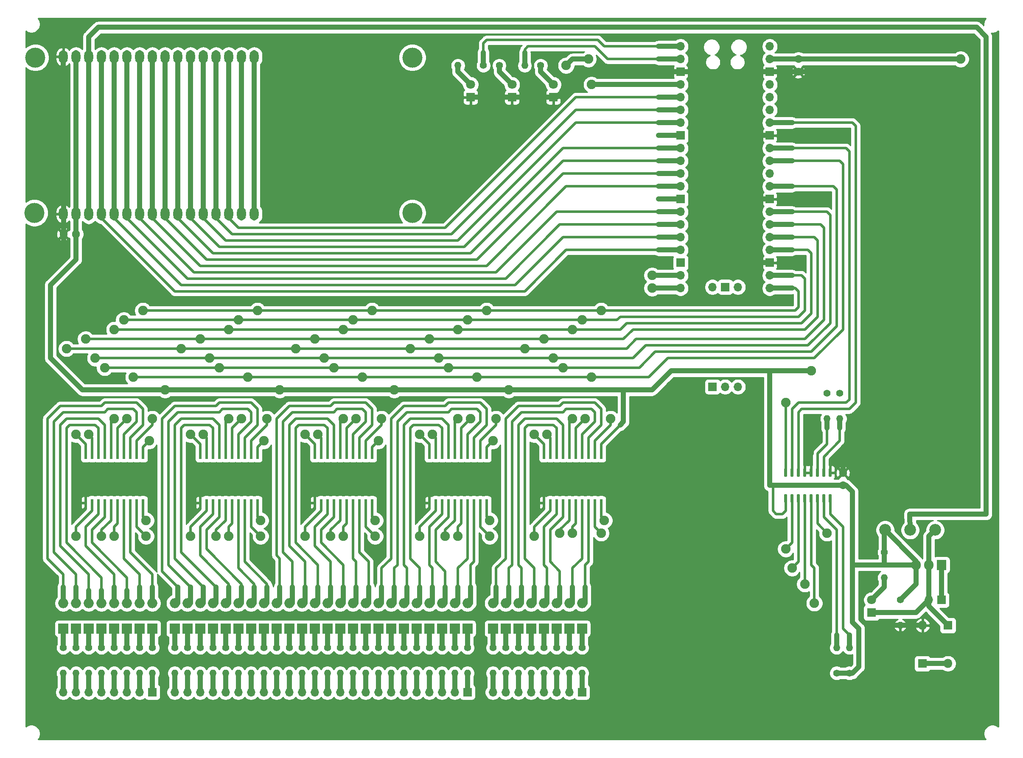
<source format=gbr>
%TF.GenerationSoftware,KiCad,Pcbnew,(5.1.10)-1*%
%TF.CreationDate,2021-08-27T16:08:08+02:00*%
%TF.ProjectId,LCD Bus Reader,4c434420-4275-4732-9052-65616465722e,rev?*%
%TF.SameCoordinates,Original*%
%TF.FileFunction,Copper,L2,Bot*%
%TF.FilePolarity,Positive*%
%FSLAX46Y46*%
G04 Gerber Fmt 4.6, Leading zero omitted, Abs format (unit mm)*
G04 Created by KiCad (PCBNEW (5.1.10)-1) date 2021-08-27 16:08:08*
%MOMM*%
%LPD*%
G01*
G04 APERTURE LIST*
%TA.AperFunction,ComponentPad*%
%ADD10O,1.400000X1.400000*%
%TD*%
%TA.AperFunction,ComponentPad*%
%ADD11C,1.400000*%
%TD*%
%TA.AperFunction,ComponentPad*%
%ADD12O,1.800000X2.600000*%
%TD*%
%TA.AperFunction,ComponentPad*%
%ADD13C,4.000000*%
%TD*%
%TA.AperFunction,ComponentPad*%
%ADD14O,2.000000X2.000000*%
%TD*%
%TA.AperFunction,ComponentPad*%
%ADD15R,2.000000X2.000000*%
%TD*%
%TA.AperFunction,ComponentPad*%
%ADD16C,1.800000*%
%TD*%
%TA.AperFunction,ComponentPad*%
%ADD17R,1.800000X1.800000*%
%TD*%
%TA.AperFunction,ComponentPad*%
%ADD18C,1.600000*%
%TD*%
%TA.AperFunction,SMDPad,CuDef*%
%ADD19R,0.600000X1.500000*%
%TD*%
%TA.AperFunction,ComponentPad*%
%ADD20O,1.700000X1.700000*%
%TD*%
%TA.AperFunction,ComponentPad*%
%ADD21R,1.700000X1.700000*%
%TD*%
%TA.AperFunction,ComponentPad*%
%ADD22O,1.905000X2.000000*%
%TD*%
%TA.AperFunction,ComponentPad*%
%ADD23R,1.905000X2.000000*%
%TD*%
%TA.AperFunction,ComponentPad*%
%ADD24O,1.800000X1.800000*%
%TD*%
%TA.AperFunction,ComponentPad*%
%ADD25C,2.340000*%
%TD*%
%TA.AperFunction,ViaPad*%
%ADD26C,1.905000*%
%TD*%
%TA.AperFunction,Conductor*%
%ADD27C,1.000000*%
%TD*%
%TA.AperFunction,Conductor*%
%ADD28C,0.500000*%
%TD*%
%TA.AperFunction,Conductor*%
%ADD29C,0.254000*%
%TD*%
%TA.AperFunction,Conductor*%
%ADD30C,0.100000*%
%TD*%
G04 APERTURE END LIST*
D10*
%TO.P,R49,2*%
%TO.N,/CE7*%
X211455000Y-97155000D03*
D11*
%TO.P,R49,1*%
%TO.N,/5V*%
X211455000Y-92075000D03*
%TD*%
D10*
%TO.P,R48,2*%
%TO.N,/CE6*%
X213360000Y-142875000D03*
D11*
%TO.P,R48,1*%
%TO.N,/5V*%
X213360000Y-147955000D03*
%TD*%
D10*
%TO.P,R47,2*%
%TO.N,/CE5*%
X210820000Y-142875000D03*
D11*
%TO.P,R47,1*%
%TO.N,/5V*%
X210820000Y-147955000D03*
%TD*%
D10*
%TO.P,R46,2*%
%TO.N,/DET3*%
X208915000Y-97155000D03*
D11*
%TO.P,R46,1*%
%TO.N,/5V*%
X208915000Y-92075000D03*
%TD*%
D12*
%TO.P,U2,5*%
%TO.N,/RW*%
X66674000Y-56285000D03*
%TO.P,U2,14*%
%TO.N,/DB7*%
X89534000Y-56285000D03*
%TO.P,U2,13*%
%TO.N,/DB6*%
X86999080Y-56287540D03*
%TO.P,U2,15*%
%TO.N,Net-(U2-Pad15)*%
X92074000Y-56285000D03*
%TO.P,U2,2*%
%TO.N,/5V*%
X59054000Y-56285000D03*
%TO.P,U2,8*%
%TO.N,/DB1*%
X74294000Y-56285000D03*
%TO.P,U2,3*%
%TO.N,/V0*%
X61594000Y-56285000D03*
%TO.P,U2,16*%
%TO.N,Net-(U2-Pad16)*%
X94619080Y-56287540D03*
%TO.P,U2,9*%
%TO.N,/DB2*%
X76834000Y-56285000D03*
%TO.P,U2,6*%
%TO.N,/E*%
X69214000Y-56285000D03*
%TO.P,U2,1*%
%TO.N,/1.6V*%
X56514000Y-56285000D03*
%TO.P,U2,4*%
%TO.N,/RS*%
X64134000Y-56285000D03*
%TO.P,U2,12*%
%TO.N,/DB5*%
X84454000Y-56285000D03*
%TO.P,U2,11*%
%TO.N,/DB4*%
X81914000Y-56285000D03*
%TO.P,U2,7*%
%TO.N,/DB0*%
X71754000Y-56285000D03*
%TO.P,U2,10*%
%TO.N,/DB3*%
X79374000Y-56285000D03*
D13*
%TO.P,U2,*%
%TO.N,*%
X50934000Y-25082000D03*
X50754000Y-56082000D03*
X126174000Y-56082000D03*
X126174000Y-25082000D03*
D12*
%TO.P,U2,16*%
%TO.N,Net-(U2-Pad16)*%
X94619080Y-24934540D03*
%TO.P,U2,15*%
%TO.N,Net-(U2-Pad15)*%
X92074000Y-24932000D03*
%TO.P,U2,14*%
%TO.N,/DB7*%
X89534000Y-24932000D03*
%TO.P,U2,13*%
%TO.N,/DB6*%
X86999080Y-24934540D03*
%TO.P,U2,12*%
%TO.N,/DB5*%
X84454000Y-24932000D03*
%TO.P,U2,11*%
%TO.N,/DB4*%
X81914000Y-24932000D03*
%TO.P,U2,10*%
%TO.N,/DB3*%
X79374000Y-24932000D03*
%TO.P,U2,9*%
%TO.N,/DB2*%
X76834000Y-24932000D03*
%TO.P,U2,8*%
%TO.N,/DB1*%
X74294000Y-24932000D03*
%TO.P,U2,7*%
%TO.N,/DB0*%
X71754000Y-24932000D03*
%TO.P,U2,6*%
%TO.N,/E*%
X69214000Y-24932000D03*
%TO.P,U2,5*%
%TO.N,/RW*%
X66674000Y-24932000D03*
%TO.P,U2,4*%
%TO.N,/RS*%
X64134000Y-24932000D03*
%TO.P,U2,3*%
%TO.N,/V0*%
X61594000Y-24932000D03*
%TO.P,U2,2*%
%TO.N,/5V*%
X59054000Y-24932000D03*
%TO.P,U2,1*%
%TO.N,/1.6V*%
X56514000Y-24932000D03*
%TD*%
D14*
%TO.P,D46,2*%
%TO.N,/P40*%
X142240000Y-133985000D03*
D15*
%TO.P,D46,1*%
%TO.N,Net-(D46-Pad1)*%
X142240000Y-139065000D03*
%TD*%
D14*
%TO.P,D45,2*%
%TO.N,/P39*%
X144780000Y-133985000D03*
D15*
%TO.P,D45,1*%
%TO.N,Net-(D45-Pad1)*%
X144780000Y-139065000D03*
%TD*%
D14*
%TO.P,D44,2*%
%TO.N,/P38*%
X147320000Y-133985000D03*
D15*
%TO.P,D44,1*%
%TO.N,Net-(D44-Pad1)*%
X147320000Y-139065000D03*
%TD*%
D14*
%TO.P,D43,2*%
%TO.N,/P37*%
X149860000Y-133985000D03*
D15*
%TO.P,D43,1*%
%TO.N,Net-(D43-Pad1)*%
X149860000Y-139065000D03*
%TD*%
D14*
%TO.P,D42,2*%
%TO.N,/P36*%
X152400000Y-133985000D03*
D15*
%TO.P,D42,1*%
%TO.N,Net-(D42-Pad1)*%
X152400000Y-139065000D03*
%TD*%
D14*
%TO.P,D41,2*%
%TO.N,/P35*%
X154940000Y-133985000D03*
D15*
%TO.P,D41,1*%
%TO.N,Net-(D41-Pad1)*%
X154940000Y-139065000D03*
%TD*%
D14*
%TO.P,D40,2*%
%TO.N,/P34*%
X157480000Y-133985000D03*
D15*
%TO.P,D40,1*%
%TO.N,Net-(D40-Pad1)*%
X157480000Y-139065000D03*
%TD*%
D14*
%TO.P,D39,2*%
%TO.N,/P33*%
X160020000Y-133985000D03*
D15*
%TO.P,D39,1*%
%TO.N,Net-(D39-Pad1)*%
X160020000Y-139065000D03*
%TD*%
D14*
%TO.P,D38,2*%
%TO.N,/P32*%
X56515000Y-133985000D03*
D15*
%TO.P,D38,1*%
%TO.N,Net-(D38-Pad1)*%
X56515000Y-139065000D03*
%TD*%
D14*
%TO.P,D37,2*%
%TO.N,/P31*%
X59055000Y-133985000D03*
D15*
%TO.P,D37,1*%
%TO.N,Net-(D37-Pad1)*%
X59055000Y-139065000D03*
%TD*%
D14*
%TO.P,D36,2*%
%TO.N,/P30*%
X61595000Y-133985000D03*
D15*
%TO.P,D36,1*%
%TO.N,Net-(D36-Pad1)*%
X61595000Y-139065000D03*
%TD*%
D14*
%TO.P,D35,2*%
%TO.N,/P29*%
X64135000Y-133985000D03*
D15*
%TO.P,D35,1*%
%TO.N,Net-(D35-Pad1)*%
X64135000Y-139065000D03*
%TD*%
D14*
%TO.P,D34,2*%
%TO.N,/P28*%
X66675000Y-133985000D03*
D15*
%TO.P,D34,1*%
%TO.N,Net-(D34-Pad1)*%
X66675000Y-139065000D03*
%TD*%
D14*
%TO.P,D33,2*%
%TO.N,/P27*%
X69215000Y-133985000D03*
D15*
%TO.P,D33,1*%
%TO.N,Net-(D33-Pad1)*%
X69215000Y-139065000D03*
%TD*%
D14*
%TO.P,D32,2*%
%TO.N,/P26*%
X71755000Y-133985000D03*
D15*
%TO.P,D32,1*%
%TO.N,Net-(D32-Pad1)*%
X71755000Y-139065000D03*
%TD*%
D14*
%TO.P,D31,2*%
%TO.N,/P25*%
X74295000Y-133985000D03*
D15*
%TO.P,D31,1*%
%TO.N,Net-(D31-Pad1)*%
X74295000Y-139065000D03*
%TD*%
D14*
%TO.P,D30,2*%
%TO.N,/P24*%
X78740000Y-133985000D03*
D15*
%TO.P,D30,1*%
%TO.N,Net-(D30-Pad1)*%
X78740000Y-139065000D03*
%TD*%
D14*
%TO.P,D29,2*%
%TO.N,/P23*%
X81280000Y-133985000D03*
D15*
%TO.P,D29,1*%
%TO.N,Net-(D29-Pad1)*%
X81280000Y-139065000D03*
%TD*%
D14*
%TO.P,D28,2*%
%TO.N,/P22*%
X83820000Y-133985000D03*
D15*
%TO.P,D28,1*%
%TO.N,Net-(D28-Pad1)*%
X83820000Y-139065000D03*
%TD*%
D14*
%TO.P,D27,2*%
%TO.N,/P21*%
X86360000Y-133985000D03*
D15*
%TO.P,D27,1*%
%TO.N,Net-(D27-Pad1)*%
X86360000Y-139065000D03*
%TD*%
D14*
%TO.P,D26,2*%
%TO.N,/P20*%
X88900000Y-133985000D03*
D15*
%TO.P,D26,1*%
%TO.N,Net-(D26-Pad1)*%
X88900000Y-139065000D03*
%TD*%
D14*
%TO.P,D25,2*%
%TO.N,/P19*%
X91440000Y-133985000D03*
D15*
%TO.P,D25,1*%
%TO.N,Net-(D25-Pad1)*%
X91440000Y-139065000D03*
%TD*%
D14*
%TO.P,D24,2*%
%TO.N,/P18*%
X93980000Y-133985000D03*
D15*
%TO.P,D24,1*%
%TO.N,Net-(D24-Pad1)*%
X93980000Y-139065000D03*
%TD*%
D14*
%TO.P,D23,2*%
%TO.N,/P17*%
X96520000Y-133985000D03*
D15*
%TO.P,D23,1*%
%TO.N,Net-(D23-Pad1)*%
X96520000Y-139065000D03*
%TD*%
D14*
%TO.P,D22,2*%
%TO.N,/P16*%
X99060000Y-133985000D03*
D15*
%TO.P,D22,1*%
%TO.N,Net-(D22-Pad1)*%
X99060000Y-139065000D03*
%TD*%
D14*
%TO.P,D21,2*%
%TO.N,/P15*%
X101600000Y-133985000D03*
D15*
%TO.P,D21,1*%
%TO.N,Net-(D21-Pad1)*%
X101600000Y-139065000D03*
%TD*%
D14*
%TO.P,D20,2*%
%TO.N,/P14*%
X104140000Y-133985000D03*
D15*
%TO.P,D20,1*%
%TO.N,Net-(D20-Pad1)*%
X104140000Y-139065000D03*
%TD*%
D14*
%TO.P,D19,2*%
%TO.N,/P13*%
X106680000Y-133985000D03*
D15*
%TO.P,D19,1*%
%TO.N,Net-(D19-Pad1)*%
X106680000Y-139065000D03*
%TD*%
D14*
%TO.P,D18,2*%
%TO.N,/P12*%
X109220000Y-133985000D03*
D15*
%TO.P,D18,1*%
%TO.N,Net-(D18-Pad1)*%
X109220000Y-139065000D03*
%TD*%
D14*
%TO.P,D17,2*%
%TO.N,/P11*%
X111760000Y-133985000D03*
D15*
%TO.P,D17,1*%
%TO.N,Net-(D17-Pad1)*%
X111760000Y-139065000D03*
%TD*%
D14*
%TO.P,D16,2*%
%TO.N,/P10*%
X114300000Y-133985000D03*
D15*
%TO.P,D16,1*%
%TO.N,Net-(D16-Pad1)*%
X114300000Y-139065000D03*
%TD*%
D14*
%TO.P,D15,2*%
%TO.N,/P9*%
X116840000Y-133985000D03*
D15*
%TO.P,D15,1*%
%TO.N,Net-(D15-Pad1)*%
X116840000Y-139065000D03*
%TD*%
D14*
%TO.P,D14,2*%
%TO.N,/P8*%
X119380000Y-133985000D03*
D15*
%TO.P,D14,1*%
%TO.N,Net-(D14-Pad1)*%
X119380000Y-139065000D03*
%TD*%
D14*
%TO.P,D13,2*%
%TO.N,/P7*%
X121920000Y-133985000D03*
D15*
%TO.P,D13,1*%
%TO.N,Net-(D13-Pad1)*%
X121920000Y-139065000D03*
%TD*%
D14*
%TO.P,D12,2*%
%TO.N,/P6*%
X124460000Y-133985000D03*
D15*
%TO.P,D12,1*%
%TO.N,Net-(D12-Pad1)*%
X124460000Y-139065000D03*
%TD*%
D14*
%TO.P,D11,2*%
%TO.N,/P5*%
X127000000Y-133985000D03*
D15*
%TO.P,D11,1*%
%TO.N,Net-(D11-Pad1)*%
X127000000Y-139065000D03*
%TD*%
D14*
%TO.P,D10,2*%
%TO.N,/P4*%
X129540000Y-133985000D03*
D15*
%TO.P,D10,1*%
%TO.N,Net-(D10-Pad1)*%
X129540000Y-139065000D03*
%TD*%
D14*
%TO.P,D9,2*%
%TO.N,/P3*%
X132080000Y-133985000D03*
D15*
%TO.P,D9,1*%
%TO.N,Net-(D9-Pad1)*%
X132080000Y-139065000D03*
%TD*%
D14*
%TO.P,D8,2*%
%TO.N,/P2*%
X134620000Y-133985000D03*
D15*
%TO.P,D8,1*%
%TO.N,Net-(D8-Pad1)*%
X134620000Y-139065000D03*
%TD*%
D14*
%TO.P,D7,2*%
%TO.N,/P1*%
X137160000Y-133985000D03*
D15*
%TO.P,D7,1*%
%TO.N,Net-(D7-Pad1)*%
X137160000Y-139065000D03*
%TD*%
D10*
%TO.P,R45,2*%
%TO.N,Net-(D6-Pad2)*%
X135255000Y-26670000D03*
D11*
%TO.P,R45,1*%
%TO.N,Net-(R45-Pad1)*%
X140335000Y-26670000D03*
%TD*%
D10*
%TO.P,R44,2*%
%TO.N,Net-(R44-Pad2)*%
X148590000Y-26670000D03*
D11*
%TO.P,R44,1*%
%TO.N,Net-(D5-Pad2)*%
X143510000Y-26670000D03*
%TD*%
D10*
%TO.P,R43,2*%
%TO.N,Net-(R43-Pad2)*%
X156845000Y-26670000D03*
D11*
%TO.P,R43,1*%
%TO.N,Net-(D4-Pad2)*%
X151765000Y-26670000D03*
%TD*%
D16*
%TO.P,D6,2*%
%TO.N,Net-(D6-Pad2)*%
X137795000Y-30480000D03*
D17*
%TO.P,D6,1*%
%TO.N,/1.6V*%
X137795000Y-33020000D03*
%TD*%
D16*
%TO.P,D5,2*%
%TO.N,Net-(D5-Pad2)*%
X146050000Y-30480000D03*
D17*
%TO.P,D5,1*%
%TO.N,/1.6V*%
X146050000Y-33020000D03*
%TD*%
D16*
%TO.P,D4,2*%
%TO.N,Net-(D4-Pad2)*%
X154305000Y-30480000D03*
D17*
%TO.P,D4,1*%
%TO.N,/1.6V*%
X154305000Y-33020000D03*
%TD*%
D18*
%TO.P,C1,2*%
%TO.N,/1.6V*%
X56555000Y-60325000D03*
%TO.P,C1,1*%
%TO.N,/5V*%
X59055000Y-60325000D03*
%TD*%
D19*
%TO.P,U9,20*%
%TO.N,/5V*%
X163830000Y-104470000D03*
%TO.P,U9,19*%
%TO.N,/L7*%
X162560000Y-104470000D03*
%TO.P,U9,18*%
%TO.N,/P40*%
X161290000Y-104470000D03*
%TO.P,U9,17*%
%TO.N,/P39*%
X160020000Y-104470000D03*
%TO.P,U9,16*%
%TO.N,/L6*%
X158750000Y-104470000D03*
%TO.P,U9,15*%
%TO.N,/L5*%
X157480000Y-104470000D03*
%TO.P,U9,14*%
%TO.N,/P38*%
X156210000Y-104470000D03*
%TO.P,U9,13*%
%TO.N,/P37*%
X154940000Y-104470000D03*
%TO.P,U9,12*%
%TO.N,/L4*%
X153670000Y-104470000D03*
%TO.P,U9,11*%
%TO.N,/LE*%
X152400000Y-104470000D03*
%TO.P,U9,10*%
%TO.N,/1.6V*%
X152400000Y-113970000D03*
%TO.P,U9,9*%
%TO.N,/L3*%
X153670000Y-113970000D03*
%TO.P,U9,8*%
%TO.N,/P36*%
X154940000Y-113970000D03*
%TO.P,U9,7*%
%TO.N,/P35*%
X156210000Y-113970000D03*
%TO.P,U9,1*%
%TO.N,/CE4*%
X163830000Y-113970000D03*
%TO.P,U9,2*%
%TO.N,/L0*%
X162560000Y-113970000D03*
%TO.P,U9,3*%
%TO.N,/P33*%
X161290000Y-113970000D03*
%TO.P,U9,4*%
%TO.N,/P34*%
X160020000Y-113970000D03*
%TO.P,U9,5*%
%TO.N,/L1*%
X158750000Y-113970000D03*
%TO.P,U9,6*%
%TO.N,/L2*%
X157480000Y-113970000D03*
%TD*%
D10*
%TO.P,R42,2*%
%TO.N,Net-(J5-Pad8)*%
X142240000Y-147955000D03*
D11*
%TO.P,R42,1*%
%TO.N,Net-(D46-Pad1)*%
X142240000Y-142875000D03*
%TD*%
D10*
%TO.P,R41,2*%
%TO.N,Net-(J5-Pad7)*%
X144780000Y-147955000D03*
D11*
%TO.P,R41,1*%
%TO.N,Net-(D45-Pad1)*%
X144780000Y-142875000D03*
%TD*%
D10*
%TO.P,R40,2*%
%TO.N,Net-(J5-Pad6)*%
X147320000Y-147955000D03*
D11*
%TO.P,R40,1*%
%TO.N,Net-(D44-Pad1)*%
X147320000Y-142875000D03*
%TD*%
D10*
%TO.P,R39,2*%
%TO.N,Net-(J5-Pad5)*%
X149860000Y-147955000D03*
D11*
%TO.P,R39,1*%
%TO.N,Net-(D43-Pad1)*%
X149860000Y-142875000D03*
%TD*%
D10*
%TO.P,R38,2*%
%TO.N,Net-(J5-Pad4)*%
X152400000Y-147955000D03*
D11*
%TO.P,R38,1*%
%TO.N,Net-(D42-Pad1)*%
X152400000Y-142875000D03*
%TD*%
D10*
%TO.P,R37,2*%
%TO.N,Net-(J5-Pad3)*%
X154940000Y-147955000D03*
D11*
%TO.P,R37,1*%
%TO.N,Net-(D41-Pad1)*%
X154940000Y-142875000D03*
%TD*%
D10*
%TO.P,R36,2*%
%TO.N,Net-(J5-Pad2)*%
X157480000Y-147955000D03*
D11*
%TO.P,R36,1*%
%TO.N,Net-(D40-Pad1)*%
X157480000Y-142875000D03*
%TD*%
D10*
%TO.P,R35,2*%
%TO.N,Net-(J5-Pad1)*%
X160020000Y-147955000D03*
D11*
%TO.P,R35,1*%
%TO.N,Net-(D39-Pad1)*%
X160020000Y-142875000D03*
%TD*%
D20*
%TO.P,J5,8*%
%TO.N,Net-(J5-Pad8)*%
X142240000Y-151765000D03*
%TO.P,J5,7*%
%TO.N,Net-(J5-Pad7)*%
X144780000Y-151765000D03*
%TO.P,J5,6*%
%TO.N,Net-(J5-Pad6)*%
X147320000Y-151765000D03*
%TO.P,J5,5*%
%TO.N,Net-(J5-Pad5)*%
X149860000Y-151765000D03*
%TO.P,J5,4*%
%TO.N,Net-(J5-Pad4)*%
X152400000Y-151765000D03*
%TO.P,J5,3*%
%TO.N,Net-(J5-Pad3)*%
X154940000Y-151765000D03*
%TO.P,J5,2*%
%TO.N,Net-(J5-Pad2)*%
X157480000Y-151765000D03*
D21*
%TO.P,J5,1*%
%TO.N,Net-(J5-Pad1)*%
X160020000Y-151765000D03*
%TD*%
D20*
%TO.P,J4,8*%
%TO.N,Net-(J4-Pad8)*%
X56515000Y-151765000D03*
%TO.P,J4,7*%
%TO.N,Net-(J4-Pad7)*%
X59055000Y-151765000D03*
%TO.P,J4,6*%
%TO.N,Net-(J4-Pad6)*%
X61595000Y-151765000D03*
%TO.P,J4,5*%
%TO.N,Net-(J4-Pad5)*%
X64135000Y-151765000D03*
%TO.P,J4,4*%
%TO.N,Net-(J4-Pad4)*%
X66675000Y-151765000D03*
%TO.P,J4,3*%
%TO.N,Net-(J4-Pad3)*%
X69215000Y-151765000D03*
%TO.P,J4,2*%
%TO.N,Net-(J4-Pad2)*%
X71755000Y-151765000D03*
D21*
%TO.P,J4,1*%
%TO.N,Net-(J4-Pad1)*%
X74295000Y-151765000D03*
%TD*%
D20*
%TO.P,J3,3*%
%TO.N,Net-(J3-Pad3)*%
X191135000Y-90805000D03*
%TO.P,J3,2*%
%TO.N,Net-(J3-Pad2)*%
X188595000Y-90805000D03*
D21*
%TO.P,J3,1*%
%TO.N,Net-(J3-Pad1)*%
X186055000Y-90805000D03*
%TD*%
D20*
%TO.P,J2,24*%
%TO.N,Net-(J2-Pad24)*%
X78740000Y-151765000D03*
%TO.P,J2,23*%
%TO.N,Net-(J2-Pad23)*%
X81280000Y-151765000D03*
%TO.P,J2,22*%
%TO.N,Net-(J2-Pad22)*%
X83820000Y-151765000D03*
%TO.P,J2,21*%
%TO.N,Net-(J2-Pad21)*%
X86360000Y-151765000D03*
%TO.P,J2,20*%
%TO.N,Net-(J2-Pad20)*%
X88900000Y-151765000D03*
%TO.P,J2,19*%
%TO.N,Net-(J2-Pad19)*%
X91440000Y-151765000D03*
%TO.P,J2,18*%
%TO.N,Net-(J2-Pad18)*%
X93980000Y-151765000D03*
%TO.P,J2,17*%
%TO.N,Net-(J2-Pad17)*%
X96520000Y-151765000D03*
%TO.P,J2,16*%
%TO.N,Net-(J2-Pad16)*%
X99060000Y-151765000D03*
%TO.P,J2,15*%
%TO.N,Net-(J2-Pad15)*%
X101600000Y-151765000D03*
%TO.P,J2,14*%
%TO.N,Net-(J2-Pad14)*%
X104140000Y-151765000D03*
%TO.P,J2,13*%
%TO.N,Net-(J2-Pad13)*%
X106680000Y-151765000D03*
%TO.P,J2,12*%
%TO.N,Net-(J2-Pad12)*%
X109220000Y-151765000D03*
%TO.P,J2,11*%
%TO.N,Net-(J2-Pad11)*%
X111760000Y-151765000D03*
%TO.P,J2,10*%
%TO.N,Net-(J2-Pad10)*%
X114300000Y-151765000D03*
%TO.P,J2,9*%
%TO.N,Net-(J2-Pad9)*%
X116840000Y-151765000D03*
%TO.P,J2,8*%
%TO.N,Net-(J2-Pad8)*%
X119380000Y-151765000D03*
%TO.P,J2,7*%
%TO.N,Net-(J2-Pad7)*%
X121920000Y-151765000D03*
%TO.P,J2,6*%
%TO.N,Net-(J2-Pad6)*%
X124460000Y-151765000D03*
%TO.P,J2,5*%
%TO.N,Net-(J2-Pad5)*%
X127000000Y-151765000D03*
%TO.P,J2,4*%
%TO.N,Net-(J2-Pad4)*%
X129540000Y-151765000D03*
%TO.P,J2,3*%
%TO.N,Net-(J2-Pad3)*%
X132080000Y-151765000D03*
%TO.P,J2,2*%
%TO.N,Net-(J2-Pad2)*%
X134620000Y-151765000D03*
D21*
%TO.P,J2,1*%
%TO.N,Net-(J2-Pad1)*%
X137160000Y-151765000D03*
%TD*%
D20*
%TO.P,U1,43*%
%TO.N,Net-(J3-Pad3)*%
X191135000Y-70890000D03*
D21*
%TO.P,U1,42*%
%TO.N,Net-(J3-Pad2)*%
X188595000Y-70890000D03*
D20*
%TO.P,U1,41*%
%TO.N,Net-(J3-Pad1)*%
X186055000Y-70890000D03*
%TO.P,U1,40*%
%TO.N,Net-(U1-Pad40)*%
X197485000Y-22860000D03*
%TO.P,U1,39*%
%TO.N,/5V*%
X197485000Y-25400000D03*
D21*
%TO.P,U1,38*%
%TO.N,/1.6V*%
X197485000Y-27940000D03*
D20*
%TO.P,U1,37*%
%TO.N,Net-(U1-Pad37)*%
X197485000Y-30480000D03*
%TO.P,U1,36*%
%TO.N,Net-(U1-Pad36)*%
X197485000Y-33020000D03*
%TO.P,U1,35*%
%TO.N,Net-(U1-Pad35)*%
X197485000Y-35560000D03*
%TO.P,U1,34*%
%TO.N,/CS2*%
X197485000Y-38100000D03*
D21*
%TO.P,U1,33*%
%TO.N,/1.6V*%
X197485000Y-40640000D03*
D20*
%TO.P,U1,32*%
%TO.N,/CS1*%
X197485000Y-43180000D03*
%TO.P,U1,31*%
%TO.N,/L0*%
X197485000Y-45720000D03*
%TO.P,U1,30*%
%TO.N,Net-(U1-Pad30)*%
X197485000Y-48260000D03*
%TO.P,U1,29*%
%TO.N,/L1*%
X197485000Y-50800000D03*
D21*
%TO.P,U1,28*%
%TO.N,/1.6V*%
X197485000Y-53340000D03*
D20*
%TO.P,U1,27*%
%TO.N,/L2*%
X197485000Y-55880000D03*
%TO.P,U1,26*%
%TO.N,/L3*%
X197485000Y-58420000D03*
%TO.P,U1,25*%
%TO.N,/L4*%
X197485000Y-60960000D03*
%TO.P,U1,24*%
%TO.N,/L5*%
X197485000Y-63500000D03*
D21*
%TO.P,U1,23*%
%TO.N,/1.6V*%
X197485000Y-66040000D03*
D20*
%TO.P,U1,22*%
%TO.N,/L6*%
X197485000Y-68580000D03*
%TO.P,U1,21*%
%TO.N,/L7*%
X197485000Y-71120000D03*
%TO.P,U1,20*%
%TO.N,/CS0*%
X179705000Y-71120000D03*
%TO.P,U1,19*%
%TO.N,/LE*%
X179705000Y-68580000D03*
D21*
%TO.P,U1,18*%
%TO.N,Net-(U1-Pad18)*%
X179705000Y-66040000D03*
D20*
%TO.P,U1,17*%
%TO.N,/RS*%
X179705000Y-63500000D03*
%TO.P,U1,16*%
%TO.N,/RW*%
X179705000Y-60960000D03*
%TO.P,U1,15*%
%TO.N,/E*%
X179705000Y-58420000D03*
%TO.P,U1,14*%
%TO.N,/DB0*%
X179705000Y-55880000D03*
D21*
%TO.P,U1,13*%
%TO.N,Net-(U1-Pad13)*%
X179705000Y-53340000D03*
D20*
%TO.P,U1,12*%
%TO.N,/DB1*%
X179705000Y-50800000D03*
%TO.P,U1,11*%
%TO.N,/DB2*%
X179705000Y-48260000D03*
%TO.P,U1,10*%
%TO.N,/DB3*%
X179705000Y-45720000D03*
%TO.P,U1,9*%
%TO.N,/DB4*%
X179705000Y-43180000D03*
D21*
%TO.P,U1,8*%
%TO.N,Net-(U1-Pad8)*%
X179705000Y-40640000D03*
D20*
%TO.P,U1,7*%
%TO.N,/DB5*%
X179705000Y-38100000D03*
%TO.P,U1,6*%
%TO.N,/DB6*%
X179705000Y-35560000D03*
%TO.P,U1,5*%
%TO.N,/DB7*%
X179705000Y-33020000D03*
%TO.P,U1,4*%
%TO.N,Net-(R43-Pad2)*%
X179705000Y-30480000D03*
D21*
%TO.P,U1,3*%
%TO.N,/1.6V*%
X179705000Y-27940000D03*
D20*
%TO.P,U1,2*%
%TO.N,Net-(R44-Pad2)*%
X179705000Y-25400000D03*
%TO.P,U1,1*%
%TO.N,Net-(R45-Pad1)*%
X179705000Y-22860000D03*
%TD*%
D19*
%TO.P,U8,20*%
%TO.N,/5V*%
X72390000Y-104470000D03*
%TO.P,U8,19*%
%TO.N,/L7*%
X71120000Y-104470000D03*
%TO.P,U8,18*%
%TO.N,/P32*%
X69850000Y-104470000D03*
%TO.P,U8,17*%
%TO.N,/P31*%
X68580000Y-104470000D03*
%TO.P,U8,16*%
%TO.N,/L6*%
X67310000Y-104470000D03*
%TO.P,U8,15*%
%TO.N,/L5*%
X66040000Y-104470000D03*
%TO.P,U8,14*%
%TO.N,/P30*%
X64770000Y-104470000D03*
%TO.P,U8,13*%
%TO.N,/P29*%
X63500000Y-104470000D03*
%TO.P,U8,12*%
%TO.N,/L4*%
X62230000Y-104470000D03*
%TO.P,U8,11*%
%TO.N,/LE*%
X60960000Y-104470000D03*
%TO.P,U8,10*%
%TO.N,/1.6V*%
X60960000Y-113970000D03*
%TO.P,U8,9*%
%TO.N,/L3*%
X62230000Y-113970000D03*
%TO.P,U8,8*%
%TO.N,/P28*%
X63500000Y-113970000D03*
%TO.P,U8,7*%
%TO.N,/P27*%
X64770000Y-113970000D03*
%TO.P,U8,1*%
%TO.N,/CE3*%
X72390000Y-113970000D03*
%TO.P,U8,2*%
%TO.N,/L0*%
X71120000Y-113970000D03*
%TO.P,U8,3*%
%TO.N,/P25*%
X69850000Y-113970000D03*
%TO.P,U8,4*%
%TO.N,/P26*%
X68580000Y-113970000D03*
%TO.P,U8,5*%
%TO.N,/L1*%
X67310000Y-113970000D03*
%TO.P,U8,6*%
%TO.N,/L2*%
X66040000Y-113970000D03*
%TD*%
%TO.P,U7,20*%
%TO.N,/5V*%
X95250000Y-104470000D03*
%TO.P,U7,19*%
%TO.N,/L7*%
X93980000Y-104470000D03*
%TO.P,U7,18*%
%TO.N,/P24*%
X92710000Y-104470000D03*
%TO.P,U7,17*%
%TO.N,/P23*%
X91440000Y-104470000D03*
%TO.P,U7,16*%
%TO.N,/L6*%
X90170000Y-104470000D03*
%TO.P,U7,15*%
%TO.N,/L5*%
X88900000Y-104470000D03*
%TO.P,U7,14*%
%TO.N,/P22*%
X87630000Y-104470000D03*
%TO.P,U7,13*%
%TO.N,/P21*%
X86360000Y-104470000D03*
%TO.P,U7,12*%
%TO.N,/L4*%
X85090000Y-104470000D03*
%TO.P,U7,11*%
%TO.N,/LE*%
X83820000Y-104470000D03*
%TO.P,U7,10*%
%TO.N,/1.6V*%
X83820000Y-113970000D03*
%TO.P,U7,9*%
%TO.N,/L3*%
X85090000Y-113970000D03*
%TO.P,U7,8*%
%TO.N,/P20*%
X86360000Y-113970000D03*
%TO.P,U7,7*%
%TO.N,/P19*%
X87630000Y-113970000D03*
%TO.P,U7,1*%
%TO.N,/CE2*%
X95250000Y-113970000D03*
%TO.P,U7,2*%
%TO.N,/L0*%
X93980000Y-113970000D03*
%TO.P,U7,3*%
%TO.N,/P17*%
X92710000Y-113970000D03*
%TO.P,U7,4*%
%TO.N,/P18*%
X91440000Y-113970000D03*
%TO.P,U7,5*%
%TO.N,/L1*%
X90170000Y-113970000D03*
%TO.P,U7,6*%
%TO.N,/L2*%
X88900000Y-113970000D03*
%TD*%
%TO.P,U6,20*%
%TO.N,/5V*%
X140970000Y-104470000D03*
%TO.P,U6,19*%
%TO.N,/L7*%
X139700000Y-104470000D03*
%TO.P,U6,18*%
%TO.N,/P8*%
X138430000Y-104470000D03*
%TO.P,U6,17*%
%TO.N,/P7*%
X137160000Y-104470000D03*
%TO.P,U6,16*%
%TO.N,/L6*%
X135890000Y-104470000D03*
%TO.P,U6,15*%
%TO.N,/L5*%
X134620000Y-104470000D03*
%TO.P,U6,14*%
%TO.N,/P6*%
X133350000Y-104470000D03*
%TO.P,U6,13*%
%TO.N,/P5*%
X132080000Y-104470000D03*
%TO.P,U6,12*%
%TO.N,/L4*%
X130810000Y-104470000D03*
%TO.P,U6,11*%
%TO.N,/LE*%
X129540000Y-104470000D03*
%TO.P,U6,10*%
%TO.N,/1.6V*%
X129540000Y-113970000D03*
%TO.P,U6,9*%
%TO.N,/L3*%
X130810000Y-113970000D03*
%TO.P,U6,8*%
%TO.N,/P4*%
X132080000Y-113970000D03*
%TO.P,U6,7*%
%TO.N,/P3*%
X133350000Y-113970000D03*
%TO.P,U6,1*%
%TO.N,/CE0*%
X140970000Y-113970000D03*
%TO.P,U6,2*%
%TO.N,/L0*%
X139700000Y-113970000D03*
%TO.P,U6,3*%
%TO.N,/P1*%
X138430000Y-113970000D03*
%TO.P,U6,4*%
%TO.N,/P2*%
X137160000Y-113970000D03*
%TO.P,U6,5*%
%TO.N,/L1*%
X135890000Y-113970000D03*
%TO.P,U6,6*%
%TO.N,/L2*%
X134620000Y-113970000D03*
%TD*%
%TO.P,U5,16*%
%TO.N,/5V*%
%TA.AperFunction,SMDPad,CuDef*%
G36*
G01*
X200510000Y-112190000D02*
X200810000Y-112190000D01*
G75*
G02*
X200960000Y-112340000I0J-150000D01*
G01*
X200960000Y-113790000D01*
G75*
G02*
X200810000Y-113940000I-150000J0D01*
G01*
X200510000Y-113940000D01*
G75*
G02*
X200360000Y-113790000I0J150000D01*
G01*
X200360000Y-112340000D01*
G75*
G02*
X200510000Y-112190000I150000J0D01*
G01*
G37*
%TD.AperFunction*%
%TO.P,U5,15*%
%TO.N,/CE0*%
%TA.AperFunction,SMDPad,CuDef*%
G36*
G01*
X201780000Y-112190000D02*
X202080000Y-112190000D01*
G75*
G02*
X202230000Y-112340000I0J-150000D01*
G01*
X202230000Y-113790000D01*
G75*
G02*
X202080000Y-113940000I-150000J0D01*
G01*
X201780000Y-113940000D01*
G75*
G02*
X201630000Y-113790000I0J150000D01*
G01*
X201630000Y-112340000D01*
G75*
G02*
X201780000Y-112190000I150000J0D01*
G01*
G37*
%TD.AperFunction*%
%TO.P,U5,14*%
%TO.N,/CE1*%
%TA.AperFunction,SMDPad,CuDef*%
G36*
G01*
X203050000Y-112190000D02*
X203350000Y-112190000D01*
G75*
G02*
X203500000Y-112340000I0J-150000D01*
G01*
X203500000Y-113790000D01*
G75*
G02*
X203350000Y-113940000I-150000J0D01*
G01*
X203050000Y-113940000D01*
G75*
G02*
X202900000Y-113790000I0J150000D01*
G01*
X202900000Y-112340000D01*
G75*
G02*
X203050000Y-112190000I150000J0D01*
G01*
G37*
%TD.AperFunction*%
%TO.P,U5,13*%
%TO.N,/CE2*%
%TA.AperFunction,SMDPad,CuDef*%
G36*
G01*
X204320000Y-112190000D02*
X204620000Y-112190000D01*
G75*
G02*
X204770000Y-112340000I0J-150000D01*
G01*
X204770000Y-113790000D01*
G75*
G02*
X204620000Y-113940000I-150000J0D01*
G01*
X204320000Y-113940000D01*
G75*
G02*
X204170000Y-113790000I0J150000D01*
G01*
X204170000Y-112340000D01*
G75*
G02*
X204320000Y-112190000I150000J0D01*
G01*
G37*
%TD.AperFunction*%
%TO.P,U5,12*%
%TO.N,/CE3*%
%TA.AperFunction,SMDPad,CuDef*%
G36*
G01*
X205590000Y-112190000D02*
X205890000Y-112190000D01*
G75*
G02*
X206040000Y-112340000I0J-150000D01*
G01*
X206040000Y-113790000D01*
G75*
G02*
X205890000Y-113940000I-150000J0D01*
G01*
X205590000Y-113940000D01*
G75*
G02*
X205440000Y-113790000I0J150000D01*
G01*
X205440000Y-112340000D01*
G75*
G02*
X205590000Y-112190000I150000J0D01*
G01*
G37*
%TD.AperFunction*%
%TO.P,U5,11*%
%TO.N,/CE4*%
%TA.AperFunction,SMDPad,CuDef*%
G36*
G01*
X206860000Y-112190000D02*
X207160000Y-112190000D01*
G75*
G02*
X207310000Y-112340000I0J-150000D01*
G01*
X207310000Y-113790000D01*
G75*
G02*
X207160000Y-113940000I-150000J0D01*
G01*
X206860000Y-113940000D01*
G75*
G02*
X206710000Y-113790000I0J150000D01*
G01*
X206710000Y-112340000D01*
G75*
G02*
X206860000Y-112190000I150000J0D01*
G01*
G37*
%TD.AperFunction*%
%TO.P,U5,10*%
%TO.N,/CE5*%
%TA.AperFunction,SMDPad,CuDef*%
G36*
G01*
X208130000Y-112190000D02*
X208430000Y-112190000D01*
G75*
G02*
X208580000Y-112340000I0J-150000D01*
G01*
X208580000Y-113790000D01*
G75*
G02*
X208430000Y-113940000I-150000J0D01*
G01*
X208130000Y-113940000D01*
G75*
G02*
X207980000Y-113790000I0J150000D01*
G01*
X207980000Y-112340000D01*
G75*
G02*
X208130000Y-112190000I150000J0D01*
G01*
G37*
%TD.AperFunction*%
%TO.P,U5,9*%
%TO.N,/CE6*%
%TA.AperFunction,SMDPad,CuDef*%
G36*
G01*
X209400000Y-112190000D02*
X209700000Y-112190000D01*
G75*
G02*
X209850000Y-112340000I0J-150000D01*
G01*
X209850000Y-113790000D01*
G75*
G02*
X209700000Y-113940000I-150000J0D01*
G01*
X209400000Y-113940000D01*
G75*
G02*
X209250000Y-113790000I0J150000D01*
G01*
X209250000Y-112340000D01*
G75*
G02*
X209400000Y-112190000I150000J0D01*
G01*
G37*
%TD.AperFunction*%
%TO.P,U5,8*%
%TO.N,/1.6V*%
%TA.AperFunction,SMDPad,CuDef*%
G36*
G01*
X209400000Y-107040000D02*
X209700000Y-107040000D01*
G75*
G02*
X209850000Y-107190000I0J-150000D01*
G01*
X209850000Y-108640000D01*
G75*
G02*
X209700000Y-108790000I-150000J0D01*
G01*
X209400000Y-108790000D01*
G75*
G02*
X209250000Y-108640000I0J150000D01*
G01*
X209250000Y-107190000D01*
G75*
G02*
X209400000Y-107040000I150000J0D01*
G01*
G37*
%TD.AperFunction*%
%TO.P,U5,7*%
%TO.N,/CE7*%
%TA.AperFunction,SMDPad,CuDef*%
G36*
G01*
X208130000Y-107040000D02*
X208430000Y-107040000D01*
G75*
G02*
X208580000Y-107190000I0J-150000D01*
G01*
X208580000Y-108640000D01*
G75*
G02*
X208430000Y-108790000I-150000J0D01*
G01*
X208130000Y-108790000D01*
G75*
G02*
X207980000Y-108640000I0J150000D01*
G01*
X207980000Y-107190000D01*
G75*
G02*
X208130000Y-107040000I150000J0D01*
G01*
G37*
%TD.AperFunction*%
%TO.P,U5,6*%
%TO.N,/DET3*%
%TA.AperFunction,SMDPad,CuDef*%
G36*
G01*
X206860000Y-107040000D02*
X207160000Y-107040000D01*
G75*
G02*
X207310000Y-107190000I0J-150000D01*
G01*
X207310000Y-108640000D01*
G75*
G02*
X207160000Y-108790000I-150000J0D01*
G01*
X206860000Y-108790000D01*
G75*
G02*
X206710000Y-108640000I0J150000D01*
G01*
X206710000Y-107190000D01*
G75*
G02*
X206860000Y-107040000I150000J0D01*
G01*
G37*
%TD.AperFunction*%
%TO.P,U5,5*%
%TO.N,/1.6V*%
%TA.AperFunction,SMDPad,CuDef*%
G36*
G01*
X205590000Y-107040000D02*
X205890000Y-107040000D01*
G75*
G02*
X206040000Y-107190000I0J-150000D01*
G01*
X206040000Y-108640000D01*
G75*
G02*
X205890000Y-108790000I-150000J0D01*
G01*
X205590000Y-108790000D01*
G75*
G02*
X205440000Y-108640000I0J150000D01*
G01*
X205440000Y-107190000D01*
G75*
G02*
X205590000Y-107040000I150000J0D01*
G01*
G37*
%TD.AperFunction*%
%TO.P,U5,4*%
%TA.AperFunction,SMDPad,CuDef*%
G36*
G01*
X204320000Y-107040000D02*
X204620000Y-107040000D01*
G75*
G02*
X204770000Y-107190000I0J-150000D01*
G01*
X204770000Y-108640000D01*
G75*
G02*
X204620000Y-108790000I-150000J0D01*
G01*
X204320000Y-108790000D01*
G75*
G02*
X204170000Y-108640000I0J150000D01*
G01*
X204170000Y-107190000D01*
G75*
G02*
X204320000Y-107040000I150000J0D01*
G01*
G37*
%TD.AperFunction*%
%TO.P,U5,3*%
%TO.N,/CS2*%
%TA.AperFunction,SMDPad,CuDef*%
G36*
G01*
X203050000Y-107040000D02*
X203350000Y-107040000D01*
G75*
G02*
X203500000Y-107190000I0J-150000D01*
G01*
X203500000Y-108640000D01*
G75*
G02*
X203350000Y-108790000I-150000J0D01*
G01*
X203050000Y-108790000D01*
G75*
G02*
X202900000Y-108640000I0J150000D01*
G01*
X202900000Y-107190000D01*
G75*
G02*
X203050000Y-107040000I150000J0D01*
G01*
G37*
%TD.AperFunction*%
%TO.P,U5,2*%
%TO.N,/CS1*%
%TA.AperFunction,SMDPad,CuDef*%
G36*
G01*
X201780000Y-107040000D02*
X202080000Y-107040000D01*
G75*
G02*
X202230000Y-107190000I0J-150000D01*
G01*
X202230000Y-108640000D01*
G75*
G02*
X202080000Y-108790000I-150000J0D01*
G01*
X201780000Y-108790000D01*
G75*
G02*
X201630000Y-108640000I0J150000D01*
G01*
X201630000Y-107190000D01*
G75*
G02*
X201780000Y-107040000I150000J0D01*
G01*
G37*
%TD.AperFunction*%
%TO.P,U5,1*%
%TO.N,/CS0*%
%TA.AperFunction,SMDPad,CuDef*%
G36*
G01*
X200510000Y-107040000D02*
X200810000Y-107040000D01*
G75*
G02*
X200960000Y-107190000I0J-150000D01*
G01*
X200960000Y-108640000D01*
G75*
G02*
X200810000Y-108790000I-150000J0D01*
G01*
X200510000Y-108790000D01*
G75*
G02*
X200360000Y-108640000I0J150000D01*
G01*
X200360000Y-107190000D01*
G75*
G02*
X200510000Y-107040000I150000J0D01*
G01*
G37*
%TD.AperFunction*%
%TD*%
%TO.P,U4,20*%
%TO.N,/5V*%
X118110000Y-104470000D03*
%TO.P,U4,19*%
%TO.N,/L7*%
X116840000Y-104470000D03*
%TO.P,U4,18*%
%TO.N,/P16*%
X115570000Y-104470000D03*
%TO.P,U4,17*%
%TO.N,/P15*%
X114300000Y-104470000D03*
%TO.P,U4,16*%
%TO.N,/L6*%
X113030000Y-104470000D03*
%TO.P,U4,15*%
%TO.N,/L5*%
X111760000Y-104470000D03*
%TO.P,U4,14*%
%TO.N,/P14*%
X110490000Y-104470000D03*
%TO.P,U4,13*%
%TO.N,/P13*%
X109220000Y-104470000D03*
%TO.P,U4,12*%
%TO.N,/L4*%
X107950000Y-104470000D03*
%TO.P,U4,11*%
%TO.N,/LE*%
X106680000Y-104470000D03*
%TO.P,U4,10*%
%TO.N,/1.6V*%
X106680000Y-113970000D03*
%TO.P,U4,9*%
%TO.N,/L3*%
X107950000Y-113970000D03*
%TO.P,U4,8*%
%TO.N,/P12*%
X109220000Y-113970000D03*
%TO.P,U4,7*%
%TO.N,/P11*%
X110490000Y-113970000D03*
%TO.P,U4,1*%
%TO.N,/CE1*%
X118110000Y-113970000D03*
%TO.P,U4,2*%
%TO.N,/L0*%
X116840000Y-113970000D03*
%TO.P,U4,3*%
%TO.N,/P9*%
X115570000Y-113970000D03*
%TO.P,U4,4*%
%TO.N,/P10*%
X114300000Y-113970000D03*
%TO.P,U4,5*%
%TO.N,/L1*%
X113030000Y-113970000D03*
%TO.P,U4,6*%
%TO.N,/L2*%
X111760000Y-113970000D03*
%TD*%
D22*
%TO.P,U3,3*%
%TO.N,/5V*%
X226695000Y-126365000D03*
%TO.P,U3,2*%
%TO.N,/0V*%
X229235000Y-126365000D03*
D23*
%TO.P,U3,1*%
%TO.N,+12V*%
X231775000Y-126365000D03*
%TD*%
D10*
%TO.P,R34,2*%
%TO.N,Net-(J4-Pad8)*%
X56515000Y-147955000D03*
D11*
%TO.P,R34,1*%
%TO.N,Net-(D38-Pad1)*%
X56515000Y-142875000D03*
%TD*%
D10*
%TO.P,R33,2*%
%TO.N,Net-(J4-Pad7)*%
X59055000Y-147955000D03*
D11*
%TO.P,R33,1*%
%TO.N,Net-(D37-Pad1)*%
X59055000Y-142875000D03*
%TD*%
D10*
%TO.P,R32,2*%
%TO.N,Net-(J4-Pad6)*%
X61595000Y-147955000D03*
D11*
%TO.P,R32,1*%
%TO.N,Net-(D36-Pad1)*%
X61595000Y-142875000D03*
%TD*%
D10*
%TO.P,R31,2*%
%TO.N,Net-(J4-Pad5)*%
X64135000Y-147955000D03*
D11*
%TO.P,R31,1*%
%TO.N,Net-(D35-Pad1)*%
X64135000Y-142875000D03*
%TD*%
D10*
%TO.P,R30,2*%
%TO.N,Net-(J4-Pad4)*%
X66675000Y-147955000D03*
D11*
%TO.P,R30,1*%
%TO.N,Net-(D34-Pad1)*%
X66675000Y-142875000D03*
%TD*%
D10*
%TO.P,R29,2*%
%TO.N,Net-(J4-Pad3)*%
X69215000Y-147955000D03*
D11*
%TO.P,R29,1*%
%TO.N,Net-(D33-Pad1)*%
X69215000Y-142875000D03*
%TD*%
D10*
%TO.P,R28,2*%
%TO.N,Net-(J4-Pad2)*%
X71755000Y-147955000D03*
D11*
%TO.P,R28,1*%
%TO.N,Net-(D32-Pad1)*%
X71755000Y-142875000D03*
%TD*%
D10*
%TO.P,R27,2*%
%TO.N,Net-(J4-Pad1)*%
X74295000Y-147955000D03*
D11*
%TO.P,R27,1*%
%TO.N,Net-(D31-Pad1)*%
X74295000Y-142875000D03*
%TD*%
D10*
%TO.P,R26,2*%
%TO.N,Net-(J2-Pad24)*%
X78740000Y-147955000D03*
D11*
%TO.P,R26,1*%
%TO.N,Net-(D30-Pad1)*%
X78740000Y-142875000D03*
%TD*%
D10*
%TO.P,R25,2*%
%TO.N,Net-(J2-Pad23)*%
X81280000Y-147955000D03*
D11*
%TO.P,R25,1*%
%TO.N,Net-(D29-Pad1)*%
X81280000Y-142875000D03*
%TD*%
D10*
%TO.P,R24,2*%
%TO.N,Net-(J2-Pad22)*%
X83820000Y-147955000D03*
D11*
%TO.P,R24,1*%
%TO.N,Net-(D28-Pad1)*%
X83820000Y-142875000D03*
%TD*%
D10*
%TO.P,R23,2*%
%TO.N,Net-(J2-Pad21)*%
X86360000Y-147955000D03*
D11*
%TO.P,R23,1*%
%TO.N,Net-(D27-Pad1)*%
X86360000Y-142875000D03*
%TD*%
D10*
%TO.P,R22,2*%
%TO.N,Net-(J2-Pad20)*%
X88900000Y-147955000D03*
D11*
%TO.P,R22,1*%
%TO.N,Net-(D26-Pad1)*%
X88900000Y-142875000D03*
%TD*%
D10*
%TO.P,R21,2*%
%TO.N,Net-(J2-Pad19)*%
X91440000Y-147955000D03*
D11*
%TO.P,R21,1*%
%TO.N,Net-(D25-Pad1)*%
X91440000Y-142875000D03*
%TD*%
D10*
%TO.P,R20,2*%
%TO.N,Net-(J2-Pad18)*%
X93980000Y-147955000D03*
D11*
%TO.P,R20,1*%
%TO.N,Net-(D24-Pad1)*%
X93980000Y-142875000D03*
%TD*%
D10*
%TO.P,R19,2*%
%TO.N,Net-(J2-Pad17)*%
X96520000Y-147955000D03*
D11*
%TO.P,R19,1*%
%TO.N,Net-(D23-Pad1)*%
X96520000Y-142875000D03*
%TD*%
D10*
%TO.P,R18,2*%
%TO.N,Net-(J2-Pad16)*%
X99060000Y-147955000D03*
D11*
%TO.P,R18,1*%
%TO.N,Net-(D22-Pad1)*%
X99060000Y-142875000D03*
%TD*%
D10*
%TO.P,R17,2*%
%TO.N,Net-(J2-Pad15)*%
X101600000Y-147955000D03*
D11*
%TO.P,R17,1*%
%TO.N,Net-(D21-Pad1)*%
X101600000Y-142875000D03*
%TD*%
D10*
%TO.P,R16,2*%
%TO.N,Net-(J2-Pad14)*%
X104140000Y-147955000D03*
D11*
%TO.P,R16,1*%
%TO.N,Net-(D20-Pad1)*%
X104140000Y-142875000D03*
%TD*%
D10*
%TO.P,R15,2*%
%TO.N,Net-(J2-Pad13)*%
X106680000Y-147955000D03*
D11*
%TO.P,R15,1*%
%TO.N,Net-(D19-Pad1)*%
X106680000Y-142875000D03*
%TD*%
D10*
%TO.P,R14,2*%
%TO.N,Net-(J2-Pad12)*%
X109220000Y-147955000D03*
D11*
%TO.P,R14,1*%
%TO.N,Net-(D18-Pad1)*%
X109220000Y-142875000D03*
%TD*%
D10*
%TO.P,R13,2*%
%TO.N,Net-(J2-Pad11)*%
X111760000Y-147955000D03*
D11*
%TO.P,R13,1*%
%TO.N,Net-(D17-Pad1)*%
X111760000Y-142875000D03*
%TD*%
D10*
%TO.P,R12,2*%
%TO.N,Net-(J2-Pad10)*%
X114300000Y-147955000D03*
D11*
%TO.P,R12,1*%
%TO.N,Net-(D16-Pad1)*%
X114300000Y-142875000D03*
%TD*%
D10*
%TO.P,R11,2*%
%TO.N,Net-(J2-Pad9)*%
X116840000Y-147955000D03*
D11*
%TO.P,R11,1*%
%TO.N,Net-(D15-Pad1)*%
X116840000Y-142875000D03*
%TD*%
D10*
%TO.P,R10,2*%
%TO.N,Net-(J2-Pad8)*%
X119380000Y-147955000D03*
D11*
%TO.P,R10,1*%
%TO.N,Net-(D14-Pad1)*%
X119380000Y-142875000D03*
%TD*%
D10*
%TO.P,R9,2*%
%TO.N,Net-(J2-Pad7)*%
X121920000Y-147955000D03*
D11*
%TO.P,R9,1*%
%TO.N,Net-(D13-Pad1)*%
X121920000Y-142875000D03*
%TD*%
D10*
%TO.P,R8,2*%
%TO.N,Net-(J2-Pad6)*%
X124460000Y-147955000D03*
D11*
%TO.P,R8,1*%
%TO.N,Net-(D12-Pad1)*%
X124460000Y-142875000D03*
%TD*%
D10*
%TO.P,R7,2*%
%TO.N,Net-(J2-Pad5)*%
X127000000Y-147955000D03*
D11*
%TO.P,R7,1*%
%TO.N,Net-(D11-Pad1)*%
X127000000Y-142875000D03*
%TD*%
D10*
%TO.P,R6,2*%
%TO.N,Net-(J2-Pad4)*%
X129540000Y-147955000D03*
D11*
%TO.P,R6,1*%
%TO.N,Net-(D10-Pad1)*%
X129540000Y-142875000D03*
%TD*%
D10*
%TO.P,R5,2*%
%TO.N,Net-(J2-Pad3)*%
X132080000Y-147955000D03*
D11*
%TO.P,R5,1*%
%TO.N,Net-(D9-Pad1)*%
X132080000Y-142875000D03*
%TD*%
D10*
%TO.P,R4,2*%
%TO.N,Net-(J2-Pad2)*%
X134620000Y-147955000D03*
D11*
%TO.P,R4,1*%
%TO.N,Net-(D8-Pad1)*%
X134620000Y-142875000D03*
%TD*%
D10*
%TO.P,R3,2*%
%TO.N,Net-(J2-Pad1)*%
X137160000Y-147955000D03*
D11*
%TO.P,R3,1*%
%TO.N,Net-(D7-Pad1)*%
X137160000Y-142875000D03*
%TD*%
D10*
%TO.P,R2,2*%
%TO.N,Net-(D3-Pad2)*%
X220345000Y-128905000D03*
D11*
%TO.P,R2,1*%
%TO.N,/5V*%
X220345000Y-123825000D03*
%TD*%
D16*
%TO.P,D3,2*%
%TO.N,Net-(D3-Pad2)*%
X217805000Y-133350000D03*
D17*
%TO.P,D3,1*%
%TO.N,/0V*%
X217805000Y-135890000D03*
%TD*%
D18*
%TO.P,C3,2*%
%TO.N,/1.6V*%
X212090000Y-107990000D03*
%TO.P,C3,1*%
%TO.N,/5V*%
X212090000Y-110490000D03*
%TD*%
%TO.P,C2,2*%
%TO.N,/1.6V*%
X203200000Y-27900000D03*
%TO.P,C2,1*%
%TO.N,/5V*%
X203200000Y-25400000D03*
%TD*%
D17*
%TO.P,D2,1*%
%TO.N,/0V*%
X233045000Y-138430000D03*
D24*
%TO.P,D2,2*%
%TO.N,Net-(D1-Pad1)*%
X233045000Y-146050000D03*
%TD*%
D11*
%TO.P,R1,1*%
%TO.N,/5V*%
X223520000Y-133350000D03*
D10*
%TO.P,R1,2*%
%TO.N,/1.6V*%
X223520000Y-138430000D03*
%TD*%
D25*
%TO.P,RV1,3*%
%TO.N,/5V*%
X220505000Y-119380000D03*
%TO.P,RV1,2*%
%TO.N,/V0*%
X225505000Y-119380000D03*
%TO.P,RV1,1*%
%TO.N,/0V*%
X230505000Y-119380000D03*
%TD*%
D24*
%TO.P,D1,2*%
%TO.N,/1.6V*%
X227965000Y-138430000D03*
D17*
%TO.P,D1,1*%
%TO.N,Net-(D1-Pad1)*%
X227965000Y-146050000D03*
%TD*%
D21*
%TO.P,J1,1*%
%TO.N,+12V*%
X231775000Y-133350000D03*
D20*
%TO.P,J1,2*%
%TO.N,/0V*%
X229235000Y-133350000D03*
%TD*%
D26*
%TO.N,/5V*%
X119380000Y-101600000D03*
X96520000Y-101600000D03*
X73660000Y-101600000D03*
X142240000Y-101600000D03*
X145415000Y-91440000D03*
X122555000Y-91440000D03*
X99695000Y-91440000D03*
X76835000Y-91440000D03*
X235585000Y-25400000D03*
X205740000Y-87630000D03*
%TO.N,/1.6V*%
X81915000Y-116205000D03*
X127635000Y-116205000D03*
X150495000Y-116205000D03*
X59055000Y-116205000D03*
X104775000Y-116205000D03*
X56555000Y-64175000D03*
X219710000Y-140335000D03*
X238125000Y-27940000D03*
%TO.N,/L0*%
X161925000Y-88900000D03*
X139065000Y-88900000D03*
X116205000Y-88900000D03*
X93345000Y-88900000D03*
X141605000Y-120650000D03*
X118745000Y-120650000D03*
X95885000Y-120650000D03*
X73025000Y-120650000D03*
X70485000Y-88900000D03*
X163830000Y-120015000D03*
%TO.N,/L1*%
X156210000Y-86995000D03*
X133350000Y-86995000D03*
X110490000Y-86995000D03*
X87630000Y-86995000D03*
X135255000Y-120650000D03*
X112395000Y-120650000D03*
X89535000Y-120650000D03*
X66675000Y-120650000D03*
X64770000Y-86995000D03*
X158115000Y-120015000D03*
%TO.N,/L2*%
X154305000Y-85090000D03*
X131445000Y-85090000D03*
X108585000Y-85090000D03*
X85725000Y-85090000D03*
X132715000Y-120650000D03*
X109855000Y-120650000D03*
X86995000Y-120650000D03*
X64135000Y-120650000D03*
X62865000Y-85090000D03*
X155575000Y-120015000D03*
%TO.N,/L3*%
X150495000Y-120650000D03*
X127635000Y-120650000D03*
X104775000Y-120650000D03*
X81915000Y-120650000D03*
X59055000Y-120650000D03*
X80010000Y-83185000D03*
X57150000Y-83185000D03*
X102870000Y-83185000D03*
X125730000Y-83185000D03*
X148590000Y-83185000D03*
%TO.N,/L4*%
X152400000Y-81280000D03*
X153035000Y-100330000D03*
X129540000Y-81280000D03*
X130175000Y-100330000D03*
X106680000Y-81280000D03*
X107315000Y-100330000D03*
X83820000Y-81280000D03*
X84455000Y-100330000D03*
X61595000Y-100330000D03*
X60960000Y-81280000D03*
%TO.N,/L5*%
X158115000Y-97155000D03*
X158115000Y-79375000D03*
X135255000Y-79375000D03*
X135255000Y-97155000D03*
X112395000Y-79375000D03*
X112395000Y-97155000D03*
X89535000Y-79375000D03*
X89535000Y-97155000D03*
X66675000Y-97155000D03*
X66675000Y-79375000D03*
%TO.N,/L6*%
X160020000Y-77470000D03*
X160655000Y-97155000D03*
X137795000Y-97155000D03*
X137160000Y-77470000D03*
X114935000Y-97155000D03*
X114300000Y-77470000D03*
X92075000Y-97155000D03*
X91440000Y-77470000D03*
X69215000Y-97155000D03*
X68580000Y-77470000D03*
%TO.N,/L7*%
X163830000Y-75565000D03*
X140970000Y-75565000D03*
X142875000Y-97155000D03*
X118110000Y-75565000D03*
X120015000Y-97155000D03*
X95250000Y-75565000D03*
X97155000Y-97155000D03*
X74295000Y-97155000D03*
X72390000Y-75565000D03*
X165735000Y-97155000D03*
%TO.N,/CS0*%
X173990000Y-71120000D03*
X200660000Y-93980000D03*
%TO.N,/1.6V*%
X205740000Y-102235000D03*
%TO.N,/CE1*%
X118745000Y-117475000D03*
X201930000Y-127000000D03*
%TO.N,/CE0*%
X141605000Y-117475000D03*
X200660000Y-123190000D03*
%TO.N,/CE2*%
X95885000Y-117475000D03*
X204470000Y-130175000D03*
%TO.N,/CE3*%
X73025000Y-117475000D03*
X206375000Y-133985000D03*
%TO.N,/LE*%
X127635000Y-100330000D03*
X81915000Y-100330000D03*
X59055000Y-100330000D03*
X104775000Y-100330000D03*
X150495000Y-100330000D03*
X173990000Y-68580000D03*
%TO.N,/CE4*%
X164465000Y-117475000D03*
X208915000Y-120015000D03*
%TO.N,Net-(R43-Pad2)*%
X156845000Y-26670000D03*
X161925000Y-30480000D03*
X161290000Y-25400000D03*
%TD*%
D27*
%TO.N,/5V*%
X220505000Y-119380000D02*
X220980000Y-119380000D01*
X226695000Y-125570000D02*
X220505000Y-119380000D01*
X226695000Y-126365000D02*
X226695000Y-125570000D01*
X226695000Y-130175000D02*
X223520000Y-133350000D01*
X226695000Y-126365000D02*
X226695000Y-130175000D01*
D28*
X118110000Y-102870000D02*
X119380000Y-101600000D01*
X95250000Y-102870000D02*
X96520000Y-101600000D01*
X95250000Y-104470000D02*
X95250000Y-102870000D01*
X118110000Y-104470000D02*
X118110000Y-102870000D01*
X72390000Y-102870000D02*
X73660000Y-101600000D01*
X72390000Y-104470000D02*
X72390000Y-102870000D01*
X140970000Y-102870000D02*
X142240000Y-101600000D01*
X140970000Y-104470000D02*
X140970000Y-102870000D01*
D27*
X59055000Y-54483000D02*
X59055000Y-24130000D01*
X220345000Y-119540000D02*
X220505000Y-119380000D01*
X220345000Y-123825000D02*
X220345000Y-119540000D01*
X76835000Y-91440000D02*
X168275000Y-91440000D01*
D28*
X163830000Y-102235000D02*
X167640000Y-98425000D01*
X163830000Y-104470000D02*
X163830000Y-102235000D01*
D27*
X168275000Y-97790000D02*
X167640000Y-98425000D01*
X168275000Y-91440000D02*
X168275000Y-97790000D01*
X60325000Y-91440000D02*
X76835000Y-91440000D01*
X53975000Y-70485000D02*
X53975000Y-85090000D01*
X53975000Y-85090000D02*
X60325000Y-91440000D01*
X59055000Y-65405000D02*
X53975000Y-70485000D01*
X59055000Y-54610000D02*
X59055000Y-65405000D01*
X226695000Y-126365000D02*
X220345000Y-126365000D01*
X220345000Y-126365000D02*
X220345000Y-123825000D01*
X213995000Y-111760000D02*
X212725000Y-110490000D01*
X213995000Y-126365000D02*
X213995000Y-111760000D01*
X197485000Y-25400000D02*
X203200000Y-25400000D01*
X235585000Y-25400000D02*
X203200000Y-25400000D01*
X220345000Y-126365000D02*
X213995000Y-126365000D01*
X197485000Y-110490000D02*
X212090000Y-110490000D01*
X197485000Y-87630000D02*
X197485000Y-110490000D01*
X215265000Y-139065000D02*
X215265000Y-146685000D01*
X213995000Y-137795000D02*
X215265000Y-139065000D01*
X213995000Y-126365000D02*
X213995000Y-137795000D01*
X215265000Y-146685000D02*
X213995000Y-147955000D01*
X213995000Y-147955000D02*
X210820000Y-147955000D01*
D28*
X198120000Y-115570000D02*
X198120000Y-110490000D01*
X198755000Y-116205000D02*
X198120000Y-115570000D01*
X200025000Y-116205000D02*
X198755000Y-116205000D01*
X200660000Y-115570000D02*
X200025000Y-116205000D01*
X200660000Y-113065000D02*
X200660000Y-115570000D01*
D27*
X170180000Y-91440000D02*
X168275000Y-91440000D01*
X173990000Y-91440000D02*
X170180000Y-91440000D01*
X177800000Y-87630000D02*
X173990000Y-91440000D01*
X205740000Y-87630000D02*
X177800000Y-87630000D01*
D28*
%TO.N,/1.6V*%
X83820000Y-114935000D02*
X82550000Y-116205000D01*
X106680000Y-114935000D02*
X105410000Y-116205000D01*
X129540000Y-114935000D02*
X128270000Y-116205000D01*
X152400000Y-114935000D02*
X151130000Y-116205000D01*
X152400000Y-113970000D02*
X152400000Y-114935000D01*
X129540000Y-113970000D02*
X129540000Y-114935000D01*
X106680000Y-113970000D02*
X106680000Y-114935000D01*
X83820000Y-113970000D02*
X83820000Y-114935000D01*
D27*
X227965000Y-138430000D02*
X223520000Y-138430000D01*
X56515000Y-24130000D02*
X56515000Y-54483000D01*
D28*
X60960000Y-113970000D02*
X60960000Y-114935000D01*
X60960000Y-114935000D02*
X59690000Y-116205000D01*
X59690000Y-116205000D02*
X59055000Y-116205000D01*
X59055000Y-116205000D02*
X59055000Y-116205000D01*
D27*
X56555000Y-63460000D02*
X56555000Y-63460000D01*
X56555000Y-54610000D02*
X56555000Y-64175000D01*
D28*
X209550000Y-107915000D02*
X209550000Y-105410000D01*
X209550000Y-105410000D02*
X210185000Y-104775000D01*
X210185000Y-104775000D02*
X211455000Y-104775000D01*
X211455000Y-104775000D02*
X212090000Y-105410000D01*
D27*
X193675000Y-27940000D02*
X197485000Y-27940000D01*
X197485000Y-66040000D02*
X193675000Y-66040000D01*
X197485000Y-40640000D02*
X193675000Y-40640000D01*
X193675000Y-40640000D02*
X193675000Y-27940000D01*
X197485000Y-53340000D02*
X193675000Y-53340000D01*
X193675000Y-53340000D02*
X193675000Y-40640000D01*
X193675000Y-66040000D02*
X193675000Y-53340000D01*
X193675000Y-27940000D02*
X179705000Y-27940000D01*
X154305000Y-33020000D02*
X137795000Y-33020000D01*
X154940000Y-33020000D02*
X154305000Y-33020000D01*
X160020000Y-27940000D02*
X154940000Y-33020000D01*
X179705000Y-27940000D02*
X160020000Y-27940000D01*
X219710000Y-139065000D02*
X220345000Y-138430000D01*
X219710000Y-140335000D02*
X219710000Y-139065000D01*
X220345000Y-138430000D02*
X223520000Y-138430000D01*
X203160000Y-27940000D02*
X203200000Y-27900000D01*
X197485000Y-27940000D02*
X203160000Y-27940000D01*
X238085000Y-27900000D02*
X238125000Y-27940000D01*
X203200000Y-27900000D02*
X238085000Y-27900000D01*
%TO.N,Net-(D1-Pad1)*%
X233045000Y-146050000D02*
X227965000Y-146050000D01*
%TO.N,/0V*%
X229235000Y-133350000D02*
X229235000Y-126365000D01*
X229235000Y-120650000D02*
X230505000Y-119380000D01*
X229235000Y-126365000D02*
X229235000Y-120650000D01*
X229235000Y-134620000D02*
X233045000Y-138430000D01*
X229235000Y-133350000D02*
X229235000Y-134620000D01*
X226695000Y-135890000D02*
X217805000Y-135890000D01*
X229235000Y-133350000D02*
X226695000Y-135890000D01*
%TO.N,+12V*%
X231775000Y-133350000D02*
X231775000Y-126365000D01*
%TO.N,Net-(U2-Pad15)*%
X92075000Y-24130000D02*
X92075000Y-54483000D01*
X92075000Y-54483000D02*
X92075000Y-57150000D01*
%TO.N,Net-(U2-Pad16)*%
X94620080Y-54485540D02*
X94620080Y-24132540D01*
X94620080Y-54485540D02*
X94620080Y-57144920D01*
%TO.N,Net-(J2-Pad16)*%
X99060000Y-151765000D02*
X99060000Y-147955000D01*
%TO.N,Net-(J2-Pad15)*%
X101600000Y-147955000D02*
X101600000Y-151765000D01*
%TO.N,Net-(J2-Pad14)*%
X104140000Y-151765000D02*
X104140000Y-147955000D01*
%TO.N,Net-(J2-Pad13)*%
X106680000Y-147955000D02*
X106680000Y-151765000D01*
%TO.N,Net-(J2-Pad12)*%
X109220000Y-151765000D02*
X109220000Y-147955000D01*
%TO.N,Net-(J2-Pad11)*%
X111760000Y-147955000D02*
X111760000Y-151765000D01*
%TO.N,Net-(J2-Pad10)*%
X114300000Y-151765000D02*
X114300000Y-147955000D01*
%TO.N,Net-(J2-Pad9)*%
X116840000Y-147955000D02*
X116840000Y-151765000D01*
%TO.N,Net-(J2-Pad8)*%
X119380000Y-151765000D02*
X119380000Y-147955000D01*
%TO.N,Net-(J2-Pad7)*%
X121920000Y-147955000D02*
X121920000Y-151765000D01*
%TO.N,Net-(J2-Pad6)*%
X124460000Y-151765000D02*
X124460000Y-147955000D01*
%TO.N,Net-(J2-Pad5)*%
X127000000Y-147955000D02*
X127000000Y-151765000D01*
%TO.N,Net-(J2-Pad4)*%
X129540000Y-151765000D02*
X129540000Y-147955000D01*
%TO.N,Net-(J2-Pad3)*%
X132080000Y-147955000D02*
X132080000Y-151765000D01*
%TO.N,Net-(J2-Pad2)*%
X134620000Y-147955000D02*
X134620000Y-151765000D01*
%TO.N,Net-(J2-Pad1)*%
X137160000Y-147955000D02*
X137160000Y-151765000D01*
%TO.N,Net-(D3-Pad2)*%
X220345000Y-130810000D02*
X217805000Y-133350000D01*
X220345000Y-128905000D02*
X220345000Y-130810000D01*
%TO.N,Net-(J2-Pad24)*%
X78740000Y-147955000D02*
X78740000Y-151765000D01*
%TO.N,Net-(J2-Pad23)*%
X81280000Y-147955000D02*
X81280000Y-151765000D01*
%TO.N,Net-(J2-Pad22)*%
X83820000Y-151765000D02*
X83820000Y-147955000D01*
%TO.N,Net-(J2-Pad21)*%
X86360000Y-147955000D02*
X86360000Y-151765000D01*
%TO.N,Net-(J2-Pad20)*%
X88900000Y-151765000D02*
X88900000Y-147955000D01*
%TO.N,Net-(J2-Pad19)*%
X91440000Y-147955000D02*
X91440000Y-151765000D01*
%TO.N,Net-(J2-Pad18)*%
X93980000Y-151765000D02*
X93980000Y-147955000D01*
%TO.N,Net-(J2-Pad17)*%
X96520000Y-147955000D02*
X96520000Y-151765000D01*
D28*
%TO.N,/L0*%
X139700000Y-113970000D02*
X139700000Y-118745000D01*
X139700000Y-118745000D02*
X141605000Y-120650000D01*
X116840000Y-113970000D02*
X116840000Y-118745000D01*
X116840000Y-118745000D02*
X118745000Y-120650000D01*
X93980000Y-113970000D02*
X93980000Y-118745000D01*
X93980000Y-118745000D02*
X95885000Y-120650000D01*
X116840000Y-113970000D02*
X116840000Y-118745000D01*
X93980000Y-113970000D02*
X93980000Y-118745000D01*
X71120000Y-113970000D02*
X71120000Y-118745000D01*
X71120000Y-118745000D02*
X73025000Y-120650000D01*
X162560000Y-118745000D02*
X162560000Y-113970000D01*
X163830000Y-120015000D02*
X162560000Y-118745000D01*
D27*
X197485000Y-45720000D02*
X201930000Y-45720000D01*
D28*
X211455000Y-45720000D02*
X201930000Y-45720000D01*
X212090000Y-46355000D02*
X211455000Y-45720000D01*
X212090000Y-79375000D02*
X212090000Y-46355000D01*
X177165000Y-85090000D02*
X206375000Y-85090000D01*
X173355000Y-88900000D02*
X177165000Y-85090000D01*
X206375000Y-85090000D02*
X212090000Y-79375000D01*
X70485000Y-88900000D02*
X173355000Y-88900000D01*
%TO.N,/L1*%
X135255000Y-118745000D02*
X135255000Y-120650000D01*
X135890000Y-118110000D02*
X135255000Y-118745000D01*
X135890000Y-113970000D02*
X135890000Y-118110000D01*
X112395000Y-118745000D02*
X112395000Y-120650000D01*
X113030000Y-118110000D02*
X112395000Y-118745000D01*
X113030000Y-113970000D02*
X113030000Y-118110000D01*
X89535000Y-118745000D02*
X89535000Y-120650000D01*
X90170000Y-118110000D02*
X89535000Y-118745000D01*
X90170000Y-113970000D02*
X90170000Y-118110000D01*
X67310000Y-113970000D02*
X67310000Y-118110000D01*
X67310000Y-118110000D02*
X66675000Y-118745000D01*
X66675000Y-118745000D02*
X66675000Y-120650000D01*
X64770000Y-86995000D02*
X166370000Y-86995000D01*
X158750000Y-118110000D02*
X158750000Y-113970000D01*
X158115000Y-118745000D02*
X158750000Y-118110000D01*
X158115000Y-120015000D02*
X158115000Y-118745000D01*
D27*
X197485000Y-50800000D02*
X201930000Y-50800000D01*
D28*
X201930000Y-50800000D02*
X210185000Y-50800000D01*
X210185000Y-50800000D02*
X210820000Y-51435000D01*
X210820000Y-51435000D02*
X210820000Y-78740000D01*
X210820000Y-78740000D02*
X205740000Y-83820000D01*
X205740000Y-83820000D02*
X174625000Y-83820000D01*
X171450000Y-86995000D02*
X166370000Y-86995000D01*
X174625000Y-83820000D02*
X171450000Y-86995000D01*
%TO.N,/L2*%
X134620000Y-113970000D02*
X134620000Y-117475000D01*
X132715000Y-119380000D02*
X132715000Y-120650000D01*
X134620000Y-117475000D02*
X132715000Y-119380000D01*
X109855000Y-119380000D02*
X109855000Y-120650000D01*
X111760000Y-113970000D02*
X111760000Y-117475000D01*
X111760000Y-117475000D02*
X109855000Y-119380000D01*
X86995000Y-119380000D02*
X86995000Y-120650000D01*
X88900000Y-113970000D02*
X88900000Y-117475000D01*
X88900000Y-117475000D02*
X86995000Y-119380000D01*
X64135000Y-119380000D02*
X64135000Y-120650000D01*
X66040000Y-117475000D02*
X64135000Y-119380000D01*
X66040000Y-113970000D02*
X66040000Y-117475000D01*
X157480000Y-117475000D02*
X157480000Y-113970000D01*
X155575000Y-119380000D02*
X157480000Y-117475000D01*
X155575000Y-120015000D02*
X155575000Y-119380000D01*
D27*
X197485000Y-55880000D02*
X201930000Y-55880000D01*
D28*
X170180000Y-85090000D02*
X166370000Y-85090000D01*
X172720000Y-82550000D02*
X170180000Y-85090000D01*
X166370000Y-85090000D02*
X62865000Y-85090000D01*
X205105000Y-82550000D02*
X172720000Y-82550000D01*
X209550000Y-78105000D02*
X205105000Y-82550000D01*
X209550000Y-56515000D02*
X209550000Y-78105000D01*
X208915000Y-55880000D02*
X209550000Y-56515000D01*
X201930000Y-55880000D02*
X208915000Y-55880000D01*
%TO.N,/L3*%
X150495000Y-118745000D02*
X150495000Y-120650000D01*
X153670000Y-113970000D02*
X153670000Y-115570000D01*
X153670000Y-115570000D02*
X150495000Y-118745000D01*
X127635000Y-118745000D02*
X127635000Y-120650000D01*
X104775000Y-118745000D02*
X104775000Y-120650000D01*
X81915000Y-118745000D02*
X81915000Y-120650000D01*
X130810000Y-113970000D02*
X130810000Y-115570000D01*
X130810000Y-115570000D02*
X127635000Y-118745000D01*
X107950000Y-115570000D02*
X104775000Y-118745000D01*
X107950000Y-113970000D02*
X107950000Y-115570000D01*
X85090000Y-115570000D02*
X81915000Y-118745000D01*
X85090000Y-113970000D02*
X85090000Y-115570000D01*
X62230000Y-113970000D02*
X62230000Y-115570000D01*
X59055000Y-118745000D02*
X59055000Y-120650000D01*
X62230000Y-115570000D02*
X59055000Y-118745000D01*
D27*
X197485000Y-58420000D02*
X201930000Y-58420000D01*
D28*
X166370000Y-83185000D02*
X57150000Y-83185000D01*
X168910000Y-83185000D02*
X166370000Y-83185000D01*
X204470000Y-81280000D02*
X170815000Y-81280000D01*
X208280000Y-77470000D02*
X204470000Y-81280000D01*
X208280000Y-59055000D02*
X208280000Y-77470000D01*
X170815000Y-81280000D02*
X168910000Y-83185000D01*
X207645000Y-58420000D02*
X208280000Y-59055000D01*
X201930000Y-58420000D02*
X207645000Y-58420000D01*
%TO.N,/L4*%
X153670000Y-104470000D02*
X153670000Y-100965000D01*
X153670000Y-100965000D02*
X153035000Y-100330000D01*
X130810000Y-104470000D02*
X130810000Y-100965000D01*
X130810000Y-100965000D02*
X130175000Y-100330000D01*
X107950000Y-104470000D02*
X107950000Y-100965000D01*
X107950000Y-100965000D02*
X107315000Y-100330000D01*
X85090000Y-104470000D02*
X85090000Y-100965000D01*
X85090000Y-100965000D02*
X84455000Y-100330000D01*
X62230000Y-104470000D02*
X62230000Y-100965000D01*
X62230000Y-100965000D02*
X61595000Y-100330000D01*
D27*
X197485000Y-60960000D02*
X201930000Y-60960000D01*
D28*
X165735000Y-81280000D02*
X166370000Y-81280000D01*
X60960000Y-81280000D02*
X165735000Y-81280000D01*
X168275000Y-81280000D02*
X165735000Y-81280000D01*
X170180000Y-79375000D02*
X168275000Y-81280000D01*
X204470000Y-79375000D02*
X170180000Y-79375000D01*
X207010000Y-76835000D02*
X204470000Y-79375000D01*
X207010000Y-61595000D02*
X207010000Y-76835000D01*
X206375000Y-60960000D02*
X207010000Y-61595000D01*
X201930000Y-60960000D02*
X206375000Y-60960000D01*
%TO.N,/L5*%
X158115000Y-97155000D02*
X157480000Y-97790000D01*
X157480000Y-97790000D02*
X157480000Y-104470000D01*
X135255000Y-97155000D02*
X134620000Y-97790000D01*
X134620000Y-97790000D02*
X134620000Y-104470000D01*
X112395000Y-97155000D02*
X111760000Y-97790000D01*
X111760000Y-97790000D02*
X111760000Y-104470000D01*
X89535000Y-97155000D02*
X88900000Y-97790000D01*
X88900000Y-97790000D02*
X88900000Y-104470000D01*
X66040000Y-97790000D02*
X66040000Y-104470000D01*
X66675000Y-97155000D02*
X66040000Y-97790000D01*
D27*
X197485000Y-63500000D02*
X201930000Y-63500000D01*
D28*
X201930000Y-63500000D02*
X205105000Y-63500000D01*
X205105000Y-63500000D02*
X205740000Y-64135000D01*
X205740000Y-64135000D02*
X205740000Y-66040000D01*
X205740000Y-67310000D02*
X205740000Y-65405000D01*
X205740000Y-76200000D02*
X205740000Y-67310000D01*
X203835000Y-78105000D02*
X205740000Y-76200000D01*
X168910000Y-78105000D02*
X203835000Y-78105000D01*
X167640000Y-79375000D02*
X168910000Y-78105000D01*
X66675000Y-79375000D02*
X167640000Y-79375000D01*
%TO.N,/L6*%
X158750000Y-99060000D02*
X158750000Y-104470000D01*
X160655000Y-97155000D02*
X158750000Y-99060000D01*
X135890000Y-99060000D02*
X135890000Y-104470000D01*
X137795000Y-97155000D02*
X135890000Y-99060000D01*
X113030000Y-99060000D02*
X113030000Y-104470000D01*
X114935000Y-97155000D02*
X113030000Y-99060000D01*
X90170000Y-99060000D02*
X90170000Y-104470000D01*
X92075000Y-97155000D02*
X90170000Y-99060000D01*
X67310000Y-99060000D02*
X67310000Y-104470000D01*
X69215000Y-97155000D02*
X67310000Y-99060000D01*
D27*
X197485000Y-68580000D02*
X201930000Y-68580000D01*
X201930000Y-68580000D02*
X201295000Y-68580000D01*
D28*
X166370000Y-77470000D02*
X68580000Y-77470000D01*
X167005000Y-77470000D02*
X166370000Y-77470000D01*
X167640000Y-76835000D02*
X167005000Y-77470000D01*
X203200000Y-76835000D02*
X167640000Y-76835000D01*
X204470000Y-75565000D02*
X203200000Y-76835000D01*
X204470000Y-69215000D02*
X204470000Y-75565000D01*
X203835000Y-68580000D02*
X204470000Y-69215000D01*
X201930000Y-68580000D02*
X203835000Y-68580000D01*
D27*
%TO.N,/L7*%
X201930000Y-71120000D02*
X197485000Y-71120000D01*
D28*
X165735000Y-98425000D02*
X165735000Y-97155000D01*
X162560000Y-104470000D02*
X162560000Y-101600000D01*
X162560000Y-101600000D02*
X165735000Y-98425000D01*
X142875000Y-98425000D02*
X142875000Y-97155000D01*
X139700000Y-104470000D02*
X139700000Y-101600000D01*
X139700000Y-101600000D02*
X142875000Y-98425000D01*
X120015000Y-98425000D02*
X120015000Y-97155000D01*
X116840000Y-104470000D02*
X116840000Y-101600000D01*
X116840000Y-101600000D02*
X120015000Y-98425000D01*
X97155000Y-98425000D02*
X97155000Y-97155000D01*
X93980000Y-104470000D02*
X93980000Y-101600000D01*
X93980000Y-101600000D02*
X97155000Y-98425000D01*
X71120000Y-104470000D02*
X71120000Y-101600000D01*
X71120000Y-101600000D02*
X74295000Y-98425000D01*
X74295000Y-98425000D02*
X74295000Y-97155000D01*
X202565000Y-71120000D02*
X201930000Y-71120000D01*
X203200000Y-71755000D02*
X202565000Y-71120000D01*
X203200000Y-74930000D02*
X203200000Y-71755000D01*
X202565000Y-75565000D02*
X203200000Y-74930000D01*
X72390000Y-75565000D02*
X202565000Y-75565000D01*
D27*
%TO.N,/CS1*%
X197485000Y-43180000D02*
X201930000Y-43180000D01*
%TO.N,/CS2*%
X197485000Y-38100000D02*
X201930000Y-38100000D01*
%TO.N,/DB7*%
X89535000Y-54483000D02*
X89535000Y-24130000D01*
X89535000Y-54483000D02*
X89535000Y-57150000D01*
X179705000Y-33020000D02*
X175260000Y-33020000D01*
D28*
X91440000Y-59055000D02*
X89535000Y-57150000D01*
X132715000Y-59055000D02*
X91440000Y-59055000D01*
X158750000Y-33020000D02*
X132715000Y-59055000D01*
X175260000Y-33020000D02*
X158750000Y-33020000D01*
D27*
%TO.N,/DB6*%
X87000080Y-24132540D02*
X87000080Y-54485540D01*
X87000080Y-54485540D02*
X87000080Y-57144920D01*
X179705000Y-35560000D02*
X175260000Y-35560000D01*
D28*
X90180160Y-60325000D02*
X87000080Y-57144920D01*
X133985000Y-60325000D02*
X90180160Y-60325000D01*
X158750000Y-35560000D02*
X133985000Y-60325000D01*
X175260000Y-35560000D02*
X158750000Y-35560000D01*
D27*
%TO.N,/DB5*%
X84455000Y-54483000D02*
X84455000Y-24130000D01*
X84455000Y-54483000D02*
X84455000Y-57150000D01*
X179705000Y-38100000D02*
X175260000Y-38100000D01*
D28*
X163830000Y-38100000D02*
X175260000Y-38100000D01*
X158750000Y-38100000D02*
X163830000Y-38100000D01*
X135255000Y-61595000D02*
X158750000Y-38100000D01*
X88900000Y-61595000D02*
X135255000Y-61595000D01*
X84455000Y-57150000D02*
X88900000Y-61595000D01*
D27*
%TO.N,/DB4*%
X81915000Y-24130000D02*
X81915000Y-54483000D01*
X81915000Y-54483000D02*
X81915000Y-57150000D01*
X179705000Y-43180000D02*
X175260000Y-43180000D01*
D28*
X87630000Y-62865000D02*
X81915000Y-57150000D01*
X136525000Y-62865000D02*
X87630000Y-62865000D01*
X156210000Y-43180000D02*
X136525000Y-62865000D01*
X175260000Y-43180000D02*
X156210000Y-43180000D01*
D27*
%TO.N,/DB3*%
X79375000Y-54483000D02*
X79375000Y-24130000D01*
X179705000Y-45720000D02*
X175260000Y-45720000D01*
X79375000Y-54483000D02*
X79375000Y-57150000D01*
D28*
X161290000Y-45720000D02*
X175260000Y-45720000D01*
X156210000Y-45720000D02*
X161290000Y-45720000D01*
X137795000Y-64135000D02*
X156210000Y-45720000D01*
X86360000Y-64135000D02*
X137795000Y-64135000D01*
X79375000Y-57150000D02*
X86360000Y-64135000D01*
D27*
%TO.N,/DB2*%
X76835000Y-24130000D02*
X76835000Y-54483000D01*
X76835000Y-54483000D02*
X76835000Y-57150000D01*
X179705000Y-48260000D02*
X175260000Y-48260000D01*
D28*
X161290000Y-48260000D02*
X175260000Y-48260000D01*
X156210000Y-48260000D02*
X161290000Y-48260000D01*
X139065000Y-65405000D02*
X156210000Y-48260000D01*
X85090000Y-65405000D02*
X139065000Y-65405000D01*
X76835000Y-57150000D02*
X85090000Y-65405000D01*
D27*
%TO.N,/DB1*%
X74295000Y-54483000D02*
X74295000Y-24130000D01*
X74295000Y-54483000D02*
X74295000Y-57150000D01*
X179705000Y-50800000D02*
X175260000Y-50800000D01*
D28*
X161925000Y-50800000D02*
X175260000Y-50800000D01*
X156845000Y-50800000D02*
X161925000Y-50800000D01*
X140970000Y-66675000D02*
X156845000Y-50800000D01*
X83820000Y-66675000D02*
X140970000Y-66675000D01*
X74295000Y-57150000D02*
X83820000Y-66675000D01*
D27*
%TO.N,/DB0*%
X71755000Y-24130000D02*
X71755000Y-54483000D01*
X71755000Y-54483000D02*
X71755000Y-57150000D01*
X179705000Y-55880000D02*
X175260000Y-55880000D01*
D28*
X82550000Y-67945000D02*
X71755000Y-57150000D01*
X142875000Y-67945000D02*
X82550000Y-67945000D01*
X154940000Y-55880000D02*
X142875000Y-67945000D01*
X175260000Y-55880000D02*
X154940000Y-55880000D01*
D27*
%TO.N,/CS0*%
X179705000Y-71120000D02*
X175260000Y-71120000D01*
X175260000Y-71120000D02*
X173990000Y-71120000D01*
X173990000Y-71120000D02*
X173990000Y-71120000D01*
D28*
X200660000Y-107915000D02*
X200660000Y-93980000D01*
%TO.N,/CE7*%
X208280000Y-107915000D02*
X208280000Y-105410000D01*
X208280000Y-105410000D02*
X208280000Y-105718524D01*
%TO.N,/DET3*%
X207010000Y-107915000D02*
X207010000Y-105410000D01*
%TO.N,/1.6V*%
X205740000Y-107915000D02*
X205740000Y-105410000D01*
D27*
X212090000Y-107990000D02*
X212090000Y-106045000D01*
D28*
X212090000Y-105410000D02*
X212090000Y-106045000D01*
D27*
X205740000Y-102235000D02*
X205740000Y-104140000D01*
D28*
X204470000Y-105410000D02*
X205740000Y-104140000D01*
X204470000Y-107915000D02*
X204470000Y-105410000D01*
X205740000Y-104140000D02*
X205740000Y-105410000D01*
D27*
%TO.N,Net-(U1-Pad13)*%
X179705000Y-53340000D02*
X175260000Y-53340000D01*
%TO.N,Net-(U1-Pad8)*%
X179705000Y-40640000D02*
X175260000Y-40640000D01*
D28*
%TO.N,/CS1*%
X203200000Y-93980000D02*
X201930000Y-95250000D01*
X212725000Y-93980000D02*
X203200000Y-93980000D01*
X213360000Y-93345000D02*
X212725000Y-93980000D01*
X213360000Y-43815000D02*
X213360000Y-93345000D01*
X201930000Y-95250000D02*
X201930000Y-107915000D01*
X212725000Y-43180000D02*
X213360000Y-43815000D01*
X201930000Y-43180000D02*
X212725000Y-43180000D01*
%TO.N,/CS2*%
X213995000Y-38100000D02*
X201930000Y-38100000D01*
X214630000Y-38735000D02*
X213995000Y-38100000D01*
X214630000Y-93980000D02*
X214630000Y-38735000D01*
X213360000Y-95250000D02*
X214630000Y-93980000D01*
X203835000Y-95250000D02*
X213360000Y-95250000D01*
X203200000Y-95885000D02*
X203835000Y-95250000D01*
X203200000Y-107915000D02*
X203200000Y-95885000D01*
%TO.N,/CE1*%
X118110000Y-113970000D02*
X118110000Y-116840000D01*
X118110000Y-116840000D02*
X118745000Y-117475000D01*
X203200000Y-113065000D02*
X203200000Y-125730000D01*
X203200000Y-125730000D02*
X201930000Y-127000000D01*
%TO.N,/CE0*%
X140970000Y-113970000D02*
X140970000Y-116840000D01*
X140970000Y-116840000D02*
X141605000Y-117475000D01*
X201930000Y-121920000D02*
X200660000Y-123190000D01*
X201930000Y-113065000D02*
X201930000Y-121920000D01*
%TO.N,/CE2*%
X95250000Y-113970000D02*
X95250000Y-116840000D01*
X95250000Y-116840000D02*
X95885000Y-117475000D01*
X204470000Y-120650000D02*
X204470000Y-113065000D01*
X204470000Y-130175000D02*
X204470000Y-120650000D01*
%TO.N,/CE3*%
X72390000Y-113970000D02*
X72390000Y-116840000D01*
X72390000Y-116840000D02*
X73025000Y-117475000D01*
X205740000Y-126365000D02*
X205740000Y-113065000D01*
X206375000Y-127000000D02*
X205740000Y-126365000D01*
X206375000Y-133985000D02*
X206375000Y-127000000D01*
%TO.N,/P1*%
X138430000Y-125730000D02*
X138430000Y-113970000D01*
D27*
X137795000Y-133985000D02*
X137795000Y-130810000D01*
D28*
X137795000Y-130810000D02*
X137795000Y-126365000D01*
X137795000Y-126365000D02*
X138430000Y-125730000D01*
%TO.N,/P2*%
X137160000Y-125095000D02*
X137160000Y-113970000D01*
D27*
X135255000Y-133985000D02*
X135255000Y-130810000D01*
D28*
X135255000Y-127000000D02*
X137160000Y-125095000D01*
X135255000Y-130810000D02*
X135255000Y-127000000D01*
%TO.N,/P3*%
X133350000Y-113970000D02*
X133350000Y-116840000D01*
D27*
X132715000Y-133985000D02*
X132715000Y-130810000D01*
D28*
X130810000Y-119380000D02*
X133350000Y-116840000D01*
X130810000Y-125730000D02*
X130810000Y-119380000D01*
X132715000Y-127635000D02*
X130810000Y-125730000D01*
X132715000Y-130810000D02*
X132715000Y-127635000D01*
%TO.N,/P4*%
X132080000Y-113970000D02*
X132080000Y-116205000D01*
D27*
X130175000Y-133985000D02*
X130175000Y-130810000D01*
D28*
X129540000Y-118745000D02*
X132080000Y-116205000D01*
X129540000Y-126365000D02*
X129540000Y-118745000D01*
X130175000Y-127000000D02*
X129540000Y-126365000D01*
X130175000Y-130810000D02*
X130175000Y-127000000D01*
D27*
%TO.N,/P5*%
X127635000Y-133985000D02*
X127635000Y-130810000D01*
D28*
X132080000Y-99060000D02*
X132080000Y-104470000D01*
X131445000Y-98425000D02*
X132080000Y-99060000D01*
X125730000Y-99060000D02*
X126365000Y-98425000D01*
X125730000Y-125095000D02*
X125730000Y-99060000D01*
X126365000Y-98425000D02*
X131445000Y-98425000D01*
X127635000Y-127000000D02*
X125730000Y-125095000D01*
X127635000Y-130810000D02*
X127635000Y-127000000D01*
D27*
%TO.N,/P6*%
X125095000Y-133985000D02*
X125095000Y-130810000D01*
D28*
X133350000Y-98425000D02*
X133350000Y-104470000D01*
X132080000Y-97155000D02*
X133350000Y-98425000D01*
X124460000Y-98425000D02*
X125730000Y-97155000D01*
X125730000Y-97155000D02*
X132080000Y-97155000D01*
X124460000Y-126365000D02*
X124460000Y-98425000D01*
X125095000Y-127000000D02*
X124460000Y-126365000D01*
X125095000Y-130810000D02*
X125095000Y-127000000D01*
D27*
%TO.N,/P7*%
X122555000Y-133985000D02*
X122555000Y-130810000D01*
D28*
X137160000Y-100330000D02*
X137160000Y-104470000D01*
X133985000Y-95250000D02*
X139065000Y-95250000D01*
X139700000Y-95885000D02*
X139700000Y-97790000D01*
X133350000Y-95885000D02*
X133985000Y-95250000D01*
X139700000Y-97790000D02*
X137160000Y-100330000D01*
X125095000Y-95885000D02*
X133350000Y-95885000D01*
X123190000Y-97790000D02*
X125095000Y-95885000D01*
X139065000Y-95250000D02*
X139700000Y-95885000D01*
X123190000Y-126365000D02*
X123190000Y-97790000D01*
X122555000Y-127000000D02*
X123190000Y-126365000D01*
X122555000Y-130810000D02*
X122555000Y-127000000D01*
%TO.N,/P8*%
X132715000Y-94615000D02*
X124460000Y-94615000D01*
X124460000Y-94615000D02*
X121920000Y-97155000D01*
X121920000Y-97155000D02*
X121920000Y-125095000D01*
X133350000Y-93980000D02*
X132715000Y-94615000D01*
X138430000Y-104470000D02*
X138430000Y-100965000D01*
X138430000Y-100965000D02*
X140970000Y-98425000D01*
X139700000Y-93980000D02*
X133350000Y-93980000D01*
X140970000Y-98425000D02*
X140970000Y-95250000D01*
X140970000Y-95250000D02*
X139700000Y-93980000D01*
D27*
X120015000Y-133985000D02*
X120015000Y-130810000D01*
D28*
X121920000Y-125095000D02*
X120015000Y-127000000D01*
X120015000Y-127000000D02*
X120015000Y-130810000D01*
D27*
%TO.N,/P9*%
X117475000Y-133985000D02*
X117475000Y-130810000D01*
D28*
X115570000Y-123825000D02*
X115570000Y-113970000D01*
X117475000Y-125730000D02*
X115570000Y-123825000D01*
X117475000Y-130810000D02*
X117475000Y-125730000D01*
%TO.N,/P10*%
X114300000Y-125095000D02*
X114300000Y-113970000D01*
D27*
X114935000Y-133985000D02*
X114935000Y-130810000D01*
D28*
X114935000Y-125730000D02*
X114300000Y-125095000D01*
X114935000Y-130810000D02*
X114935000Y-125730000D01*
%TO.N,/P11*%
X110490000Y-113970000D02*
X110490000Y-116840000D01*
X107950000Y-119380000D02*
X107950000Y-121920000D01*
X110490000Y-116840000D02*
X107950000Y-119380000D01*
D27*
X112395000Y-133985000D02*
X112395000Y-130810000D01*
D28*
X112395000Y-130810000D02*
X112395000Y-126365000D01*
X112395000Y-126365000D02*
X107950000Y-121920000D01*
%TO.N,/P12*%
X109220000Y-113970000D02*
X109220000Y-116205000D01*
X109220000Y-116205000D02*
X106680000Y-118745000D01*
X106680000Y-118745000D02*
X106680000Y-122555000D01*
D27*
X109855000Y-133985000D02*
X109855000Y-130810000D01*
D28*
X109855000Y-125730000D02*
X106680000Y-122555000D01*
X109855000Y-130810000D02*
X109855000Y-125730000D01*
%TO.N,/P13*%
X103505000Y-98425000D02*
X108585000Y-98425000D01*
X102870000Y-121920000D02*
X102870000Y-99060000D01*
X102870000Y-99060000D02*
X103505000Y-98425000D01*
X108585000Y-98425000D02*
X109220000Y-99060000D01*
X109220000Y-99060000D02*
X109220000Y-104470000D01*
D27*
X107315000Y-133985000D02*
X107315000Y-130810000D01*
D28*
X107315000Y-126365000D02*
X102870000Y-121920000D01*
X107315000Y-130810000D02*
X107315000Y-126365000D01*
%TO.N,/P14*%
X101600000Y-98425000D02*
X101600000Y-122555000D01*
X109220000Y-97155000D02*
X102870000Y-97155000D01*
X110490000Y-98425000D02*
X109220000Y-97155000D01*
X102870000Y-97155000D02*
X101600000Y-98425000D01*
X110490000Y-104470000D02*
X110490000Y-98425000D01*
D27*
X104775000Y-133985000D02*
X104775000Y-130810000D01*
D28*
X104775000Y-125730000D02*
X101600000Y-122555000D01*
X104775000Y-130810000D02*
X104775000Y-125730000D01*
%TO.N,/P15*%
X114300000Y-100330000D02*
X114300000Y-104470000D01*
X100330000Y-123825000D02*
X100330000Y-97790000D01*
X102235000Y-95885000D02*
X110490000Y-95885000D01*
X100330000Y-97790000D02*
X102235000Y-95885000D01*
X116840000Y-95885000D02*
X116840000Y-97790000D01*
X116840000Y-97790000D02*
X114300000Y-100330000D01*
X116205000Y-95250000D02*
X116840000Y-95885000D01*
X111125000Y-95250000D02*
X116205000Y-95250000D01*
X110490000Y-95885000D02*
X111125000Y-95250000D01*
D27*
X102235000Y-133985000D02*
X102235000Y-130810000D01*
D28*
X102235000Y-125730000D02*
X100330000Y-123825000D01*
X102235000Y-130810000D02*
X102235000Y-125730000D01*
D27*
%TO.N,/P16*%
X99695000Y-133985000D02*
X99695000Y-130810000D01*
D28*
X99695000Y-125095000D02*
X99060000Y-124460000D01*
X99695000Y-130810000D02*
X99695000Y-125095000D01*
X99060000Y-97155000D02*
X99060000Y-124460000D01*
X109855000Y-94615000D02*
X101600000Y-94615000D01*
X101600000Y-94615000D02*
X99060000Y-97155000D01*
X110490000Y-93980000D02*
X109855000Y-94615000D01*
X116840000Y-93980000D02*
X110490000Y-93980000D01*
X118110000Y-95250000D02*
X116840000Y-93980000D01*
X118110000Y-98425000D02*
X118110000Y-95250000D01*
X115570000Y-100965000D02*
X118110000Y-98425000D01*
X115570000Y-104470000D02*
X115570000Y-100965000D01*
D27*
%TO.N,/P17*%
X97155000Y-133985000D02*
X97155000Y-130810000D01*
D28*
X92710000Y-125730000D02*
X92710000Y-113970000D01*
X97155000Y-130175000D02*
X92710000Y-125730000D01*
X97155000Y-130810000D02*
X97155000Y-130175000D01*
D27*
%TO.N,/P18*%
X94615000Y-133985000D02*
X94615000Y-130810000D01*
D28*
X91440000Y-127000000D02*
X91440000Y-113970000D01*
X94615000Y-130175000D02*
X91440000Y-127000000D01*
X94615000Y-130810000D02*
X94615000Y-130175000D01*
%TO.N,/P19*%
X87630000Y-113970000D02*
X87630000Y-116840000D01*
D27*
X92075000Y-133985000D02*
X92075000Y-130810000D01*
D28*
X85090000Y-119380000D02*
X87630000Y-116840000D01*
X85090000Y-123190000D02*
X85090000Y-119380000D01*
X92075000Y-130175000D02*
X85090000Y-123190000D01*
X92075000Y-130810000D02*
X92075000Y-130175000D01*
%TO.N,/P20*%
X86360000Y-113970000D02*
X86360000Y-116205000D01*
X86360000Y-116205000D02*
X83820000Y-118745000D01*
X83820000Y-118745000D02*
X83820000Y-124460000D01*
D27*
X89535000Y-133985000D02*
X89535000Y-130810000D01*
D28*
X89535000Y-130810000D02*
X89535000Y-130175000D01*
X89535000Y-130175000D02*
X83820000Y-124460000D01*
D27*
%TO.N,/P21*%
X86995000Y-133985000D02*
X86995000Y-130810000D01*
D28*
X86360000Y-99060000D02*
X86360000Y-104470000D01*
X85725000Y-98425000D02*
X86360000Y-99060000D01*
X80645000Y-98425000D02*
X85725000Y-98425000D01*
X80010000Y-99060000D02*
X80645000Y-98425000D01*
X80010000Y-123825000D02*
X80010000Y-99060000D01*
X86995000Y-130810000D02*
X80010000Y-123825000D01*
D27*
%TO.N,/P22*%
X84455000Y-133985000D02*
X84455000Y-130810000D01*
X84455000Y-130810000D02*
X84455000Y-131445000D01*
D28*
X86360000Y-97155000D02*
X87630000Y-98425000D01*
X87630000Y-98425000D02*
X87630000Y-104470000D01*
X80010000Y-97155000D02*
X86360000Y-97155000D01*
X78740000Y-98425000D02*
X80010000Y-97155000D01*
X78740000Y-125095000D02*
X78740000Y-98425000D01*
X84455000Y-130810000D02*
X78740000Y-125095000D01*
D27*
%TO.N,/P23*%
X81915000Y-133985000D02*
X81915000Y-130810000D01*
D28*
X91440000Y-100330000D02*
X91440000Y-104470000D01*
X93980000Y-97790000D02*
X91440000Y-100330000D01*
X93980000Y-95885000D02*
X93980000Y-97790000D01*
X93345000Y-95250000D02*
X93980000Y-95885000D01*
X88265000Y-95250000D02*
X93345000Y-95250000D01*
X87630000Y-95885000D02*
X88265000Y-95250000D01*
X79375000Y-95885000D02*
X87630000Y-95885000D01*
X77470000Y-97790000D02*
X79375000Y-95885000D01*
X77470000Y-126365000D02*
X77470000Y-97790000D01*
X81915000Y-130810000D02*
X77470000Y-126365000D01*
D27*
%TO.N,/P24*%
X79375000Y-133985000D02*
X79375000Y-130810000D01*
D28*
X92710000Y-100965000D02*
X92710000Y-104470000D01*
X95250000Y-95250000D02*
X95250000Y-98425000D01*
X93980000Y-93980000D02*
X95250000Y-95250000D01*
X95250000Y-98425000D02*
X92710000Y-100965000D01*
X87630000Y-93980000D02*
X93980000Y-93980000D01*
X78740000Y-94615000D02*
X86995000Y-94615000D01*
X76200000Y-97155000D02*
X78740000Y-94615000D01*
X76200000Y-127635000D02*
X76200000Y-97155000D01*
X86995000Y-94615000D02*
X87630000Y-93980000D01*
X79375000Y-130810000D02*
X76200000Y-127635000D01*
D27*
%TO.N,/P25*%
X74295000Y-133985000D02*
X74295000Y-130810000D01*
D28*
X74295000Y-130810000D02*
X74295000Y-128270000D01*
X74295000Y-128270000D02*
X69850000Y-123825000D01*
X69850000Y-123825000D02*
X69850000Y-113970000D01*
%TO.N,/P26*%
X71755000Y-130810000D02*
X71755000Y-128270000D01*
X71755000Y-128270000D02*
X68580000Y-125095000D01*
X68580000Y-125095000D02*
X68580000Y-113970000D01*
D27*
X71755000Y-133985000D02*
X71755000Y-130810000D01*
%TO.N,/P27*%
X69215000Y-133985000D02*
X69215000Y-131445000D01*
D28*
X64770000Y-113970000D02*
X64770000Y-116840000D01*
X69215000Y-128905000D02*
X69215000Y-131445000D01*
X64770000Y-116840000D02*
X62230000Y-119380000D01*
X62230000Y-119380000D02*
X62230000Y-121920000D01*
X62230000Y-121920000D02*
X69215000Y-128905000D01*
D27*
%TO.N,/P28*%
X66675000Y-133985000D02*
X66675000Y-130810000D01*
D28*
X63500000Y-113970000D02*
X63500000Y-116205000D01*
X63500000Y-116205000D02*
X60960000Y-118745000D01*
X60960000Y-122555000D02*
X66675000Y-128270000D01*
X66675000Y-128270000D02*
X66675000Y-130810000D01*
X60960000Y-118745000D02*
X60960000Y-122555000D01*
D27*
%TO.N,/P29*%
X64135000Y-133985000D02*
X64135000Y-131445000D01*
D28*
X64135000Y-131445000D02*
X64135000Y-128905000D01*
X64135000Y-128905000D02*
X57150000Y-121920000D01*
X57150000Y-121920000D02*
X57150000Y-99060000D01*
X57150000Y-99060000D02*
X57785000Y-98425000D01*
X57785000Y-98425000D02*
X62865000Y-98425000D01*
X62865000Y-98425000D02*
X63500000Y-99060000D01*
X63500000Y-99060000D02*
X63500000Y-104470000D01*
D27*
%TO.N,/P30*%
X61595000Y-131445000D02*
X61595000Y-133985000D01*
D28*
X64770000Y-104470000D02*
X64770000Y-98425000D01*
X64770000Y-98425000D02*
X63500000Y-97155000D01*
X63500000Y-97155000D02*
X57150000Y-97155000D01*
X61595000Y-128270000D02*
X61595000Y-131445000D01*
X57150000Y-97155000D02*
X55880000Y-98425000D01*
X55880000Y-98425000D02*
X55880000Y-122555000D01*
X55880000Y-122555000D02*
X61595000Y-128270000D01*
D27*
%TO.N,/P31*%
X59055000Y-133985000D02*
X59055000Y-130810000D01*
D28*
X54610000Y-123825000D02*
X59055000Y-128270000D01*
X56515000Y-95885000D02*
X54610000Y-97790000D01*
X64770000Y-95885000D02*
X56515000Y-95885000D01*
X54610000Y-97790000D02*
X54610000Y-123825000D01*
X70485000Y-95250000D02*
X65405000Y-95250000D01*
X71120000Y-95885000D02*
X70485000Y-95250000D01*
X71120000Y-97790000D02*
X71120000Y-95885000D01*
X68580000Y-100330000D02*
X71120000Y-97790000D01*
X59055000Y-128270000D02*
X59055000Y-130810000D01*
X65405000Y-95250000D02*
X64770000Y-95885000D01*
X68580000Y-104470000D02*
X68580000Y-100330000D01*
D27*
%TO.N,/P32*%
X56515000Y-133985000D02*
X56515000Y-130810000D01*
D28*
X72390000Y-95250000D02*
X72390000Y-98425000D01*
X72390000Y-98425000D02*
X69850000Y-100965000D01*
X71120000Y-93980000D02*
X72390000Y-95250000D01*
X64770000Y-93980000D02*
X71120000Y-93980000D01*
X69850000Y-100965000D02*
X69850000Y-104470000D01*
X64135000Y-94615000D02*
X64770000Y-93980000D01*
X55880000Y-94615000D02*
X64135000Y-94615000D01*
X53340000Y-97155000D02*
X55880000Y-94615000D01*
X53340000Y-125095000D02*
X53340000Y-97155000D01*
X56515000Y-128270000D02*
X53340000Y-125095000D01*
X56515000Y-130810000D02*
X56515000Y-128270000D01*
D27*
%TO.N,/RS*%
X179705000Y-63500000D02*
X175260000Y-63500000D01*
X64135000Y-54483000D02*
X64135000Y-24130000D01*
X64135000Y-54483000D02*
X64135000Y-57150000D01*
D28*
X161925000Y-63500000D02*
X175260000Y-63500000D01*
X156845000Y-63500000D02*
X161925000Y-63500000D01*
X148590000Y-71755000D02*
X156845000Y-63500000D01*
X78740000Y-71755000D02*
X148590000Y-71755000D01*
X64135000Y-57150000D02*
X78740000Y-71755000D01*
D27*
%TO.N,/RW*%
X179705000Y-60960000D02*
X175260000Y-60960000D01*
X66675000Y-24130000D02*
X66675000Y-54483000D01*
X66675000Y-57150000D02*
X66675000Y-54483000D01*
D28*
X80010000Y-70485000D02*
X66675000Y-57150000D01*
X146685000Y-70485000D02*
X80010000Y-70485000D01*
X156210000Y-60960000D02*
X146685000Y-70485000D01*
X175260000Y-60960000D02*
X156210000Y-60960000D01*
D27*
%TO.N,/E*%
X179705000Y-58420000D02*
X175260000Y-58420000D01*
X69215000Y-54483000D02*
X69215000Y-24130000D01*
X69215000Y-54483000D02*
X69215000Y-57150000D01*
D28*
X81280000Y-69215000D02*
X69215000Y-57150000D01*
X155575000Y-58420000D02*
X144780000Y-69215000D01*
X144780000Y-69215000D02*
X81280000Y-69215000D01*
X175260000Y-58420000D02*
X155575000Y-58420000D01*
D27*
%TO.N,/LE*%
X179705000Y-68580000D02*
X179284998Y-68580000D01*
X179284998Y-68580000D02*
X175260000Y-68580000D01*
D28*
X129540000Y-104470000D02*
X129540000Y-102235000D01*
X129540000Y-102235000D02*
X127635000Y-100330000D01*
X83820000Y-104470000D02*
X83820000Y-102235000D01*
X83820000Y-102235000D02*
X81915000Y-100330000D01*
X60960000Y-104470000D02*
X60960000Y-102235000D01*
X60960000Y-102235000D02*
X59055000Y-100330000D01*
X106680000Y-102235000D02*
X104775000Y-100330000D01*
X106680000Y-104470000D02*
X106680000Y-102235000D01*
X152400000Y-104470000D02*
X152400000Y-102235000D01*
X152400000Y-102235000D02*
X150495000Y-100330000D01*
D27*
X175260000Y-68580000D02*
X174625000Y-68580000D01*
X174625000Y-68580000D02*
X173990000Y-68580000D01*
X173990000Y-68580000D02*
X173990000Y-68580000D01*
%TO.N,Net-(J4-Pad8)*%
X56515000Y-151765000D02*
X56515000Y-147955000D01*
%TO.N,Net-(J4-Pad7)*%
X59055000Y-147955000D02*
X59055000Y-151765000D01*
%TO.N,Net-(J4-Pad6)*%
X61595000Y-151765000D02*
X61595000Y-147955000D01*
%TO.N,Net-(J4-Pad5)*%
X64135000Y-147955000D02*
X64135000Y-151765000D01*
%TO.N,Net-(J4-Pad4)*%
X66675000Y-151765000D02*
X66675000Y-147955000D01*
%TO.N,Net-(J4-Pad3)*%
X69215000Y-147955000D02*
X69215000Y-151765000D01*
%TO.N,Net-(J4-Pad2)*%
X71755000Y-151765000D02*
X71755000Y-147955000D01*
%TO.N,Net-(J4-Pad1)*%
X74295000Y-151765000D02*
X74295000Y-147955000D01*
%TO.N,Net-(J5-Pad8)*%
X142240000Y-151765000D02*
X142240000Y-147955000D01*
%TO.N,Net-(J5-Pad7)*%
X144780000Y-147955000D02*
X144780000Y-151765000D01*
%TO.N,Net-(J5-Pad6)*%
X147320000Y-151765000D02*
X147320000Y-147955000D01*
%TO.N,Net-(J5-Pad5)*%
X149860000Y-147955000D02*
X149860000Y-151765000D01*
%TO.N,Net-(J5-Pad4)*%
X152400000Y-151765000D02*
X152400000Y-147955000D01*
%TO.N,Net-(J5-Pad3)*%
X154940000Y-147955000D02*
X154940000Y-151765000D01*
%TO.N,Net-(J5-Pad2)*%
X157480000Y-151765000D02*
X157480000Y-147955000D01*
%TO.N,Net-(J5-Pad1)*%
X160020000Y-151765000D02*
X160020000Y-147955000D01*
D28*
%TO.N,/P34*%
X160020000Y-125095000D02*
X160020000Y-113970000D01*
D27*
X158115000Y-133985000D02*
X158115000Y-130810000D01*
D28*
X158115000Y-130810000D02*
X158115000Y-127000000D01*
X158115000Y-127000000D02*
X160020000Y-125095000D01*
D27*
%TO.N,/P35*%
X155575000Y-133985000D02*
X155575000Y-130810000D01*
D28*
X156210000Y-113970000D02*
X156210000Y-116840000D01*
X153670000Y-119380000D02*
X156210000Y-116840000D01*
X155575000Y-130810000D02*
X155575000Y-127635000D01*
X155575000Y-127635000D02*
X153670000Y-125730000D01*
X153670000Y-125730000D02*
X153670000Y-119380000D01*
%TO.N,/P36*%
X154940000Y-113970000D02*
X154940000Y-116205000D01*
X152400000Y-118745000D02*
X154940000Y-116205000D01*
X153035000Y-127000000D02*
X152400000Y-126365000D01*
X152400000Y-126365000D02*
X152400000Y-118745000D01*
X153035000Y-130810000D02*
X153035000Y-127000000D01*
D27*
X153035000Y-133985000D02*
X153035000Y-130810000D01*
%TO.N,/P37*%
X150495000Y-133985000D02*
X150495000Y-130810000D01*
D28*
X154940000Y-99060000D02*
X154940000Y-104470000D01*
X148590000Y-125095000D02*
X148590000Y-99060000D01*
X149225000Y-98425000D02*
X154305000Y-98425000D01*
X148590000Y-99060000D02*
X149225000Y-98425000D01*
X150495000Y-127000000D02*
X148590000Y-125095000D01*
X150495000Y-130810000D02*
X150495000Y-127000000D01*
X154305000Y-98425000D02*
X154940000Y-99060000D01*
%TO.N,/P38*%
X156210000Y-98425000D02*
X156210000Y-104470000D01*
X148590000Y-97155000D02*
X154940000Y-97155000D01*
X147320000Y-126365000D02*
X147320000Y-98425000D01*
D27*
X147955000Y-133985000D02*
X147955000Y-130810000D01*
D28*
X147320000Y-98425000D02*
X148590000Y-97155000D01*
X147955000Y-127000000D02*
X147320000Y-126365000D01*
X147955000Y-130810000D02*
X147955000Y-127000000D01*
X154940000Y-97155000D02*
X156210000Y-98425000D01*
%TO.N,/P39*%
X146050000Y-97790000D02*
X147955000Y-95885000D01*
X162560000Y-97790000D02*
X160020000Y-100330000D01*
X145415000Y-127000000D02*
X146050000Y-126365000D01*
X145415000Y-130810000D02*
X145415000Y-127000000D01*
D27*
X145415000Y-133985000D02*
X145415000Y-130810000D01*
D28*
X161925000Y-95250000D02*
X162560000Y-95885000D01*
X156845000Y-95250000D02*
X161925000Y-95250000D01*
X147955000Y-95885000D02*
X156210000Y-95885000D01*
X146050000Y-126365000D02*
X146050000Y-97790000D01*
X162560000Y-95885000D02*
X162560000Y-97790000D01*
X156210000Y-95885000D02*
X156845000Y-95250000D01*
X160020000Y-100330000D02*
X160020000Y-104470000D01*
%TO.N,/P40*%
X155575000Y-94615000D02*
X147320000Y-94615000D01*
X147320000Y-94615000D02*
X144780000Y-97155000D01*
X163830000Y-98425000D02*
X163830000Y-95250000D01*
X162560000Y-93980000D02*
X156210000Y-93980000D01*
X156210000Y-93980000D02*
X155575000Y-94615000D01*
X161290000Y-104470000D02*
X161290000Y-100965000D01*
X161290000Y-100965000D02*
X163830000Y-98425000D01*
X163830000Y-95250000D02*
X162560000Y-93980000D01*
X144780000Y-97155000D02*
X144780000Y-125095000D01*
D27*
X142875000Y-133985000D02*
X142875000Y-130810000D01*
D28*
X144780000Y-125095000D02*
X142875000Y-127000000D01*
X142875000Y-127000000D02*
X142875000Y-130810000D01*
%TO.N,/CE4*%
X163830000Y-113970000D02*
X163830000Y-116840000D01*
X163830000Y-116840000D02*
X164465000Y-117475000D01*
X207010000Y-118110000D02*
X207010000Y-113065000D01*
X208915000Y-120015000D02*
X207010000Y-118110000D01*
%TO.N,/P33*%
X161290000Y-125730000D02*
X161290000Y-113970000D01*
D27*
X160655000Y-133985000D02*
X160655000Y-130810000D01*
D28*
X160655000Y-130810000D02*
X160655000Y-126365000D01*
X160655000Y-126365000D02*
X161290000Y-125730000D01*
D27*
%TO.N,/V0*%
X240665000Y-116205000D02*
X240665000Y-20955000D01*
X225425000Y-116205000D02*
X240665000Y-116205000D01*
X240665000Y-20955000D02*
X238760000Y-19050000D01*
X225505000Y-119380000D02*
X225425000Y-116205000D01*
X61595000Y-54483000D02*
X61595000Y-57150000D01*
X61595000Y-20955000D02*
X61595000Y-54483000D01*
X63500000Y-19050000D02*
X61595000Y-20955000D01*
X238760000Y-19050000D02*
X63500000Y-19050000D01*
%TO.N,Net-(D4-Pad2)*%
X154305000Y-30480000D02*
X151765000Y-27940000D01*
X151765000Y-27940000D02*
X151765000Y-26670000D01*
%TO.N,Net-(D5-Pad2)*%
X146050000Y-30480000D02*
X143510000Y-27940000D01*
X143510000Y-27940000D02*
X143510000Y-26670000D01*
%TO.N,Net-(D6-Pad2)*%
X137795000Y-30480000D02*
X135255000Y-27940000D01*
X135255000Y-27940000D02*
X135255000Y-26670000D01*
%TO.N,Net-(R43-Pad2)*%
X179705000Y-30480000D02*
X175260000Y-30480000D01*
X175260000Y-30480000D02*
X161925000Y-30480000D01*
X161925000Y-30480000D02*
X161925000Y-30480000D01*
X156845000Y-26670000D02*
X158115000Y-25400000D01*
X158115000Y-25400000D02*
X161290000Y-25400000D01*
%TO.N,Net-(R44-Pad2)*%
X148590000Y-24765000D02*
X148590000Y-24130000D01*
X148590000Y-26670000D02*
X148590000Y-24765000D01*
X179705000Y-25400000D02*
X175260000Y-25400000D01*
D28*
X166370000Y-25400000D02*
X175260000Y-25400000D01*
X165100000Y-25400000D02*
X166370000Y-25400000D01*
X162560000Y-22860000D02*
X165100000Y-25400000D01*
X149225000Y-22860000D02*
X162560000Y-22860000D01*
X148590000Y-23495000D02*
X149225000Y-22860000D01*
X148590000Y-24130000D02*
X148590000Y-23495000D01*
D27*
%TO.N,Net-(R45-Pad1)*%
X140335000Y-26670000D02*
X140335000Y-24130000D01*
X179705000Y-22860000D02*
X175260000Y-22860000D01*
D28*
X175260000Y-22860000D02*
X164465000Y-22860000D01*
X164465000Y-22860000D02*
X163195000Y-21590000D01*
X163195000Y-21590000D02*
X140970000Y-21590000D01*
X140335000Y-22225000D02*
X140335000Y-24130000D01*
X140970000Y-21590000D02*
X140335000Y-22225000D01*
D27*
%TO.N,Net-(D7-Pad1)*%
X137160000Y-139065000D02*
X137160000Y-142875000D01*
%TO.N,Net-(D8-Pad1)*%
X134620000Y-139065000D02*
X134620000Y-142875000D01*
%TO.N,Net-(D9-Pad1)*%
X132080000Y-139065000D02*
X132080000Y-142875000D01*
%TO.N,Net-(D10-Pad1)*%
X129540000Y-142875000D02*
X129540000Y-139065000D01*
%TO.N,Net-(D11-Pad1)*%
X127000000Y-139065000D02*
X127000000Y-142875000D01*
%TO.N,Net-(D12-Pad1)*%
X124460000Y-142875000D02*
X124460000Y-139065000D01*
%TO.N,Net-(D13-Pad1)*%
X121920000Y-139065000D02*
X121920000Y-142875000D01*
%TO.N,Net-(D14-Pad1)*%
X119380000Y-142875000D02*
X119380000Y-139065000D01*
%TO.N,Net-(D15-Pad1)*%
X116840000Y-139065000D02*
X116840000Y-142875000D01*
%TO.N,Net-(D16-Pad1)*%
X114300000Y-142875000D02*
X114300000Y-139065000D01*
%TO.N,Net-(D17-Pad1)*%
X111760000Y-139065000D02*
X111760000Y-142875000D01*
%TO.N,Net-(D18-Pad1)*%
X109220000Y-142875000D02*
X109220000Y-139065000D01*
%TO.N,Net-(D19-Pad1)*%
X106680000Y-139065000D02*
X106680000Y-142875000D01*
%TO.N,Net-(D20-Pad1)*%
X104140000Y-142875000D02*
X104140000Y-139065000D01*
%TO.N,Net-(D21-Pad1)*%
X101600000Y-139065000D02*
X101600000Y-142875000D01*
%TO.N,Net-(D22-Pad1)*%
X99060000Y-142875000D02*
X99060000Y-139065000D01*
%TO.N,Net-(D23-Pad1)*%
X96520000Y-139065000D02*
X96520000Y-142875000D01*
%TO.N,Net-(D24-Pad1)*%
X93980000Y-142875000D02*
X93980000Y-139065000D01*
%TO.N,Net-(D25-Pad1)*%
X91440000Y-139065000D02*
X91440000Y-142875000D01*
%TO.N,Net-(D26-Pad1)*%
X88900000Y-142875000D02*
X88900000Y-139065000D01*
%TO.N,Net-(D27-Pad1)*%
X86360000Y-139065000D02*
X86360000Y-142875000D01*
%TO.N,Net-(D28-Pad1)*%
X83820000Y-142875000D02*
X83820000Y-139065000D01*
%TO.N,Net-(D29-Pad1)*%
X81280000Y-139065000D02*
X81280000Y-142875000D01*
%TO.N,Net-(D30-Pad1)*%
X78740000Y-139065000D02*
X78740000Y-142875000D01*
%TO.N,Net-(D31-Pad1)*%
X74295000Y-142875000D02*
X74295000Y-139065000D01*
%TO.N,Net-(D32-Pad1)*%
X71755000Y-142875000D02*
X71755000Y-139065000D01*
%TO.N,Net-(D33-Pad1)*%
X69215000Y-139065000D02*
X69215000Y-142875000D01*
%TO.N,Net-(D34-Pad1)*%
X66675000Y-142875000D02*
X66675000Y-139065000D01*
%TO.N,Net-(D35-Pad1)*%
X64135000Y-139065000D02*
X64135000Y-142875000D01*
%TO.N,Net-(D36-Pad1)*%
X61595000Y-142875000D02*
X61595000Y-139065000D01*
%TO.N,Net-(D37-Pad1)*%
X59055000Y-139065000D02*
X59055000Y-142875000D01*
%TO.N,Net-(D38-Pad1)*%
X56515000Y-142875000D02*
X56515000Y-139065000D01*
%TO.N,Net-(D39-Pad1)*%
X160020000Y-142875000D02*
X160020000Y-139065000D01*
%TO.N,Net-(D40-Pad1)*%
X157480000Y-142875000D02*
X157480000Y-139065000D01*
%TO.N,Net-(D41-Pad1)*%
X154940000Y-139065000D02*
X154940000Y-142875000D01*
%TO.N,Net-(D42-Pad1)*%
X152400000Y-142875000D02*
X152400000Y-139065000D01*
%TO.N,Net-(D43-Pad1)*%
X149860000Y-139065000D02*
X149860000Y-142875000D01*
%TO.N,Net-(D44-Pad1)*%
X147320000Y-142875000D02*
X147320000Y-139065000D01*
%TO.N,Net-(D45-Pad1)*%
X144780000Y-139065000D02*
X144780000Y-142875000D01*
%TO.N,Net-(D46-Pad1)*%
X142240000Y-142875000D02*
X142240000Y-139065000D01*
D28*
%TO.N,/DET3*%
X207010000Y-105410000D02*
X207010000Y-104140000D01*
X207010000Y-104140000D02*
X208915000Y-102235000D01*
X208915000Y-102235000D02*
X208915000Y-99060000D01*
D27*
X208915000Y-97155000D02*
X208915000Y-99060000D01*
%TO.N,/CE5*%
X210820000Y-142875000D02*
X210820000Y-140335000D01*
D28*
X210820000Y-119380000D02*
X210820000Y-140335000D01*
X208280000Y-116840000D02*
X210820000Y-119380000D01*
X208280000Y-113065000D02*
X208280000Y-116840000D01*
D27*
%TO.N,/CE6*%
X213360000Y-142875000D02*
X213360000Y-140335000D01*
D28*
X212090000Y-139065000D02*
X213360000Y-140335000D01*
X212090000Y-118745000D02*
X212090000Y-139065000D01*
X209550000Y-116205000D02*
X212090000Y-118745000D01*
X209550000Y-113065000D02*
X209550000Y-116205000D01*
D27*
%TO.N,/CE7*%
X211455000Y-97155000D02*
X211455000Y-99060000D01*
D28*
X211455000Y-99060000D02*
X211455000Y-101600000D01*
X211455000Y-101600000D02*
X208280000Y-104775000D01*
X208280000Y-104775000D02*
X208280000Y-105410000D01*
%TD*%
D29*
%TO.N,/1.6V*%
X240554714Y-17282229D02*
X240360243Y-17573275D01*
X240226289Y-17896668D01*
X240158000Y-18239981D01*
X240158000Y-18590019D01*
X240170919Y-18654969D01*
X239707335Y-18191385D01*
X239667344Y-18142656D01*
X239472896Y-17983076D01*
X239251051Y-17864498D01*
X239010336Y-17791478D01*
X238822726Y-17773000D01*
X238760000Y-17766822D01*
X238697274Y-17773000D01*
X63562726Y-17773000D01*
X63500000Y-17766822D01*
X63437274Y-17773000D01*
X63249664Y-17791478D01*
X63008949Y-17864498D01*
X62787104Y-17983076D01*
X62592656Y-18142656D01*
X62552669Y-18191380D01*
X60736385Y-20007665D01*
X60687656Y-20047656D01*
X60528076Y-20242105D01*
X60409498Y-20463950D01*
X60380959Y-20558032D01*
X60336478Y-20704665D01*
X60311822Y-20955000D01*
X60318000Y-21017726D01*
X60318000Y-23428718D01*
X60245556Y-23340444D01*
X59990199Y-23130879D01*
X59698865Y-22975158D01*
X59382749Y-22879265D01*
X59306129Y-22871719D01*
X59305336Y-22871478D01*
X59055000Y-22846822D01*
X59054175Y-22846903D01*
X59054000Y-22846886D01*
X58725252Y-22879265D01*
X58409136Y-22975158D01*
X58117802Y-23130879D01*
X57862445Y-23340444D01*
X57693403Y-23546422D01*
X57509606Y-23356790D01*
X57261204Y-23185138D01*
X56984087Y-23065245D01*
X56878740Y-23040964D01*
X56641000Y-23161622D01*
X56641000Y-24805000D01*
X56661000Y-24805000D01*
X56661000Y-25059000D01*
X56641000Y-25059000D01*
X56641000Y-26702378D01*
X56878740Y-26823036D01*
X56984087Y-26798755D01*
X57261204Y-26678862D01*
X57509606Y-26507210D01*
X57693403Y-26317577D01*
X57778001Y-26420661D01*
X57778000Y-54545725D01*
X57778076Y-54546500D01*
X57778000Y-54547275D01*
X57778000Y-54796341D01*
X57693403Y-54899422D01*
X57509606Y-54709790D01*
X57261204Y-54538138D01*
X56984087Y-54418245D01*
X56878740Y-54393964D01*
X56641000Y-54514622D01*
X56641000Y-56158000D01*
X56661000Y-56158000D01*
X56661000Y-56412000D01*
X56641000Y-56412000D01*
X56641000Y-58055378D01*
X56878740Y-58176036D01*
X56984087Y-58151755D01*
X57261204Y-58031862D01*
X57509606Y-57860210D01*
X57693403Y-57670577D01*
X57778000Y-57773660D01*
X57778000Y-59397640D01*
X57676418Y-59549670D01*
X57547702Y-59511903D01*
X56734605Y-60325000D01*
X57547702Y-61138097D01*
X57676418Y-61100330D01*
X57778001Y-61252360D01*
X57778001Y-64876048D01*
X53116385Y-69537665D01*
X53067656Y-69577656D01*
X52908076Y-69772105D01*
X52789498Y-69993950D01*
X52743837Y-70144475D01*
X52716478Y-70234665D01*
X52691822Y-70485000D01*
X52698000Y-70547726D01*
X52698001Y-85027264D01*
X52691822Y-85090000D01*
X52716478Y-85340335D01*
X52760337Y-85484917D01*
X52789499Y-85581051D01*
X52908077Y-85802896D01*
X53067657Y-85997344D01*
X53116380Y-86037330D01*
X59377669Y-92298620D01*
X59417656Y-92347344D01*
X59612104Y-92506924D01*
X59833949Y-92625502D01*
X60074664Y-92698522D01*
X60324999Y-92723178D01*
X60387725Y-92717000D01*
X75666118Y-92717000D01*
X75732508Y-92783390D01*
X76015775Y-92972663D01*
X76330524Y-93103036D01*
X76664659Y-93169500D01*
X77005341Y-93169500D01*
X77339476Y-93103036D01*
X77654225Y-92972663D01*
X77937492Y-92783390D01*
X78003882Y-92717000D01*
X98526118Y-92717000D01*
X98592508Y-92783390D01*
X98875775Y-92972663D01*
X99190524Y-93103036D01*
X99524659Y-93169500D01*
X99865341Y-93169500D01*
X100199476Y-93103036D01*
X100514225Y-92972663D01*
X100797492Y-92783390D01*
X100863882Y-92717000D01*
X121386118Y-92717000D01*
X121452508Y-92783390D01*
X121735775Y-92972663D01*
X122050524Y-93103036D01*
X122384659Y-93169500D01*
X122725341Y-93169500D01*
X123059476Y-93103036D01*
X123374225Y-92972663D01*
X123657492Y-92783390D01*
X123723882Y-92717000D01*
X144246118Y-92717000D01*
X144312508Y-92783390D01*
X144595775Y-92972663D01*
X144910524Y-93103036D01*
X145244659Y-93169500D01*
X145585341Y-93169500D01*
X145919476Y-93103036D01*
X146234225Y-92972663D01*
X146517492Y-92783390D01*
X146583882Y-92717000D01*
X166998000Y-92717000D01*
X166998001Y-95972119D01*
X166837492Y-95811610D01*
X166554225Y-95622337D01*
X166239476Y-95491964D01*
X165905341Y-95425500D01*
X165564659Y-95425500D01*
X165230524Y-95491964D01*
X164915775Y-95622337D01*
X164857000Y-95661609D01*
X164857000Y-95300440D01*
X164861968Y-95249999D01*
X164857000Y-95199558D01*
X164857000Y-95199549D01*
X164842140Y-95048673D01*
X164783415Y-94855083D01*
X164688051Y-94676669D01*
X164559712Y-94520288D01*
X164520524Y-94488127D01*
X163321877Y-93289481D01*
X163289712Y-93250288D01*
X163133331Y-93121949D01*
X162954917Y-93026585D01*
X162761327Y-92967860D01*
X162610451Y-92953000D01*
X162610441Y-92953000D01*
X162560000Y-92948032D01*
X162509559Y-92953000D01*
X156260443Y-92953000D01*
X156210000Y-92948032D01*
X156159556Y-92953000D01*
X156159549Y-92953000D01*
X156026831Y-92966072D01*
X156008672Y-92967860D01*
X155949947Y-92985674D01*
X155815083Y-93026585D01*
X155732032Y-93070977D01*
X155636668Y-93121949D01*
X155578728Y-93169500D01*
X155480288Y-93250288D01*
X155448127Y-93289476D01*
X155149604Y-93588000D01*
X147370440Y-93588000D01*
X147319999Y-93583032D01*
X147269558Y-93588000D01*
X147269549Y-93588000D01*
X147118673Y-93602860D01*
X146925083Y-93661585D01*
X146746669Y-93756949D01*
X146590288Y-93885288D01*
X146558128Y-93924475D01*
X144303187Y-96179416D01*
X144218390Y-96052508D01*
X143977492Y-95811610D01*
X143694225Y-95622337D01*
X143379476Y-95491964D01*
X143045341Y-95425500D01*
X142704659Y-95425500D01*
X142370524Y-95491964D01*
X142055775Y-95622337D01*
X141997000Y-95661609D01*
X141997000Y-95300440D01*
X142001968Y-95249999D01*
X141997000Y-95199558D01*
X141997000Y-95199549D01*
X141982140Y-95048673D01*
X141923415Y-94855083D01*
X141828051Y-94676669D01*
X141699712Y-94520288D01*
X141660524Y-94488127D01*
X140461877Y-93289481D01*
X140429712Y-93250288D01*
X140273331Y-93121949D01*
X140094917Y-93026585D01*
X139901327Y-92967860D01*
X139750451Y-92953000D01*
X139750441Y-92953000D01*
X139700000Y-92948032D01*
X139649559Y-92953000D01*
X133400443Y-92953000D01*
X133350000Y-92948032D01*
X133299556Y-92953000D01*
X133299549Y-92953000D01*
X133166831Y-92966072D01*
X133148672Y-92967860D01*
X133089947Y-92985674D01*
X132955083Y-93026585D01*
X132872032Y-93070977D01*
X132776668Y-93121949D01*
X132718728Y-93169500D01*
X132620288Y-93250288D01*
X132588127Y-93289476D01*
X132289604Y-93588000D01*
X124510440Y-93588000D01*
X124459999Y-93583032D01*
X124409558Y-93588000D01*
X124409549Y-93588000D01*
X124258673Y-93602860D01*
X124065083Y-93661585D01*
X123886669Y-93756949D01*
X123730288Y-93885288D01*
X123698128Y-93924475D01*
X121443187Y-96179416D01*
X121358390Y-96052508D01*
X121117492Y-95811610D01*
X120834225Y-95622337D01*
X120519476Y-95491964D01*
X120185341Y-95425500D01*
X119844659Y-95425500D01*
X119510524Y-95491964D01*
X119195775Y-95622337D01*
X119137000Y-95661609D01*
X119137000Y-95300440D01*
X119141968Y-95249999D01*
X119137000Y-95199558D01*
X119137000Y-95199549D01*
X119122140Y-95048673D01*
X119063415Y-94855083D01*
X118968051Y-94676669D01*
X118839712Y-94520288D01*
X118800524Y-94488127D01*
X117601877Y-93289481D01*
X117569712Y-93250288D01*
X117413331Y-93121949D01*
X117234917Y-93026585D01*
X117041327Y-92967860D01*
X116890451Y-92953000D01*
X116890441Y-92953000D01*
X116840000Y-92948032D01*
X116789559Y-92953000D01*
X110540443Y-92953000D01*
X110490000Y-92948032D01*
X110439556Y-92953000D01*
X110439549Y-92953000D01*
X110306831Y-92966072D01*
X110288672Y-92967860D01*
X110229947Y-92985674D01*
X110095083Y-93026585D01*
X110012032Y-93070977D01*
X109916668Y-93121949D01*
X109858728Y-93169500D01*
X109760288Y-93250288D01*
X109728127Y-93289476D01*
X109429604Y-93588000D01*
X101650440Y-93588000D01*
X101599999Y-93583032D01*
X101549558Y-93588000D01*
X101549549Y-93588000D01*
X101398673Y-93602860D01*
X101205083Y-93661585D01*
X101026669Y-93756949D01*
X100870288Y-93885288D01*
X100838128Y-93924475D01*
X98583187Y-96179416D01*
X98498390Y-96052508D01*
X98257492Y-95811610D01*
X97974225Y-95622337D01*
X97659476Y-95491964D01*
X97325341Y-95425500D01*
X96984659Y-95425500D01*
X96650524Y-95491964D01*
X96335775Y-95622337D01*
X96277000Y-95661609D01*
X96277000Y-95300440D01*
X96281968Y-95249999D01*
X96277000Y-95199558D01*
X96277000Y-95199549D01*
X96262140Y-95048673D01*
X96203415Y-94855083D01*
X96108051Y-94676669D01*
X95979712Y-94520288D01*
X95940524Y-94488127D01*
X94741877Y-93289481D01*
X94709712Y-93250288D01*
X94553331Y-93121949D01*
X94374917Y-93026585D01*
X94181327Y-92967860D01*
X94030451Y-92953000D01*
X94030441Y-92953000D01*
X93980000Y-92948032D01*
X93929559Y-92953000D01*
X87680443Y-92953000D01*
X87630000Y-92948032D01*
X87579556Y-92953000D01*
X87579549Y-92953000D01*
X87446831Y-92966072D01*
X87428672Y-92967860D01*
X87369947Y-92985674D01*
X87235083Y-93026585D01*
X87152032Y-93070977D01*
X87056668Y-93121949D01*
X86998728Y-93169500D01*
X86900288Y-93250288D01*
X86868127Y-93289476D01*
X86569604Y-93588000D01*
X78790440Y-93588000D01*
X78739999Y-93583032D01*
X78689558Y-93588000D01*
X78689549Y-93588000D01*
X78538673Y-93602860D01*
X78345083Y-93661585D01*
X78166669Y-93756949D01*
X78010288Y-93885288D01*
X77978128Y-93924475D01*
X75723187Y-96179416D01*
X75638390Y-96052508D01*
X75397492Y-95811610D01*
X75114225Y-95622337D01*
X74799476Y-95491964D01*
X74465341Y-95425500D01*
X74124659Y-95425500D01*
X73790524Y-95491964D01*
X73475775Y-95622337D01*
X73417000Y-95661609D01*
X73417000Y-95300440D01*
X73421968Y-95249999D01*
X73417000Y-95199558D01*
X73417000Y-95199549D01*
X73402140Y-95048673D01*
X73343415Y-94855083D01*
X73248051Y-94676669D01*
X73119712Y-94520288D01*
X73080524Y-94488127D01*
X71881877Y-93289481D01*
X71849712Y-93250288D01*
X71693331Y-93121949D01*
X71514917Y-93026585D01*
X71321327Y-92967860D01*
X71170451Y-92953000D01*
X71170441Y-92953000D01*
X71120000Y-92948032D01*
X71069559Y-92953000D01*
X64820443Y-92953000D01*
X64770000Y-92948032D01*
X64719556Y-92953000D01*
X64719549Y-92953000D01*
X64586831Y-92966072D01*
X64568672Y-92967860D01*
X64509947Y-92985674D01*
X64375083Y-93026585D01*
X64292032Y-93070977D01*
X64196668Y-93121949D01*
X64138728Y-93169500D01*
X64040288Y-93250288D01*
X64008127Y-93289476D01*
X63709604Y-93588000D01*
X55930440Y-93588000D01*
X55879999Y-93583032D01*
X55829558Y-93588000D01*
X55829549Y-93588000D01*
X55678673Y-93602860D01*
X55485083Y-93661585D01*
X55306669Y-93756949D01*
X55150288Y-93885288D01*
X55118128Y-93924475D01*
X52649477Y-96393127D01*
X52610289Y-96425288D01*
X52578129Y-96464475D01*
X52578128Y-96464476D01*
X52481950Y-96581669D01*
X52386586Y-96760083D01*
X52327861Y-96953673D01*
X52308032Y-97155000D01*
X52313001Y-97205451D01*
X52313000Y-125044559D01*
X52308032Y-125095000D01*
X52313000Y-125145441D01*
X52313000Y-125145450D01*
X52327860Y-125296326D01*
X52386585Y-125489916D01*
X52481949Y-125668331D01*
X52610288Y-125824712D01*
X52649481Y-125856877D01*
X55488001Y-128695398D01*
X55488000Y-130048458D01*
X55448077Y-130097104D01*
X55329499Y-130318949D01*
X55256479Y-130559664D01*
X55238001Y-130747274D01*
X55238000Y-132748943D01*
X55134714Y-132852229D01*
X54940243Y-133143275D01*
X54806289Y-133466668D01*
X54738000Y-133809981D01*
X54738000Y-134160019D01*
X54806289Y-134503332D01*
X54940243Y-134826725D01*
X55134714Y-135117771D01*
X55382229Y-135365286D01*
X55673275Y-135559757D01*
X55996668Y-135693711D01*
X56339981Y-135762000D01*
X56690019Y-135762000D01*
X57033332Y-135693711D01*
X57356725Y-135559757D01*
X57647771Y-135365286D01*
X57785000Y-135228057D01*
X57922229Y-135365286D01*
X58213275Y-135559757D01*
X58536668Y-135693711D01*
X58879981Y-135762000D01*
X59230019Y-135762000D01*
X59573332Y-135693711D01*
X59896725Y-135559757D01*
X60187771Y-135365286D01*
X60325000Y-135228057D01*
X60462229Y-135365286D01*
X60753275Y-135559757D01*
X61076668Y-135693711D01*
X61419981Y-135762000D01*
X61770019Y-135762000D01*
X62113332Y-135693711D01*
X62436725Y-135559757D01*
X62727771Y-135365286D01*
X62865000Y-135228057D01*
X63002229Y-135365286D01*
X63293275Y-135559757D01*
X63616668Y-135693711D01*
X63959981Y-135762000D01*
X64310019Y-135762000D01*
X64653332Y-135693711D01*
X64976725Y-135559757D01*
X65267771Y-135365286D01*
X65405000Y-135228057D01*
X65542229Y-135365286D01*
X65833275Y-135559757D01*
X66156668Y-135693711D01*
X66499981Y-135762000D01*
X66850019Y-135762000D01*
X67193332Y-135693711D01*
X67516725Y-135559757D01*
X67807771Y-135365286D01*
X67945000Y-135228057D01*
X68082229Y-135365286D01*
X68373275Y-135559757D01*
X68696668Y-135693711D01*
X69039981Y-135762000D01*
X69390019Y-135762000D01*
X69733332Y-135693711D01*
X70056725Y-135559757D01*
X70347771Y-135365286D01*
X70485000Y-135228057D01*
X70622229Y-135365286D01*
X70913275Y-135559757D01*
X71236668Y-135693711D01*
X71579981Y-135762000D01*
X71930019Y-135762000D01*
X72273332Y-135693711D01*
X72596725Y-135559757D01*
X72887771Y-135365286D01*
X73025000Y-135228057D01*
X73162229Y-135365286D01*
X73453275Y-135559757D01*
X73776668Y-135693711D01*
X74119981Y-135762000D01*
X74470019Y-135762000D01*
X74813332Y-135693711D01*
X75136725Y-135559757D01*
X75427771Y-135365286D01*
X75675286Y-135117771D01*
X75869757Y-134826725D01*
X76003711Y-134503332D01*
X76072000Y-134160019D01*
X76072000Y-133809981D01*
X76003711Y-133466668D01*
X75869757Y-133143275D01*
X75675286Y-132852229D01*
X75572000Y-132748943D01*
X75572000Y-130747274D01*
X75553522Y-130559664D01*
X75480502Y-130318949D01*
X75361924Y-130097104D01*
X75322000Y-130048457D01*
X75322000Y-128320440D01*
X75326968Y-128269999D01*
X75322000Y-128219558D01*
X75322000Y-128219549D01*
X75316139Y-128160044D01*
X75341949Y-128208331D01*
X75470288Y-128364712D01*
X75509481Y-128396877D01*
X78098001Y-130985398D01*
X78098001Y-132327514D01*
X77898275Y-132410243D01*
X77607229Y-132604714D01*
X77359714Y-132852229D01*
X77165243Y-133143275D01*
X77031289Y-133466668D01*
X76963000Y-133809981D01*
X76963000Y-134160019D01*
X77031289Y-134503332D01*
X77165243Y-134826725D01*
X77359714Y-135117771D01*
X77607229Y-135365286D01*
X77898275Y-135559757D01*
X78221668Y-135693711D01*
X78564981Y-135762000D01*
X78915019Y-135762000D01*
X79258332Y-135693711D01*
X79581725Y-135559757D01*
X79872771Y-135365286D01*
X80010000Y-135228057D01*
X80147229Y-135365286D01*
X80438275Y-135559757D01*
X80761668Y-135693711D01*
X81104981Y-135762000D01*
X81455019Y-135762000D01*
X81798332Y-135693711D01*
X82121725Y-135559757D01*
X82412771Y-135365286D01*
X82550000Y-135228057D01*
X82687229Y-135365286D01*
X82978275Y-135559757D01*
X83301668Y-135693711D01*
X83644981Y-135762000D01*
X83995019Y-135762000D01*
X84338332Y-135693711D01*
X84661725Y-135559757D01*
X84952771Y-135365286D01*
X85090000Y-135228057D01*
X85227229Y-135365286D01*
X85518275Y-135559757D01*
X85841668Y-135693711D01*
X86184981Y-135762000D01*
X86535019Y-135762000D01*
X86878332Y-135693711D01*
X87201725Y-135559757D01*
X87492771Y-135365286D01*
X87630000Y-135228057D01*
X87767229Y-135365286D01*
X88058275Y-135559757D01*
X88381668Y-135693711D01*
X88724981Y-135762000D01*
X89075019Y-135762000D01*
X89418332Y-135693711D01*
X89741725Y-135559757D01*
X90032771Y-135365286D01*
X90170000Y-135228057D01*
X90307229Y-135365286D01*
X90598275Y-135559757D01*
X90921668Y-135693711D01*
X91264981Y-135762000D01*
X91615019Y-135762000D01*
X91958332Y-135693711D01*
X92281725Y-135559757D01*
X92572771Y-135365286D01*
X92710000Y-135228057D01*
X92847229Y-135365286D01*
X93138275Y-135559757D01*
X93461668Y-135693711D01*
X93804981Y-135762000D01*
X94155019Y-135762000D01*
X94498332Y-135693711D01*
X94821725Y-135559757D01*
X95112771Y-135365286D01*
X95250000Y-135228057D01*
X95387229Y-135365286D01*
X95678275Y-135559757D01*
X96001668Y-135693711D01*
X96344981Y-135762000D01*
X96695019Y-135762000D01*
X97038332Y-135693711D01*
X97361725Y-135559757D01*
X97652771Y-135365286D01*
X97790000Y-135228057D01*
X97927229Y-135365286D01*
X98218275Y-135559757D01*
X98541668Y-135693711D01*
X98884981Y-135762000D01*
X99235019Y-135762000D01*
X99578332Y-135693711D01*
X99901725Y-135559757D01*
X100192771Y-135365286D01*
X100330000Y-135228057D01*
X100467229Y-135365286D01*
X100758275Y-135559757D01*
X101081668Y-135693711D01*
X101424981Y-135762000D01*
X101775019Y-135762000D01*
X102118332Y-135693711D01*
X102441725Y-135559757D01*
X102732771Y-135365286D01*
X102870000Y-135228057D01*
X103007229Y-135365286D01*
X103298275Y-135559757D01*
X103621668Y-135693711D01*
X103964981Y-135762000D01*
X104315019Y-135762000D01*
X104658332Y-135693711D01*
X104981725Y-135559757D01*
X105272771Y-135365286D01*
X105410000Y-135228057D01*
X105547229Y-135365286D01*
X105838275Y-135559757D01*
X106161668Y-135693711D01*
X106504981Y-135762000D01*
X106855019Y-135762000D01*
X107198332Y-135693711D01*
X107521725Y-135559757D01*
X107812771Y-135365286D01*
X107950000Y-135228057D01*
X108087229Y-135365286D01*
X108378275Y-135559757D01*
X108701668Y-135693711D01*
X109044981Y-135762000D01*
X109395019Y-135762000D01*
X109738332Y-135693711D01*
X110061725Y-135559757D01*
X110352771Y-135365286D01*
X110490000Y-135228057D01*
X110627229Y-135365286D01*
X110918275Y-135559757D01*
X111241668Y-135693711D01*
X111584981Y-135762000D01*
X111935019Y-135762000D01*
X112278332Y-135693711D01*
X112601725Y-135559757D01*
X112892771Y-135365286D01*
X113030000Y-135228057D01*
X113167229Y-135365286D01*
X113458275Y-135559757D01*
X113781668Y-135693711D01*
X114124981Y-135762000D01*
X114475019Y-135762000D01*
X114818332Y-135693711D01*
X115141725Y-135559757D01*
X115432771Y-135365286D01*
X115570000Y-135228057D01*
X115707229Y-135365286D01*
X115998275Y-135559757D01*
X116321668Y-135693711D01*
X116664981Y-135762000D01*
X117015019Y-135762000D01*
X117358332Y-135693711D01*
X117681725Y-135559757D01*
X117972771Y-135365286D01*
X118110000Y-135228057D01*
X118247229Y-135365286D01*
X118538275Y-135559757D01*
X118861668Y-135693711D01*
X119204981Y-135762000D01*
X119555019Y-135762000D01*
X119898332Y-135693711D01*
X120221725Y-135559757D01*
X120512771Y-135365286D01*
X120650000Y-135228057D01*
X120787229Y-135365286D01*
X121078275Y-135559757D01*
X121401668Y-135693711D01*
X121744981Y-135762000D01*
X122095019Y-135762000D01*
X122438332Y-135693711D01*
X122761725Y-135559757D01*
X123052771Y-135365286D01*
X123190000Y-135228057D01*
X123327229Y-135365286D01*
X123618275Y-135559757D01*
X123941668Y-135693711D01*
X124284981Y-135762000D01*
X124635019Y-135762000D01*
X124978332Y-135693711D01*
X125301725Y-135559757D01*
X125592771Y-135365286D01*
X125730000Y-135228057D01*
X125867229Y-135365286D01*
X126158275Y-135559757D01*
X126481668Y-135693711D01*
X126824981Y-135762000D01*
X127175019Y-135762000D01*
X127518332Y-135693711D01*
X127841725Y-135559757D01*
X128132771Y-135365286D01*
X128270000Y-135228057D01*
X128407229Y-135365286D01*
X128698275Y-135559757D01*
X129021668Y-135693711D01*
X129364981Y-135762000D01*
X129715019Y-135762000D01*
X130058332Y-135693711D01*
X130381725Y-135559757D01*
X130672771Y-135365286D01*
X130810000Y-135228057D01*
X130947229Y-135365286D01*
X131238275Y-135559757D01*
X131561668Y-135693711D01*
X131904981Y-135762000D01*
X132255019Y-135762000D01*
X132598332Y-135693711D01*
X132921725Y-135559757D01*
X133212771Y-135365286D01*
X133350000Y-135228057D01*
X133487229Y-135365286D01*
X133778275Y-135559757D01*
X134101668Y-135693711D01*
X134444981Y-135762000D01*
X134795019Y-135762000D01*
X135138332Y-135693711D01*
X135461725Y-135559757D01*
X135752771Y-135365286D01*
X135890000Y-135228057D01*
X136027229Y-135365286D01*
X136318275Y-135559757D01*
X136641668Y-135693711D01*
X136984981Y-135762000D01*
X137335019Y-135762000D01*
X137678332Y-135693711D01*
X138001725Y-135559757D01*
X138292771Y-135365286D01*
X138540286Y-135117771D01*
X138677031Y-134913118D01*
X138702344Y-134892344D01*
X138861924Y-134697896D01*
X138980502Y-134476051D01*
X139053522Y-134235336D01*
X139072000Y-134047726D01*
X139072000Y-130747274D01*
X139053522Y-130559664D01*
X138980502Y-130318949D01*
X138861924Y-130097104D01*
X138822000Y-130048457D01*
X138822000Y-126790396D01*
X139120525Y-126491872D01*
X139159712Y-126459712D01*
X139196037Y-126415450D01*
X139288051Y-126303332D01*
X139353558Y-126180775D01*
X139383415Y-126124917D01*
X139427843Y-125978459D01*
X139442140Y-125931328D01*
X139449473Y-125856873D01*
X139457000Y-125780451D01*
X139457000Y-125780444D01*
X139461968Y-125730000D01*
X139457000Y-125679557D01*
X139457000Y-119954397D01*
X139893213Y-120390610D01*
X139875500Y-120479659D01*
X139875500Y-120820341D01*
X139941964Y-121154476D01*
X140072337Y-121469225D01*
X140261610Y-121752492D01*
X140502508Y-121993390D01*
X140785775Y-122182663D01*
X141100524Y-122313036D01*
X141434659Y-122379500D01*
X141775341Y-122379500D01*
X142109476Y-122313036D01*
X142424225Y-122182663D01*
X142707492Y-121993390D01*
X142948390Y-121752492D01*
X143137663Y-121469225D01*
X143268036Y-121154476D01*
X143334500Y-120820341D01*
X143334500Y-120479659D01*
X143268036Y-120145524D01*
X143137663Y-119830775D01*
X142948390Y-119547508D01*
X142707492Y-119306610D01*
X142424225Y-119117337D01*
X142291836Y-119062500D01*
X142424225Y-119007663D01*
X142707492Y-118818390D01*
X142948390Y-118577492D01*
X143137663Y-118294225D01*
X143268036Y-117979476D01*
X143334500Y-117645341D01*
X143334500Y-117304659D01*
X143268036Y-116970524D01*
X143137663Y-116655775D01*
X142948390Y-116372508D01*
X142707492Y-116131610D01*
X142424225Y-115942337D01*
X142109476Y-115811964D01*
X141997000Y-115789591D01*
X141997000Y-115000083D01*
X142035757Y-114872319D01*
X142050759Y-114720000D01*
X142050759Y-113220000D01*
X142035757Y-113067681D01*
X141991327Y-112921216D01*
X141919177Y-112786234D01*
X141822080Y-112667920D01*
X141703766Y-112570823D01*
X141568784Y-112498673D01*
X141422319Y-112454243D01*
X141270000Y-112439241D01*
X140670000Y-112439241D01*
X140517681Y-112454243D01*
X140371216Y-112498673D01*
X140335000Y-112518031D01*
X140298784Y-112498673D01*
X140152319Y-112454243D01*
X140000000Y-112439241D01*
X139400000Y-112439241D01*
X139247681Y-112454243D01*
X139101216Y-112498673D01*
X139065000Y-112518031D01*
X139028784Y-112498673D01*
X138882319Y-112454243D01*
X138730000Y-112439241D01*
X138130000Y-112439241D01*
X137977681Y-112454243D01*
X137831216Y-112498673D01*
X137795000Y-112518031D01*
X137758784Y-112498673D01*
X137612319Y-112454243D01*
X137460000Y-112439241D01*
X136860000Y-112439241D01*
X136707681Y-112454243D01*
X136561216Y-112498673D01*
X136525000Y-112518031D01*
X136488784Y-112498673D01*
X136342319Y-112454243D01*
X136190000Y-112439241D01*
X135590000Y-112439241D01*
X135437681Y-112454243D01*
X135291216Y-112498673D01*
X135255000Y-112518031D01*
X135218784Y-112498673D01*
X135072319Y-112454243D01*
X134920000Y-112439241D01*
X134320000Y-112439241D01*
X134167681Y-112454243D01*
X134021216Y-112498673D01*
X133985000Y-112518031D01*
X133948784Y-112498673D01*
X133802319Y-112454243D01*
X133650000Y-112439241D01*
X133050000Y-112439241D01*
X132897681Y-112454243D01*
X132751216Y-112498673D01*
X132715000Y-112518031D01*
X132678784Y-112498673D01*
X132532319Y-112454243D01*
X132380000Y-112439241D01*
X131780000Y-112439241D01*
X131627681Y-112454243D01*
X131481216Y-112498673D01*
X131445000Y-112518031D01*
X131408784Y-112498673D01*
X131262319Y-112454243D01*
X131110000Y-112439241D01*
X130510000Y-112439241D01*
X130357681Y-112454243D01*
X130211216Y-112498673D01*
X130076234Y-112570823D01*
X130025288Y-112612633D01*
X129964482Y-112594188D01*
X129840000Y-112581928D01*
X129825750Y-112585000D01*
X129667000Y-112743750D01*
X129667000Y-113843000D01*
X129687000Y-113843000D01*
X129687000Y-114097000D01*
X129667000Y-114097000D01*
X129667000Y-115196250D01*
X129699177Y-115228427D01*
X126944481Y-117983123D01*
X126905288Y-118015288D01*
X126776949Y-118171669D01*
X126757000Y-118208991D01*
X126757000Y-114720000D01*
X128601928Y-114720000D01*
X128614188Y-114844482D01*
X128650498Y-114964180D01*
X128709463Y-115074494D01*
X128788815Y-115171185D01*
X128885506Y-115250537D01*
X128995820Y-115309502D01*
X129115518Y-115345812D01*
X129240000Y-115358072D01*
X129254250Y-115355000D01*
X129413000Y-115196250D01*
X129413000Y-114097000D01*
X128763750Y-114097000D01*
X128605000Y-114255750D01*
X128601928Y-114720000D01*
X126757000Y-114720000D01*
X126757000Y-113220000D01*
X128601928Y-113220000D01*
X128605000Y-113684250D01*
X128763750Y-113843000D01*
X129413000Y-113843000D01*
X129413000Y-112743750D01*
X129254250Y-112585000D01*
X129240000Y-112581928D01*
X129115518Y-112594188D01*
X128995820Y-112630498D01*
X128885506Y-112689463D01*
X128788815Y-112768815D01*
X128709463Y-112865506D01*
X128650498Y-112975820D01*
X128614188Y-113095518D01*
X128601928Y-113220000D01*
X126757000Y-113220000D01*
X126757000Y-101823391D01*
X126815775Y-101862663D01*
X127130524Y-101993036D01*
X127464659Y-102059500D01*
X127805341Y-102059500D01*
X127894390Y-102041787D01*
X128513001Y-102660398D01*
X128513000Y-103439916D01*
X128474243Y-103567681D01*
X128459241Y-103720000D01*
X128459241Y-105220000D01*
X128474243Y-105372319D01*
X128518673Y-105518784D01*
X128590823Y-105653766D01*
X128687920Y-105772080D01*
X128806234Y-105869177D01*
X128941216Y-105941327D01*
X129087681Y-105985757D01*
X129240000Y-106000759D01*
X129840000Y-106000759D01*
X129992319Y-105985757D01*
X130138784Y-105941327D01*
X130175000Y-105921969D01*
X130211216Y-105941327D01*
X130357681Y-105985757D01*
X130510000Y-106000759D01*
X131110000Y-106000759D01*
X131262319Y-105985757D01*
X131408784Y-105941327D01*
X131445000Y-105921969D01*
X131481216Y-105941327D01*
X131627681Y-105985757D01*
X131780000Y-106000759D01*
X132380000Y-106000759D01*
X132532319Y-105985757D01*
X132678784Y-105941327D01*
X132715000Y-105921969D01*
X132751216Y-105941327D01*
X132897681Y-105985757D01*
X133050000Y-106000759D01*
X133650000Y-106000759D01*
X133802319Y-105985757D01*
X133948784Y-105941327D01*
X133985000Y-105921969D01*
X134021216Y-105941327D01*
X134167681Y-105985757D01*
X134320000Y-106000759D01*
X134920000Y-106000759D01*
X135072319Y-105985757D01*
X135218784Y-105941327D01*
X135255000Y-105921969D01*
X135291216Y-105941327D01*
X135437681Y-105985757D01*
X135590000Y-106000759D01*
X136190000Y-106000759D01*
X136342319Y-105985757D01*
X136488784Y-105941327D01*
X136525000Y-105921969D01*
X136561216Y-105941327D01*
X136707681Y-105985757D01*
X136860000Y-106000759D01*
X137460000Y-106000759D01*
X137612319Y-105985757D01*
X137758784Y-105941327D01*
X137795000Y-105921969D01*
X137831216Y-105941327D01*
X137977681Y-105985757D01*
X138130000Y-106000759D01*
X138730000Y-106000759D01*
X138882319Y-105985757D01*
X139028784Y-105941327D01*
X139065000Y-105921969D01*
X139101216Y-105941327D01*
X139247681Y-105985757D01*
X139400000Y-106000759D01*
X140000000Y-106000759D01*
X140152319Y-105985757D01*
X140298784Y-105941327D01*
X140335000Y-105921969D01*
X140371216Y-105941327D01*
X140517681Y-105985757D01*
X140670000Y-106000759D01*
X141270000Y-106000759D01*
X141422319Y-105985757D01*
X141568784Y-105941327D01*
X141703766Y-105869177D01*
X141822080Y-105772080D01*
X141919177Y-105653766D01*
X141991327Y-105518784D01*
X142035757Y-105372319D01*
X142050759Y-105220000D01*
X142050759Y-103720000D01*
X142035757Y-103567681D01*
X141997000Y-103439917D01*
X141997000Y-103315047D01*
X142069659Y-103329500D01*
X142410341Y-103329500D01*
X142744476Y-103263036D01*
X143059225Y-103132663D01*
X143342492Y-102943390D01*
X143583390Y-102702492D01*
X143753000Y-102448652D01*
X143753001Y-124669601D01*
X142184480Y-126238123D01*
X142145288Y-126270288D01*
X142016949Y-126426669D01*
X141921585Y-126605084D01*
X141862860Y-126798674D01*
X141848000Y-126949550D01*
X141848000Y-126949559D01*
X141843032Y-127000000D01*
X141848000Y-127050441D01*
X141848001Y-130048457D01*
X141808077Y-130097104D01*
X141689499Y-130318949D01*
X141616479Y-130559664D01*
X141598001Y-130747274D01*
X141598001Y-132327514D01*
X141398275Y-132410243D01*
X141107229Y-132604714D01*
X140859714Y-132852229D01*
X140665243Y-133143275D01*
X140531289Y-133466668D01*
X140463000Y-133809981D01*
X140463000Y-134160019D01*
X140531289Y-134503332D01*
X140665243Y-134826725D01*
X140859714Y-135117771D01*
X141107229Y-135365286D01*
X141398275Y-135559757D01*
X141721668Y-135693711D01*
X142064981Y-135762000D01*
X142415019Y-135762000D01*
X142758332Y-135693711D01*
X143081725Y-135559757D01*
X143372771Y-135365286D01*
X143510000Y-135228057D01*
X143647229Y-135365286D01*
X143938275Y-135559757D01*
X144261668Y-135693711D01*
X144604981Y-135762000D01*
X144955019Y-135762000D01*
X145298332Y-135693711D01*
X145621725Y-135559757D01*
X145912771Y-135365286D01*
X146050000Y-135228057D01*
X146187229Y-135365286D01*
X146478275Y-135559757D01*
X146801668Y-135693711D01*
X147144981Y-135762000D01*
X147495019Y-135762000D01*
X147838332Y-135693711D01*
X148161725Y-135559757D01*
X148452771Y-135365286D01*
X148590000Y-135228057D01*
X148727229Y-135365286D01*
X149018275Y-135559757D01*
X149341668Y-135693711D01*
X149684981Y-135762000D01*
X150035019Y-135762000D01*
X150378332Y-135693711D01*
X150701725Y-135559757D01*
X150992771Y-135365286D01*
X151130000Y-135228057D01*
X151267229Y-135365286D01*
X151558275Y-135559757D01*
X151881668Y-135693711D01*
X152224981Y-135762000D01*
X152575019Y-135762000D01*
X152918332Y-135693711D01*
X153241725Y-135559757D01*
X153532771Y-135365286D01*
X153670000Y-135228057D01*
X153807229Y-135365286D01*
X154098275Y-135559757D01*
X154421668Y-135693711D01*
X154764981Y-135762000D01*
X155115019Y-135762000D01*
X155458332Y-135693711D01*
X155781725Y-135559757D01*
X156072771Y-135365286D01*
X156210000Y-135228057D01*
X156347229Y-135365286D01*
X156638275Y-135559757D01*
X156961668Y-135693711D01*
X157304981Y-135762000D01*
X157655019Y-135762000D01*
X157998332Y-135693711D01*
X158321725Y-135559757D01*
X158612771Y-135365286D01*
X158750000Y-135228057D01*
X158887229Y-135365286D01*
X159178275Y-135559757D01*
X159501668Y-135693711D01*
X159844981Y-135762000D01*
X160195019Y-135762000D01*
X160538332Y-135693711D01*
X160861725Y-135559757D01*
X161152771Y-135365286D01*
X161400286Y-135117771D01*
X161537031Y-134913118D01*
X161562344Y-134892344D01*
X161721924Y-134697896D01*
X161840502Y-134476051D01*
X161913522Y-134235336D01*
X161932000Y-134047726D01*
X161932000Y-130747274D01*
X161913522Y-130559664D01*
X161840502Y-130318949D01*
X161721924Y-130097104D01*
X161682000Y-130048457D01*
X161682000Y-126790396D01*
X161980525Y-126491872D01*
X162019712Y-126459712D01*
X162056037Y-126415450D01*
X162148051Y-126303332D01*
X162213558Y-126180775D01*
X162243415Y-126124917D01*
X162287843Y-125978459D01*
X162302140Y-125931328D01*
X162309473Y-125856873D01*
X162317000Y-125780451D01*
X162317000Y-125780444D01*
X162321968Y-125730000D01*
X162317000Y-125679557D01*
X162317000Y-120863653D01*
X162486610Y-121117492D01*
X162727508Y-121358390D01*
X163010775Y-121547663D01*
X163325524Y-121678036D01*
X163659659Y-121744500D01*
X164000341Y-121744500D01*
X164334476Y-121678036D01*
X164649225Y-121547663D01*
X164932492Y-121358390D01*
X165173390Y-121117492D01*
X165362663Y-120834225D01*
X165493036Y-120519476D01*
X165559500Y-120185341D01*
X165559500Y-119844659D01*
X165493036Y-119510524D01*
X165362663Y-119195775D01*
X165247214Y-119022993D01*
X165284225Y-119007663D01*
X165567492Y-118818390D01*
X165808390Y-118577492D01*
X165997663Y-118294225D01*
X166128036Y-117979476D01*
X166194500Y-117645341D01*
X166194500Y-117304659D01*
X166128036Y-116970524D01*
X165997663Y-116655775D01*
X165808390Y-116372508D01*
X165567492Y-116131610D01*
X165284225Y-115942337D01*
X164969476Y-115811964D01*
X164857000Y-115789591D01*
X164857000Y-115000083D01*
X164895757Y-114872319D01*
X164910759Y-114720000D01*
X164910759Y-113220000D01*
X164895757Y-113067681D01*
X164851327Y-112921216D01*
X164779177Y-112786234D01*
X164682080Y-112667920D01*
X164563766Y-112570823D01*
X164428784Y-112498673D01*
X164282319Y-112454243D01*
X164130000Y-112439241D01*
X163530000Y-112439241D01*
X163377681Y-112454243D01*
X163231216Y-112498673D01*
X163195000Y-112518031D01*
X163158784Y-112498673D01*
X163012319Y-112454243D01*
X162860000Y-112439241D01*
X162260000Y-112439241D01*
X162107681Y-112454243D01*
X161961216Y-112498673D01*
X161925000Y-112518031D01*
X161888784Y-112498673D01*
X161742319Y-112454243D01*
X161590000Y-112439241D01*
X160990000Y-112439241D01*
X160837681Y-112454243D01*
X160691216Y-112498673D01*
X160655000Y-112518031D01*
X160618784Y-112498673D01*
X160472319Y-112454243D01*
X160320000Y-112439241D01*
X159720000Y-112439241D01*
X159567681Y-112454243D01*
X159421216Y-112498673D01*
X159385000Y-112518031D01*
X159348784Y-112498673D01*
X159202319Y-112454243D01*
X159050000Y-112439241D01*
X158450000Y-112439241D01*
X158297681Y-112454243D01*
X158151216Y-112498673D01*
X158115000Y-112518031D01*
X158078784Y-112498673D01*
X157932319Y-112454243D01*
X157780000Y-112439241D01*
X157180000Y-112439241D01*
X157027681Y-112454243D01*
X156881216Y-112498673D01*
X156845000Y-112518031D01*
X156808784Y-112498673D01*
X156662319Y-112454243D01*
X156510000Y-112439241D01*
X155910000Y-112439241D01*
X155757681Y-112454243D01*
X155611216Y-112498673D01*
X155575000Y-112518031D01*
X155538784Y-112498673D01*
X155392319Y-112454243D01*
X155240000Y-112439241D01*
X154640000Y-112439241D01*
X154487681Y-112454243D01*
X154341216Y-112498673D01*
X154305000Y-112518031D01*
X154268784Y-112498673D01*
X154122319Y-112454243D01*
X153970000Y-112439241D01*
X153370000Y-112439241D01*
X153217681Y-112454243D01*
X153071216Y-112498673D01*
X152936234Y-112570823D01*
X152885288Y-112612633D01*
X152824482Y-112594188D01*
X152700000Y-112581928D01*
X152685750Y-112585000D01*
X152527000Y-112743750D01*
X152527000Y-113843000D01*
X152547000Y-113843000D01*
X152547000Y-114097000D01*
X152527000Y-114097000D01*
X152527000Y-115196250D01*
X152559177Y-115228427D01*
X149804481Y-117983123D01*
X149765288Y-118015288D01*
X149636949Y-118171669D01*
X149617000Y-118208991D01*
X149617000Y-114720000D01*
X151461928Y-114720000D01*
X151474188Y-114844482D01*
X151510498Y-114964180D01*
X151569463Y-115074494D01*
X151648815Y-115171185D01*
X151745506Y-115250537D01*
X151855820Y-115309502D01*
X151975518Y-115345812D01*
X152100000Y-115358072D01*
X152114250Y-115355000D01*
X152273000Y-115196250D01*
X152273000Y-114097000D01*
X151623750Y-114097000D01*
X151465000Y-114255750D01*
X151461928Y-114720000D01*
X149617000Y-114720000D01*
X149617000Y-113220000D01*
X151461928Y-113220000D01*
X151465000Y-113684250D01*
X151623750Y-113843000D01*
X152273000Y-113843000D01*
X152273000Y-112743750D01*
X152114250Y-112585000D01*
X152100000Y-112581928D01*
X151975518Y-112594188D01*
X151855820Y-112630498D01*
X151745506Y-112689463D01*
X151648815Y-112768815D01*
X151569463Y-112865506D01*
X151510498Y-112975820D01*
X151474188Y-113095518D01*
X151461928Y-113220000D01*
X149617000Y-113220000D01*
X149617000Y-101823391D01*
X149675775Y-101862663D01*
X149990524Y-101993036D01*
X150324659Y-102059500D01*
X150665341Y-102059500D01*
X150754390Y-102041787D01*
X151373001Y-102660398D01*
X151373000Y-103439916D01*
X151334243Y-103567681D01*
X151319241Y-103720000D01*
X151319241Y-105220000D01*
X151334243Y-105372319D01*
X151378673Y-105518784D01*
X151450823Y-105653766D01*
X151547920Y-105772080D01*
X151666234Y-105869177D01*
X151801216Y-105941327D01*
X151947681Y-105985757D01*
X152100000Y-106000759D01*
X152700000Y-106000759D01*
X152852319Y-105985757D01*
X152998784Y-105941327D01*
X153035000Y-105921969D01*
X153071216Y-105941327D01*
X153217681Y-105985757D01*
X153370000Y-106000759D01*
X153970000Y-106000759D01*
X154122319Y-105985757D01*
X154268784Y-105941327D01*
X154305000Y-105921969D01*
X154341216Y-105941327D01*
X154487681Y-105985757D01*
X154640000Y-106000759D01*
X155240000Y-106000759D01*
X155392319Y-105985757D01*
X155538784Y-105941327D01*
X155575000Y-105921969D01*
X155611216Y-105941327D01*
X155757681Y-105985757D01*
X155910000Y-106000759D01*
X156510000Y-106000759D01*
X156662319Y-105985757D01*
X156808784Y-105941327D01*
X156845000Y-105921969D01*
X156881216Y-105941327D01*
X157027681Y-105985757D01*
X157180000Y-106000759D01*
X157780000Y-106000759D01*
X157932319Y-105985757D01*
X158078784Y-105941327D01*
X158115000Y-105921969D01*
X158151216Y-105941327D01*
X158297681Y-105985757D01*
X158450000Y-106000759D01*
X159050000Y-106000759D01*
X159202319Y-105985757D01*
X159348784Y-105941327D01*
X159385000Y-105921969D01*
X159421216Y-105941327D01*
X159567681Y-105985757D01*
X159720000Y-106000759D01*
X160320000Y-106000759D01*
X160472319Y-105985757D01*
X160618784Y-105941327D01*
X160655000Y-105921969D01*
X160691216Y-105941327D01*
X160837681Y-105985757D01*
X160990000Y-106000759D01*
X161590000Y-106000759D01*
X161742319Y-105985757D01*
X161888784Y-105941327D01*
X161925000Y-105921969D01*
X161961216Y-105941327D01*
X162107681Y-105985757D01*
X162260000Y-106000759D01*
X162860000Y-106000759D01*
X163012319Y-105985757D01*
X163158784Y-105941327D01*
X163195000Y-105921969D01*
X163231216Y-105941327D01*
X163377681Y-105985757D01*
X163530000Y-106000759D01*
X164130000Y-106000759D01*
X164282319Y-105985757D01*
X164428784Y-105941327D01*
X164563766Y-105869177D01*
X164682080Y-105772080D01*
X164779177Y-105653766D01*
X164851327Y-105518784D01*
X164895757Y-105372319D01*
X164910759Y-105220000D01*
X164910759Y-103720000D01*
X164895757Y-103567681D01*
X164857000Y-103439917D01*
X164857000Y-102660396D01*
X167827707Y-99689690D01*
X167890335Y-99683522D01*
X168131051Y-99610501D01*
X168352895Y-99491923D01*
X168498621Y-99372329D01*
X169133615Y-98737335D01*
X169182344Y-98697344D01*
X169341924Y-98502896D01*
X169460502Y-98281051D01*
X169477907Y-98223674D01*
X169533523Y-98040336D01*
X169558178Y-97790000D01*
X169552000Y-97727272D01*
X169552000Y-92717000D01*
X173927274Y-92717000D01*
X173990000Y-92723178D01*
X174052726Y-92717000D01*
X174240336Y-92698522D01*
X174481051Y-92625502D01*
X174702896Y-92506924D01*
X174897344Y-92347344D01*
X174937335Y-92298615D01*
X177280950Y-89955000D01*
X184424241Y-89955000D01*
X184424241Y-91655000D01*
X184439243Y-91807319D01*
X184483673Y-91953784D01*
X184555823Y-92088766D01*
X184652920Y-92207080D01*
X184771234Y-92304177D01*
X184906216Y-92376327D01*
X185052681Y-92420757D01*
X185205000Y-92435759D01*
X186905000Y-92435759D01*
X187057319Y-92420757D01*
X187203784Y-92376327D01*
X187338766Y-92304177D01*
X187457080Y-92207080D01*
X187554177Y-92088766D01*
X187563017Y-92072227D01*
X187824327Y-92246828D01*
X188120422Y-92369475D01*
X188434755Y-92432000D01*
X188755245Y-92432000D01*
X189069578Y-92369475D01*
X189365673Y-92246828D01*
X189632152Y-92068773D01*
X189858773Y-91842152D01*
X189865000Y-91832833D01*
X189871227Y-91842152D01*
X190097848Y-92068773D01*
X190364327Y-92246828D01*
X190660422Y-92369475D01*
X190974755Y-92432000D01*
X191295245Y-92432000D01*
X191609578Y-92369475D01*
X191905673Y-92246828D01*
X192172152Y-92068773D01*
X192398773Y-91842152D01*
X192576828Y-91575673D01*
X192699475Y-91279578D01*
X192762000Y-90965245D01*
X192762000Y-90644755D01*
X192699475Y-90330422D01*
X192576828Y-90034327D01*
X192398773Y-89767848D01*
X192172152Y-89541227D01*
X191905673Y-89363172D01*
X191609578Y-89240525D01*
X191295245Y-89178000D01*
X190974755Y-89178000D01*
X190660422Y-89240525D01*
X190364327Y-89363172D01*
X190097848Y-89541227D01*
X189871227Y-89767848D01*
X189865000Y-89777167D01*
X189858773Y-89767848D01*
X189632152Y-89541227D01*
X189365673Y-89363172D01*
X189069578Y-89240525D01*
X188755245Y-89178000D01*
X188434755Y-89178000D01*
X188120422Y-89240525D01*
X187824327Y-89363172D01*
X187563017Y-89537773D01*
X187554177Y-89521234D01*
X187457080Y-89402920D01*
X187338766Y-89305823D01*
X187203784Y-89233673D01*
X187057319Y-89189243D01*
X186905000Y-89174241D01*
X185205000Y-89174241D01*
X185052681Y-89189243D01*
X184906216Y-89233673D01*
X184771234Y-89305823D01*
X184652920Y-89402920D01*
X184555823Y-89521234D01*
X184483673Y-89656216D01*
X184439243Y-89802681D01*
X184424241Y-89955000D01*
X177280950Y-89955000D01*
X178328951Y-88907000D01*
X196208000Y-88907000D01*
X196208001Y-110427264D01*
X196201822Y-110490000D01*
X196226478Y-110740336D01*
X196299498Y-110981051D01*
X196418076Y-111202896D01*
X196577656Y-111397344D01*
X196772104Y-111556924D01*
X196993949Y-111675502D01*
X197093001Y-111705549D01*
X197093000Y-115519559D01*
X197088032Y-115570000D01*
X197093000Y-115620441D01*
X197093000Y-115620450D01*
X197107860Y-115771326D01*
X197166585Y-115964916D01*
X197261949Y-116143331D01*
X197390288Y-116299712D01*
X197429480Y-116331876D01*
X197993127Y-116895524D01*
X198025288Y-116934712D01*
X198064475Y-116966872D01*
X198064476Y-116966873D01*
X198181668Y-117063051D01*
X198246792Y-117097860D01*
X198360083Y-117158415D01*
X198494947Y-117199326D01*
X198553672Y-117217140D01*
X198571831Y-117218928D01*
X198704549Y-117232000D01*
X198704556Y-117232000D01*
X198755000Y-117236968D01*
X198805443Y-117232000D01*
X199974559Y-117232000D01*
X200025000Y-117236968D01*
X200075441Y-117232000D01*
X200075451Y-117232000D01*
X200226327Y-117217140D01*
X200419917Y-117158415D01*
X200598331Y-117063051D01*
X200754712Y-116934712D01*
X200786876Y-116895520D01*
X200903000Y-116779396D01*
X200903001Y-121474953D01*
X200830341Y-121460500D01*
X200489659Y-121460500D01*
X200155524Y-121526964D01*
X199840775Y-121657337D01*
X199557508Y-121846610D01*
X199316610Y-122087508D01*
X199127337Y-122370775D01*
X198996964Y-122685524D01*
X198930500Y-123019659D01*
X198930500Y-123360341D01*
X198996964Y-123694476D01*
X199127337Y-124009225D01*
X199316610Y-124292492D01*
X199557508Y-124533390D01*
X199840775Y-124722663D01*
X200155524Y-124853036D01*
X200489659Y-124919500D01*
X200830341Y-124919500D01*
X201164476Y-124853036D01*
X201479225Y-124722663D01*
X201762492Y-124533390D01*
X202003390Y-124292492D01*
X202173001Y-124038651D01*
X202173001Y-125284953D01*
X202100341Y-125270500D01*
X201759659Y-125270500D01*
X201425524Y-125336964D01*
X201110775Y-125467337D01*
X200827508Y-125656610D01*
X200586610Y-125897508D01*
X200397337Y-126180775D01*
X200266964Y-126495524D01*
X200200500Y-126829659D01*
X200200500Y-127170341D01*
X200266964Y-127504476D01*
X200397337Y-127819225D01*
X200586610Y-128102492D01*
X200827508Y-128343390D01*
X201110775Y-128532663D01*
X201425524Y-128663036D01*
X201759659Y-128729500D01*
X202100341Y-128729500D01*
X202434476Y-128663036D01*
X202749225Y-128532663D01*
X203032492Y-128343390D01*
X203273390Y-128102492D01*
X203443000Y-127848652D01*
X203443000Y-128781168D01*
X203367508Y-128831610D01*
X203126610Y-129072508D01*
X202937337Y-129355775D01*
X202806964Y-129670524D01*
X202740500Y-130004659D01*
X202740500Y-130345341D01*
X202806964Y-130679476D01*
X202937337Y-130994225D01*
X203126610Y-131277492D01*
X203367508Y-131518390D01*
X203650775Y-131707663D01*
X203965524Y-131838036D01*
X204299659Y-131904500D01*
X204640341Y-131904500D01*
X204974476Y-131838036D01*
X205289225Y-131707663D01*
X205348000Y-131668391D01*
X205348000Y-132591168D01*
X205272508Y-132641610D01*
X205031610Y-132882508D01*
X204842337Y-133165775D01*
X204711964Y-133480524D01*
X204645500Y-133814659D01*
X204645500Y-134155341D01*
X204711964Y-134489476D01*
X204842337Y-134804225D01*
X205031610Y-135087492D01*
X205272508Y-135328390D01*
X205555775Y-135517663D01*
X205870524Y-135648036D01*
X206204659Y-135714500D01*
X206545341Y-135714500D01*
X206879476Y-135648036D01*
X207194225Y-135517663D01*
X207477492Y-135328390D01*
X207718390Y-135087492D01*
X207907663Y-134804225D01*
X208038036Y-134489476D01*
X208104500Y-134155341D01*
X208104500Y-133814659D01*
X208038036Y-133480524D01*
X207907663Y-133165775D01*
X207718390Y-132882508D01*
X207477492Y-132641610D01*
X207402000Y-132591168D01*
X207402000Y-127050443D01*
X207406968Y-127000000D01*
X207402000Y-126949556D01*
X207402000Y-126949549D01*
X207387140Y-126798673D01*
X207380551Y-126776950D01*
X207351622Y-126681586D01*
X207328415Y-126605083D01*
X207270890Y-126497461D01*
X207233051Y-126426668D01*
X207136873Y-126309476D01*
X207136872Y-126309475D01*
X207104712Y-126270288D01*
X207065524Y-126238127D01*
X206767000Y-125939604D01*
X206767000Y-119319397D01*
X207203213Y-119755610D01*
X207185500Y-119844659D01*
X207185500Y-120185341D01*
X207251964Y-120519476D01*
X207382337Y-120834225D01*
X207571610Y-121117492D01*
X207812508Y-121358390D01*
X208095775Y-121547663D01*
X208410524Y-121678036D01*
X208744659Y-121744500D01*
X209085341Y-121744500D01*
X209419476Y-121678036D01*
X209734225Y-121547663D01*
X209793000Y-121508391D01*
X209793001Y-139573457D01*
X209753077Y-139622104D01*
X209634499Y-139843949D01*
X209561479Y-140084664D01*
X209543001Y-140272274D01*
X209543000Y-142127634D01*
X209511099Y-142175378D01*
X209399760Y-142444175D01*
X209343000Y-142729528D01*
X209343000Y-143020472D01*
X209399760Y-143305825D01*
X209511099Y-143574622D01*
X209672739Y-143816533D01*
X209878467Y-144022261D01*
X210120378Y-144183901D01*
X210389175Y-144295240D01*
X210674528Y-144352000D01*
X210965472Y-144352000D01*
X211250825Y-144295240D01*
X211519622Y-144183901D01*
X211761533Y-144022261D01*
X211967261Y-143816533D01*
X212090000Y-143632841D01*
X212212739Y-143816533D01*
X212418467Y-144022261D01*
X212660378Y-144183901D01*
X212929175Y-144295240D01*
X213214528Y-144352000D01*
X213505472Y-144352000D01*
X213790825Y-144295240D01*
X213988001Y-144213567D01*
X213988001Y-146156048D01*
X213639408Y-146504641D01*
X213505472Y-146478000D01*
X213214528Y-146478000D01*
X212929175Y-146534760D01*
X212660378Y-146646099D01*
X212612635Y-146678000D01*
X211567365Y-146678000D01*
X211519622Y-146646099D01*
X211250825Y-146534760D01*
X210965472Y-146478000D01*
X210674528Y-146478000D01*
X210389175Y-146534760D01*
X210120378Y-146646099D01*
X209878467Y-146807739D01*
X209672739Y-147013467D01*
X209511099Y-147255378D01*
X209399760Y-147524175D01*
X209343000Y-147809528D01*
X209343000Y-148100472D01*
X209399760Y-148385825D01*
X209511099Y-148654622D01*
X209672739Y-148896533D01*
X209878467Y-149102261D01*
X210120378Y-149263901D01*
X210389175Y-149375240D01*
X210674528Y-149432000D01*
X210965472Y-149432000D01*
X211250825Y-149375240D01*
X211519622Y-149263901D01*
X211567365Y-149232000D01*
X212612635Y-149232000D01*
X212660378Y-149263901D01*
X212929175Y-149375240D01*
X213214528Y-149432000D01*
X213505472Y-149432000D01*
X213790825Y-149375240D01*
X214059622Y-149263901D01*
X214115947Y-149226266D01*
X214245336Y-149213522D01*
X214486051Y-149140502D01*
X214707896Y-149021924D01*
X214902344Y-148862344D01*
X214942335Y-148813615D01*
X216123620Y-147632331D01*
X216172344Y-147592344D01*
X216331924Y-147397896D01*
X216450502Y-147176051D01*
X216523522Y-146935336D01*
X216542000Y-146747726D01*
X216548178Y-146685001D01*
X216542000Y-146622275D01*
X216542000Y-145150000D01*
X226284241Y-145150000D01*
X226284241Y-146950000D01*
X226299243Y-147102319D01*
X226343673Y-147248784D01*
X226415823Y-147383766D01*
X226512920Y-147502080D01*
X226631234Y-147599177D01*
X226766216Y-147671327D01*
X226912681Y-147715757D01*
X227065000Y-147730759D01*
X228865000Y-147730759D01*
X229017319Y-147715757D01*
X229163784Y-147671327D01*
X229298766Y-147599177D01*
X229417080Y-147502080D01*
X229514177Y-147383766D01*
X229544519Y-147327000D01*
X231950364Y-147327000D01*
X231975975Y-147352611D01*
X232250643Y-147536138D01*
X232555837Y-147662554D01*
X232879830Y-147727000D01*
X233210170Y-147727000D01*
X233534163Y-147662554D01*
X233839357Y-147536138D01*
X234114025Y-147352611D01*
X234347611Y-147119025D01*
X234531138Y-146844357D01*
X234657554Y-146539163D01*
X234722000Y-146215170D01*
X234722000Y-145884830D01*
X234657554Y-145560837D01*
X234531138Y-145255643D01*
X234347611Y-144980975D01*
X234114025Y-144747389D01*
X233839357Y-144563862D01*
X233534163Y-144437446D01*
X233210170Y-144373000D01*
X232879830Y-144373000D01*
X232555837Y-144437446D01*
X232250643Y-144563862D01*
X231975975Y-144747389D01*
X231950364Y-144773000D01*
X229544519Y-144773000D01*
X229514177Y-144716234D01*
X229417080Y-144597920D01*
X229298766Y-144500823D01*
X229163784Y-144428673D01*
X229017319Y-144384243D01*
X228865000Y-144369241D01*
X227065000Y-144369241D01*
X226912681Y-144384243D01*
X226766216Y-144428673D01*
X226631234Y-144500823D01*
X226512920Y-144597920D01*
X226415823Y-144716234D01*
X226343673Y-144851216D01*
X226299243Y-144997681D01*
X226284241Y-145150000D01*
X216542000Y-145150000D01*
X216542000Y-139127725D01*
X216548178Y-139064999D01*
X216523522Y-138814664D01*
X216507950Y-138763330D01*
X222227278Y-138763330D01*
X222317147Y-139009123D01*
X222453241Y-139232660D01*
X222630330Y-139425351D01*
X222841608Y-139579792D01*
X223078956Y-139690047D01*
X223186671Y-139722716D01*
X223393000Y-139599374D01*
X223393000Y-138557000D01*
X223647000Y-138557000D01*
X223647000Y-139599374D01*
X223853329Y-139722716D01*
X223961044Y-139690047D01*
X224198392Y-139579792D01*
X224409670Y-139425351D01*
X224586759Y-139232660D01*
X224722853Y-139009123D01*
X224801237Y-138794741D01*
X226473959Y-138794741D01*
X226573766Y-139078620D01*
X226727038Y-139337573D01*
X226927884Y-139561649D01*
X227168586Y-139742236D01*
X227439893Y-139872394D01*
X227600260Y-139921036D01*
X227838000Y-139800378D01*
X227838000Y-138557000D01*
X228092000Y-138557000D01*
X228092000Y-139800378D01*
X228329740Y-139921036D01*
X228490107Y-139872394D01*
X228761414Y-139742236D01*
X229002116Y-139561649D01*
X229202962Y-139337573D01*
X229356234Y-139078620D01*
X229456041Y-138794741D01*
X229335992Y-138557000D01*
X228092000Y-138557000D01*
X227838000Y-138557000D01*
X226594008Y-138557000D01*
X226473959Y-138794741D01*
X224801237Y-138794741D01*
X224812722Y-138763330D01*
X224690201Y-138557000D01*
X223647000Y-138557000D01*
X223393000Y-138557000D01*
X222349799Y-138557000D01*
X222227278Y-138763330D01*
X216507950Y-138763330D01*
X216489450Y-138702344D01*
X216450502Y-138573949D01*
X216331924Y-138352104D01*
X216172344Y-138157656D01*
X216123621Y-138117670D01*
X215272000Y-137266050D01*
X215272000Y-127642000D01*
X219576682Y-127642000D01*
X219403467Y-127757739D01*
X219197739Y-127963467D01*
X219036099Y-128205378D01*
X218924760Y-128474175D01*
X218868000Y-128759528D01*
X218868000Y-129050472D01*
X218924760Y-129335825D01*
X219036099Y-129604622D01*
X219068000Y-129652366D01*
X219068001Y-130281048D01*
X217676050Y-131673000D01*
X217639830Y-131673000D01*
X217315837Y-131737446D01*
X217010643Y-131863862D01*
X216735975Y-132047389D01*
X216502389Y-132280975D01*
X216318862Y-132555643D01*
X216192446Y-132860837D01*
X216128000Y-133184830D01*
X216128000Y-133515170D01*
X216192446Y-133839163D01*
X216318862Y-134144357D01*
X216457608Y-134352005D01*
X216352920Y-134437920D01*
X216255823Y-134556234D01*
X216183673Y-134691216D01*
X216139243Y-134837681D01*
X216124241Y-134990000D01*
X216124241Y-136790000D01*
X216139243Y-136942319D01*
X216183673Y-137088784D01*
X216255823Y-137223766D01*
X216352920Y-137342080D01*
X216471234Y-137439177D01*
X216606216Y-137511327D01*
X216752681Y-137555757D01*
X216905000Y-137570759D01*
X218705000Y-137570759D01*
X218857319Y-137555757D01*
X219003784Y-137511327D01*
X219138766Y-137439177D01*
X219257080Y-137342080D01*
X219354177Y-137223766D01*
X219384519Y-137167000D01*
X223088693Y-137167000D01*
X223078956Y-137169953D01*
X222841608Y-137280208D01*
X222630330Y-137434649D01*
X222453241Y-137627340D01*
X222317147Y-137850877D01*
X222227278Y-138096670D01*
X222349799Y-138303000D01*
X223393000Y-138303000D01*
X223393000Y-138283000D01*
X223647000Y-138283000D01*
X223647000Y-138303000D01*
X224690201Y-138303000D01*
X224812722Y-138096670D01*
X224801238Y-138065259D01*
X226473959Y-138065259D01*
X226594008Y-138303000D01*
X227838000Y-138303000D01*
X227838000Y-137059622D01*
X228092000Y-137059622D01*
X228092000Y-138303000D01*
X229335992Y-138303000D01*
X229456041Y-138065259D01*
X229356234Y-137781380D01*
X229202962Y-137522427D01*
X229002116Y-137298351D01*
X228761414Y-137117764D01*
X228490107Y-136987606D01*
X228329740Y-136938964D01*
X228092000Y-137059622D01*
X227838000Y-137059622D01*
X227600260Y-136938964D01*
X227439893Y-136987606D01*
X227168586Y-137117764D01*
X226927884Y-137298351D01*
X226727038Y-137522427D01*
X226573766Y-137781380D01*
X226473959Y-138065259D01*
X224801238Y-138065259D01*
X224722853Y-137850877D01*
X224586759Y-137627340D01*
X224409670Y-137434649D01*
X224198392Y-137280208D01*
X223961044Y-137169953D01*
X223951307Y-137167000D01*
X226632274Y-137167000D01*
X226695000Y-137173178D01*
X226757726Y-137167000D01*
X226945336Y-137148522D01*
X227186051Y-137075502D01*
X227407896Y-136956924D01*
X227602344Y-136797344D01*
X227642335Y-136748615D01*
X228600000Y-135790950D01*
X231364241Y-138555192D01*
X231364241Y-139330000D01*
X231379243Y-139482319D01*
X231423673Y-139628784D01*
X231495823Y-139763766D01*
X231592920Y-139882080D01*
X231711234Y-139979177D01*
X231846216Y-140051327D01*
X231992681Y-140095757D01*
X232145000Y-140110759D01*
X233945000Y-140110759D01*
X234097319Y-140095757D01*
X234243784Y-140051327D01*
X234378766Y-139979177D01*
X234497080Y-139882080D01*
X234594177Y-139763766D01*
X234666327Y-139628784D01*
X234710757Y-139482319D01*
X234725759Y-139330000D01*
X234725759Y-137530000D01*
X234710757Y-137377681D01*
X234666327Y-137231216D01*
X234594177Y-137096234D01*
X234497080Y-136977920D01*
X234378766Y-136880823D01*
X234243784Y-136808673D01*
X234097319Y-136764243D01*
X233945000Y-136749241D01*
X233170192Y-136749241D01*
X231401709Y-134980759D01*
X232625000Y-134980759D01*
X232777319Y-134965757D01*
X232923784Y-134921327D01*
X233058766Y-134849177D01*
X233177080Y-134752080D01*
X233274177Y-134633766D01*
X233346327Y-134498784D01*
X233390757Y-134352319D01*
X233405759Y-134200000D01*
X233405759Y-132500000D01*
X233390757Y-132347681D01*
X233346327Y-132201216D01*
X233274177Y-132066234D01*
X233177080Y-131947920D01*
X233058766Y-131850823D01*
X233052000Y-131847206D01*
X233052000Y-128072581D01*
X233161266Y-128014177D01*
X233279580Y-127917080D01*
X233376677Y-127798766D01*
X233448827Y-127663784D01*
X233493257Y-127517319D01*
X233508259Y-127365000D01*
X233508259Y-125365000D01*
X233493257Y-125212681D01*
X233448827Y-125066216D01*
X233376677Y-124931234D01*
X233279580Y-124812920D01*
X233161266Y-124715823D01*
X233026284Y-124643673D01*
X232879819Y-124599243D01*
X232727500Y-124584241D01*
X230822500Y-124584241D01*
X230670181Y-124599243D01*
X230523716Y-124643673D01*
X230512000Y-124649935D01*
X230512000Y-121327000D01*
X230696763Y-121327000D01*
X231072919Y-121252178D01*
X231427250Y-121105409D01*
X231746140Y-120892334D01*
X232017334Y-120621140D01*
X232230409Y-120302250D01*
X232377178Y-119947919D01*
X232452000Y-119571763D01*
X232452000Y-119188237D01*
X232377178Y-118812081D01*
X232230409Y-118457750D01*
X232017334Y-118138860D01*
X231746140Y-117867666D01*
X231427250Y-117654591D01*
X231072919Y-117507822D01*
X230943103Y-117482000D01*
X240602274Y-117482000D01*
X240665000Y-117488178D01*
X240727726Y-117482000D01*
X240915336Y-117463522D01*
X241156051Y-117390502D01*
X241377896Y-117271924D01*
X241572344Y-117112344D01*
X241731924Y-116917896D01*
X241850502Y-116696051D01*
X241923522Y-116455336D01*
X241948178Y-116205000D01*
X241942000Y-116142274D01*
X241942000Y-21017726D01*
X241948178Y-20955000D01*
X241923522Y-20704664D01*
X241850502Y-20463949D01*
X241731924Y-20242104D01*
X241677309Y-20175556D01*
X241759981Y-20192000D01*
X242110019Y-20192000D01*
X242453332Y-20123711D01*
X242776725Y-19989757D01*
X243067771Y-19795286D01*
X243078000Y-19785057D01*
X243078000Y-158649943D01*
X243067771Y-158639714D01*
X242776725Y-158445243D01*
X242453332Y-158311289D01*
X242110019Y-158243000D01*
X241759981Y-158243000D01*
X241416668Y-158311289D01*
X241093275Y-158445243D01*
X240802229Y-158639714D01*
X240554714Y-158887229D01*
X240360243Y-159178275D01*
X240226289Y-159501668D01*
X240158000Y-159844981D01*
X240158000Y-160195019D01*
X240226289Y-160538332D01*
X240360243Y-160861725D01*
X240554714Y-161152771D01*
X240564943Y-161163000D01*
X51535057Y-161163000D01*
X51545286Y-161152771D01*
X51739757Y-160861725D01*
X51873711Y-160538332D01*
X51942000Y-160195019D01*
X51942000Y-159844981D01*
X51873711Y-159501668D01*
X51739757Y-159178275D01*
X51545286Y-158887229D01*
X51297771Y-158639714D01*
X51006725Y-158445243D01*
X50683332Y-158311289D01*
X50340019Y-158243000D01*
X49989981Y-158243000D01*
X49646668Y-158311289D01*
X49323275Y-158445243D01*
X49032229Y-158639714D01*
X49022000Y-158649943D01*
X49022000Y-151604755D01*
X54888000Y-151604755D01*
X54888000Y-151925245D01*
X54950525Y-152239578D01*
X55073172Y-152535673D01*
X55251227Y-152802152D01*
X55477848Y-153028773D01*
X55744327Y-153206828D01*
X56040422Y-153329475D01*
X56354755Y-153392000D01*
X56675245Y-153392000D01*
X56989578Y-153329475D01*
X57285673Y-153206828D01*
X57552152Y-153028773D01*
X57778773Y-152802152D01*
X57785000Y-152792833D01*
X57791227Y-152802152D01*
X58017848Y-153028773D01*
X58284327Y-153206828D01*
X58580422Y-153329475D01*
X58894755Y-153392000D01*
X59215245Y-153392000D01*
X59529578Y-153329475D01*
X59825673Y-153206828D01*
X60092152Y-153028773D01*
X60318773Y-152802152D01*
X60325000Y-152792833D01*
X60331227Y-152802152D01*
X60557848Y-153028773D01*
X60824327Y-153206828D01*
X61120422Y-153329475D01*
X61434755Y-153392000D01*
X61755245Y-153392000D01*
X62069578Y-153329475D01*
X62365673Y-153206828D01*
X62632152Y-153028773D01*
X62858773Y-152802152D01*
X62865000Y-152792833D01*
X62871227Y-152802152D01*
X63097848Y-153028773D01*
X63364327Y-153206828D01*
X63660422Y-153329475D01*
X63974755Y-153392000D01*
X64295245Y-153392000D01*
X64609578Y-153329475D01*
X64905673Y-153206828D01*
X65172152Y-153028773D01*
X65398773Y-152802152D01*
X65405000Y-152792833D01*
X65411227Y-152802152D01*
X65637848Y-153028773D01*
X65904327Y-153206828D01*
X66200422Y-153329475D01*
X66514755Y-153392000D01*
X66835245Y-153392000D01*
X67149578Y-153329475D01*
X67445673Y-153206828D01*
X67712152Y-153028773D01*
X67938773Y-152802152D01*
X67945000Y-152792833D01*
X67951227Y-152802152D01*
X68177848Y-153028773D01*
X68444327Y-153206828D01*
X68740422Y-153329475D01*
X69054755Y-153392000D01*
X69375245Y-153392000D01*
X69689578Y-153329475D01*
X69985673Y-153206828D01*
X70252152Y-153028773D01*
X70478773Y-152802152D01*
X70485000Y-152792833D01*
X70491227Y-152802152D01*
X70717848Y-153028773D01*
X70984327Y-153206828D01*
X71280422Y-153329475D01*
X71594755Y-153392000D01*
X71915245Y-153392000D01*
X72229578Y-153329475D01*
X72525673Y-153206828D01*
X72786983Y-153032227D01*
X72795823Y-153048766D01*
X72892920Y-153167080D01*
X73011234Y-153264177D01*
X73146216Y-153336327D01*
X73292681Y-153380757D01*
X73445000Y-153395759D01*
X75145000Y-153395759D01*
X75297319Y-153380757D01*
X75443784Y-153336327D01*
X75578766Y-153264177D01*
X75697080Y-153167080D01*
X75794177Y-153048766D01*
X75866327Y-152913784D01*
X75910757Y-152767319D01*
X75925759Y-152615000D01*
X75925759Y-151604755D01*
X77113000Y-151604755D01*
X77113000Y-151925245D01*
X77175525Y-152239578D01*
X77298172Y-152535673D01*
X77476227Y-152802152D01*
X77702848Y-153028773D01*
X77969327Y-153206828D01*
X78265422Y-153329475D01*
X78579755Y-153392000D01*
X78900245Y-153392000D01*
X79214578Y-153329475D01*
X79510673Y-153206828D01*
X79777152Y-153028773D01*
X80003773Y-152802152D01*
X80010000Y-152792833D01*
X80016227Y-152802152D01*
X80242848Y-153028773D01*
X80509327Y-153206828D01*
X80805422Y-153329475D01*
X81119755Y-153392000D01*
X81440245Y-153392000D01*
X81754578Y-153329475D01*
X82050673Y-153206828D01*
X82317152Y-153028773D01*
X82543773Y-152802152D01*
X82550000Y-152792833D01*
X82556227Y-152802152D01*
X82782848Y-153028773D01*
X83049327Y-153206828D01*
X83345422Y-153329475D01*
X83659755Y-153392000D01*
X83980245Y-153392000D01*
X84294578Y-153329475D01*
X84590673Y-153206828D01*
X84857152Y-153028773D01*
X85083773Y-152802152D01*
X85090000Y-152792833D01*
X85096227Y-152802152D01*
X85322848Y-153028773D01*
X85589327Y-153206828D01*
X85885422Y-153329475D01*
X86199755Y-153392000D01*
X86520245Y-153392000D01*
X86834578Y-153329475D01*
X87130673Y-153206828D01*
X87397152Y-153028773D01*
X87623773Y-152802152D01*
X87630000Y-152792833D01*
X87636227Y-152802152D01*
X87862848Y-153028773D01*
X88129327Y-153206828D01*
X88425422Y-153329475D01*
X88739755Y-153392000D01*
X89060245Y-153392000D01*
X89374578Y-153329475D01*
X89670673Y-153206828D01*
X89937152Y-153028773D01*
X90163773Y-152802152D01*
X90170000Y-152792833D01*
X90176227Y-152802152D01*
X90402848Y-153028773D01*
X90669327Y-153206828D01*
X90965422Y-153329475D01*
X91279755Y-153392000D01*
X91600245Y-153392000D01*
X91914578Y-153329475D01*
X92210673Y-153206828D01*
X92477152Y-153028773D01*
X92703773Y-152802152D01*
X92710000Y-152792833D01*
X92716227Y-152802152D01*
X92942848Y-153028773D01*
X93209327Y-153206828D01*
X93505422Y-153329475D01*
X93819755Y-153392000D01*
X94140245Y-153392000D01*
X94454578Y-153329475D01*
X94750673Y-153206828D01*
X95017152Y-153028773D01*
X95243773Y-152802152D01*
X95250000Y-152792833D01*
X95256227Y-152802152D01*
X95482848Y-153028773D01*
X95749327Y-153206828D01*
X96045422Y-153329475D01*
X96359755Y-153392000D01*
X96680245Y-153392000D01*
X96994578Y-153329475D01*
X97290673Y-153206828D01*
X97557152Y-153028773D01*
X97783773Y-152802152D01*
X97790000Y-152792833D01*
X97796227Y-152802152D01*
X98022848Y-153028773D01*
X98289327Y-153206828D01*
X98585422Y-153329475D01*
X98899755Y-153392000D01*
X99220245Y-153392000D01*
X99534578Y-153329475D01*
X99830673Y-153206828D01*
X100097152Y-153028773D01*
X100323773Y-152802152D01*
X100330000Y-152792833D01*
X100336227Y-152802152D01*
X100562848Y-153028773D01*
X100829327Y-153206828D01*
X101125422Y-153329475D01*
X101439755Y-153392000D01*
X101760245Y-153392000D01*
X102074578Y-153329475D01*
X102370673Y-153206828D01*
X102637152Y-153028773D01*
X102863773Y-152802152D01*
X102870000Y-152792833D01*
X102876227Y-152802152D01*
X103102848Y-153028773D01*
X103369327Y-153206828D01*
X103665422Y-153329475D01*
X103979755Y-153392000D01*
X104300245Y-153392000D01*
X104614578Y-153329475D01*
X104910673Y-153206828D01*
X105177152Y-153028773D01*
X105403773Y-152802152D01*
X105410000Y-152792833D01*
X105416227Y-152802152D01*
X105642848Y-153028773D01*
X105909327Y-153206828D01*
X106205422Y-153329475D01*
X106519755Y-153392000D01*
X106840245Y-153392000D01*
X107154578Y-153329475D01*
X107450673Y-153206828D01*
X107717152Y-153028773D01*
X107943773Y-152802152D01*
X107950000Y-152792833D01*
X107956227Y-152802152D01*
X108182848Y-153028773D01*
X108449327Y-153206828D01*
X108745422Y-153329475D01*
X109059755Y-153392000D01*
X109380245Y-153392000D01*
X109694578Y-153329475D01*
X109990673Y-153206828D01*
X110257152Y-153028773D01*
X110483773Y-152802152D01*
X110490000Y-152792833D01*
X110496227Y-152802152D01*
X110722848Y-153028773D01*
X110989327Y-153206828D01*
X111285422Y-153329475D01*
X111599755Y-153392000D01*
X111920245Y-153392000D01*
X112234578Y-153329475D01*
X112530673Y-153206828D01*
X112797152Y-153028773D01*
X113023773Y-152802152D01*
X113030000Y-152792833D01*
X113036227Y-152802152D01*
X113262848Y-153028773D01*
X113529327Y-153206828D01*
X113825422Y-153329475D01*
X114139755Y-153392000D01*
X114460245Y-153392000D01*
X114774578Y-153329475D01*
X115070673Y-153206828D01*
X115337152Y-153028773D01*
X115563773Y-152802152D01*
X115570000Y-152792833D01*
X115576227Y-152802152D01*
X115802848Y-153028773D01*
X116069327Y-153206828D01*
X116365422Y-153329475D01*
X116679755Y-153392000D01*
X117000245Y-153392000D01*
X117314578Y-153329475D01*
X117610673Y-153206828D01*
X117877152Y-153028773D01*
X118103773Y-152802152D01*
X118110000Y-152792833D01*
X118116227Y-152802152D01*
X118342848Y-153028773D01*
X118609327Y-153206828D01*
X118905422Y-153329475D01*
X119219755Y-153392000D01*
X119540245Y-153392000D01*
X119854578Y-153329475D01*
X120150673Y-153206828D01*
X120417152Y-153028773D01*
X120643773Y-152802152D01*
X120650000Y-152792833D01*
X120656227Y-152802152D01*
X120882848Y-153028773D01*
X121149327Y-153206828D01*
X121445422Y-153329475D01*
X121759755Y-153392000D01*
X122080245Y-153392000D01*
X122394578Y-153329475D01*
X122690673Y-153206828D01*
X122957152Y-153028773D01*
X123183773Y-152802152D01*
X123190000Y-152792833D01*
X123196227Y-152802152D01*
X123422848Y-153028773D01*
X123689327Y-153206828D01*
X123985422Y-153329475D01*
X124299755Y-153392000D01*
X124620245Y-153392000D01*
X124934578Y-153329475D01*
X125230673Y-153206828D01*
X125497152Y-153028773D01*
X125723773Y-152802152D01*
X125730000Y-152792833D01*
X125736227Y-152802152D01*
X125962848Y-153028773D01*
X126229327Y-153206828D01*
X126525422Y-153329475D01*
X126839755Y-153392000D01*
X127160245Y-153392000D01*
X127474578Y-153329475D01*
X127770673Y-153206828D01*
X128037152Y-153028773D01*
X128263773Y-152802152D01*
X128270000Y-152792833D01*
X128276227Y-152802152D01*
X128502848Y-153028773D01*
X128769327Y-153206828D01*
X129065422Y-153329475D01*
X129379755Y-153392000D01*
X129700245Y-153392000D01*
X130014578Y-153329475D01*
X130310673Y-153206828D01*
X130577152Y-153028773D01*
X130803773Y-152802152D01*
X130810000Y-152792833D01*
X130816227Y-152802152D01*
X131042848Y-153028773D01*
X131309327Y-153206828D01*
X131605422Y-153329475D01*
X131919755Y-153392000D01*
X132240245Y-153392000D01*
X132554578Y-153329475D01*
X132850673Y-153206828D01*
X133117152Y-153028773D01*
X133343773Y-152802152D01*
X133350000Y-152792833D01*
X133356227Y-152802152D01*
X133582848Y-153028773D01*
X133849327Y-153206828D01*
X134145422Y-153329475D01*
X134459755Y-153392000D01*
X134780245Y-153392000D01*
X135094578Y-153329475D01*
X135390673Y-153206828D01*
X135651983Y-153032227D01*
X135660823Y-153048766D01*
X135757920Y-153167080D01*
X135876234Y-153264177D01*
X136011216Y-153336327D01*
X136157681Y-153380757D01*
X136310000Y-153395759D01*
X138010000Y-153395759D01*
X138162319Y-153380757D01*
X138308784Y-153336327D01*
X138443766Y-153264177D01*
X138562080Y-153167080D01*
X138659177Y-153048766D01*
X138731327Y-152913784D01*
X138775757Y-152767319D01*
X138790759Y-152615000D01*
X138790759Y-151604755D01*
X140613000Y-151604755D01*
X140613000Y-151925245D01*
X140675525Y-152239578D01*
X140798172Y-152535673D01*
X140976227Y-152802152D01*
X141202848Y-153028773D01*
X141469327Y-153206828D01*
X141765422Y-153329475D01*
X142079755Y-153392000D01*
X142400245Y-153392000D01*
X142714578Y-153329475D01*
X143010673Y-153206828D01*
X143277152Y-153028773D01*
X143503773Y-152802152D01*
X143510000Y-152792833D01*
X143516227Y-152802152D01*
X143742848Y-153028773D01*
X144009327Y-153206828D01*
X144305422Y-153329475D01*
X144619755Y-153392000D01*
X144940245Y-153392000D01*
X145254578Y-153329475D01*
X145550673Y-153206828D01*
X145817152Y-153028773D01*
X146043773Y-152802152D01*
X146050000Y-152792833D01*
X146056227Y-152802152D01*
X146282848Y-153028773D01*
X146549327Y-153206828D01*
X146845422Y-153329475D01*
X147159755Y-153392000D01*
X147480245Y-153392000D01*
X147794578Y-153329475D01*
X148090673Y-153206828D01*
X148357152Y-153028773D01*
X148583773Y-152802152D01*
X148590000Y-152792833D01*
X148596227Y-152802152D01*
X148822848Y-153028773D01*
X149089327Y-153206828D01*
X149385422Y-153329475D01*
X149699755Y-153392000D01*
X150020245Y-153392000D01*
X150334578Y-153329475D01*
X150630673Y-153206828D01*
X150897152Y-153028773D01*
X151123773Y-152802152D01*
X151130000Y-152792833D01*
X151136227Y-152802152D01*
X151362848Y-153028773D01*
X151629327Y-153206828D01*
X151925422Y-153329475D01*
X152239755Y-153392000D01*
X152560245Y-153392000D01*
X152874578Y-153329475D01*
X153170673Y-153206828D01*
X153437152Y-153028773D01*
X153663773Y-152802152D01*
X153670000Y-152792833D01*
X153676227Y-152802152D01*
X153902848Y-153028773D01*
X154169327Y-153206828D01*
X154465422Y-153329475D01*
X154779755Y-153392000D01*
X155100245Y-153392000D01*
X155414578Y-153329475D01*
X155710673Y-153206828D01*
X155977152Y-153028773D01*
X156203773Y-152802152D01*
X156210000Y-152792833D01*
X156216227Y-152802152D01*
X156442848Y-153028773D01*
X156709327Y-153206828D01*
X157005422Y-153329475D01*
X157319755Y-153392000D01*
X157640245Y-153392000D01*
X157954578Y-153329475D01*
X158250673Y-153206828D01*
X158511983Y-153032227D01*
X158520823Y-153048766D01*
X158617920Y-153167080D01*
X158736234Y-153264177D01*
X158871216Y-153336327D01*
X159017681Y-153380757D01*
X159170000Y-153395759D01*
X160870000Y-153395759D01*
X161022319Y-153380757D01*
X161168784Y-153336327D01*
X161303766Y-153264177D01*
X161422080Y-153167080D01*
X161519177Y-153048766D01*
X161591327Y-152913784D01*
X161635757Y-152767319D01*
X161650759Y-152615000D01*
X161650759Y-150915000D01*
X161635757Y-150762681D01*
X161591327Y-150616216D01*
X161519177Y-150481234D01*
X161422080Y-150362920D01*
X161303766Y-150265823D01*
X161297000Y-150262206D01*
X161297000Y-148702365D01*
X161328901Y-148654622D01*
X161440240Y-148385825D01*
X161497000Y-148100472D01*
X161497000Y-147809528D01*
X161440240Y-147524175D01*
X161328901Y-147255378D01*
X161167261Y-147013467D01*
X160961533Y-146807739D01*
X160719622Y-146646099D01*
X160450825Y-146534760D01*
X160165472Y-146478000D01*
X159874528Y-146478000D01*
X159589175Y-146534760D01*
X159320378Y-146646099D01*
X159078467Y-146807739D01*
X158872739Y-147013467D01*
X158750000Y-147197159D01*
X158627261Y-147013467D01*
X158421533Y-146807739D01*
X158179622Y-146646099D01*
X157910825Y-146534760D01*
X157625472Y-146478000D01*
X157334528Y-146478000D01*
X157049175Y-146534760D01*
X156780378Y-146646099D01*
X156538467Y-146807739D01*
X156332739Y-147013467D01*
X156210000Y-147197159D01*
X156087261Y-147013467D01*
X155881533Y-146807739D01*
X155639622Y-146646099D01*
X155370825Y-146534760D01*
X155085472Y-146478000D01*
X154794528Y-146478000D01*
X154509175Y-146534760D01*
X154240378Y-146646099D01*
X153998467Y-146807739D01*
X153792739Y-147013467D01*
X153670000Y-147197159D01*
X153547261Y-147013467D01*
X153341533Y-146807739D01*
X153099622Y-146646099D01*
X152830825Y-146534760D01*
X152545472Y-146478000D01*
X152254528Y-146478000D01*
X151969175Y-146534760D01*
X151700378Y-146646099D01*
X151458467Y-146807739D01*
X151252739Y-147013467D01*
X151130000Y-147197159D01*
X151007261Y-147013467D01*
X150801533Y-146807739D01*
X150559622Y-146646099D01*
X150290825Y-146534760D01*
X150005472Y-146478000D01*
X149714528Y-146478000D01*
X149429175Y-146534760D01*
X149160378Y-146646099D01*
X148918467Y-146807739D01*
X148712739Y-147013467D01*
X148590000Y-147197159D01*
X148467261Y-147013467D01*
X148261533Y-146807739D01*
X148019622Y-146646099D01*
X147750825Y-146534760D01*
X147465472Y-146478000D01*
X147174528Y-146478000D01*
X146889175Y-146534760D01*
X146620378Y-146646099D01*
X146378467Y-146807739D01*
X146172739Y-147013467D01*
X146050000Y-147197159D01*
X145927261Y-147013467D01*
X145721533Y-146807739D01*
X145479622Y-146646099D01*
X145210825Y-146534760D01*
X144925472Y-146478000D01*
X144634528Y-146478000D01*
X144349175Y-146534760D01*
X144080378Y-146646099D01*
X143838467Y-146807739D01*
X143632739Y-147013467D01*
X143510000Y-147197159D01*
X143387261Y-147013467D01*
X143181533Y-146807739D01*
X142939622Y-146646099D01*
X142670825Y-146534760D01*
X142385472Y-146478000D01*
X142094528Y-146478000D01*
X141809175Y-146534760D01*
X141540378Y-146646099D01*
X141298467Y-146807739D01*
X141092739Y-147013467D01*
X140931099Y-147255378D01*
X140819760Y-147524175D01*
X140763000Y-147809528D01*
X140763000Y-148100472D01*
X140819760Y-148385825D01*
X140931099Y-148654622D01*
X140963001Y-148702366D01*
X140963000Y-150747643D01*
X140798172Y-150994327D01*
X140675525Y-151290422D01*
X140613000Y-151604755D01*
X138790759Y-151604755D01*
X138790759Y-150915000D01*
X138775757Y-150762681D01*
X138731327Y-150616216D01*
X138659177Y-150481234D01*
X138562080Y-150362920D01*
X138443766Y-150265823D01*
X138437000Y-150262206D01*
X138437000Y-148702365D01*
X138468901Y-148654622D01*
X138580240Y-148385825D01*
X138637000Y-148100472D01*
X138637000Y-147809528D01*
X138580240Y-147524175D01*
X138468901Y-147255378D01*
X138307261Y-147013467D01*
X138101533Y-146807739D01*
X137859622Y-146646099D01*
X137590825Y-146534760D01*
X137305472Y-146478000D01*
X137014528Y-146478000D01*
X136729175Y-146534760D01*
X136460378Y-146646099D01*
X136218467Y-146807739D01*
X136012739Y-147013467D01*
X135890000Y-147197159D01*
X135767261Y-147013467D01*
X135561533Y-146807739D01*
X135319622Y-146646099D01*
X135050825Y-146534760D01*
X134765472Y-146478000D01*
X134474528Y-146478000D01*
X134189175Y-146534760D01*
X133920378Y-146646099D01*
X133678467Y-146807739D01*
X133472739Y-147013467D01*
X133350000Y-147197159D01*
X133227261Y-147013467D01*
X133021533Y-146807739D01*
X132779622Y-146646099D01*
X132510825Y-146534760D01*
X132225472Y-146478000D01*
X131934528Y-146478000D01*
X131649175Y-146534760D01*
X131380378Y-146646099D01*
X131138467Y-146807739D01*
X130932739Y-147013467D01*
X130810000Y-147197159D01*
X130687261Y-147013467D01*
X130481533Y-146807739D01*
X130239622Y-146646099D01*
X129970825Y-146534760D01*
X129685472Y-146478000D01*
X129394528Y-146478000D01*
X129109175Y-146534760D01*
X128840378Y-146646099D01*
X128598467Y-146807739D01*
X128392739Y-147013467D01*
X128270000Y-147197159D01*
X128147261Y-147013467D01*
X127941533Y-146807739D01*
X127699622Y-146646099D01*
X127430825Y-146534760D01*
X127145472Y-146478000D01*
X126854528Y-146478000D01*
X126569175Y-146534760D01*
X126300378Y-146646099D01*
X126058467Y-146807739D01*
X125852739Y-147013467D01*
X125730000Y-147197159D01*
X125607261Y-147013467D01*
X125401533Y-146807739D01*
X125159622Y-146646099D01*
X124890825Y-146534760D01*
X124605472Y-146478000D01*
X124314528Y-146478000D01*
X124029175Y-146534760D01*
X123760378Y-146646099D01*
X123518467Y-146807739D01*
X123312739Y-147013467D01*
X123190000Y-147197159D01*
X123067261Y-147013467D01*
X122861533Y-146807739D01*
X122619622Y-146646099D01*
X122350825Y-146534760D01*
X122065472Y-146478000D01*
X121774528Y-146478000D01*
X121489175Y-146534760D01*
X121220378Y-146646099D01*
X120978467Y-146807739D01*
X120772739Y-147013467D01*
X120650000Y-147197159D01*
X120527261Y-147013467D01*
X120321533Y-146807739D01*
X120079622Y-146646099D01*
X119810825Y-146534760D01*
X119525472Y-146478000D01*
X119234528Y-146478000D01*
X118949175Y-146534760D01*
X118680378Y-146646099D01*
X118438467Y-146807739D01*
X118232739Y-147013467D01*
X118110000Y-147197159D01*
X117987261Y-147013467D01*
X117781533Y-146807739D01*
X117539622Y-146646099D01*
X117270825Y-146534760D01*
X116985472Y-146478000D01*
X116694528Y-146478000D01*
X116409175Y-146534760D01*
X116140378Y-146646099D01*
X115898467Y-146807739D01*
X115692739Y-147013467D01*
X115570000Y-147197159D01*
X115447261Y-147013467D01*
X115241533Y-146807739D01*
X114999622Y-146646099D01*
X114730825Y-146534760D01*
X114445472Y-146478000D01*
X114154528Y-146478000D01*
X113869175Y-146534760D01*
X113600378Y-146646099D01*
X113358467Y-146807739D01*
X113152739Y-147013467D01*
X113030000Y-147197159D01*
X112907261Y-147013467D01*
X112701533Y-146807739D01*
X112459622Y-146646099D01*
X112190825Y-146534760D01*
X111905472Y-146478000D01*
X111614528Y-146478000D01*
X111329175Y-146534760D01*
X111060378Y-146646099D01*
X110818467Y-146807739D01*
X110612739Y-147013467D01*
X110490000Y-147197159D01*
X110367261Y-147013467D01*
X110161533Y-146807739D01*
X109919622Y-146646099D01*
X109650825Y-146534760D01*
X109365472Y-146478000D01*
X109074528Y-146478000D01*
X108789175Y-146534760D01*
X108520378Y-146646099D01*
X108278467Y-146807739D01*
X108072739Y-147013467D01*
X107950000Y-147197159D01*
X107827261Y-147013467D01*
X107621533Y-146807739D01*
X107379622Y-146646099D01*
X107110825Y-146534760D01*
X106825472Y-146478000D01*
X106534528Y-146478000D01*
X106249175Y-146534760D01*
X105980378Y-146646099D01*
X105738467Y-146807739D01*
X105532739Y-147013467D01*
X105410000Y-147197159D01*
X105287261Y-147013467D01*
X105081533Y-146807739D01*
X104839622Y-146646099D01*
X104570825Y-146534760D01*
X104285472Y-146478000D01*
X103994528Y-146478000D01*
X103709175Y-146534760D01*
X103440378Y-146646099D01*
X103198467Y-146807739D01*
X102992739Y-147013467D01*
X102870000Y-147197159D01*
X102747261Y-147013467D01*
X102541533Y-146807739D01*
X102299622Y-146646099D01*
X102030825Y-146534760D01*
X101745472Y-146478000D01*
X101454528Y-146478000D01*
X101169175Y-146534760D01*
X100900378Y-146646099D01*
X100658467Y-146807739D01*
X100452739Y-147013467D01*
X100330000Y-147197159D01*
X100207261Y-147013467D01*
X100001533Y-146807739D01*
X99759622Y-146646099D01*
X99490825Y-146534760D01*
X99205472Y-146478000D01*
X98914528Y-146478000D01*
X98629175Y-146534760D01*
X98360378Y-146646099D01*
X98118467Y-146807739D01*
X97912739Y-147013467D01*
X97790000Y-147197159D01*
X97667261Y-147013467D01*
X97461533Y-146807739D01*
X97219622Y-146646099D01*
X96950825Y-146534760D01*
X96665472Y-146478000D01*
X96374528Y-146478000D01*
X96089175Y-146534760D01*
X95820378Y-146646099D01*
X95578467Y-146807739D01*
X95372739Y-147013467D01*
X95250000Y-147197159D01*
X95127261Y-147013467D01*
X94921533Y-146807739D01*
X94679622Y-146646099D01*
X94410825Y-146534760D01*
X94125472Y-146478000D01*
X93834528Y-146478000D01*
X93549175Y-146534760D01*
X93280378Y-146646099D01*
X93038467Y-146807739D01*
X92832739Y-147013467D01*
X92710000Y-147197159D01*
X92587261Y-147013467D01*
X92381533Y-146807739D01*
X92139622Y-146646099D01*
X91870825Y-146534760D01*
X91585472Y-146478000D01*
X91294528Y-146478000D01*
X91009175Y-146534760D01*
X90740378Y-146646099D01*
X90498467Y-146807739D01*
X90292739Y-147013467D01*
X90170000Y-147197159D01*
X90047261Y-147013467D01*
X89841533Y-146807739D01*
X89599622Y-146646099D01*
X89330825Y-146534760D01*
X89045472Y-146478000D01*
X88754528Y-146478000D01*
X88469175Y-146534760D01*
X88200378Y-146646099D01*
X87958467Y-146807739D01*
X87752739Y-147013467D01*
X87630000Y-147197159D01*
X87507261Y-147013467D01*
X87301533Y-146807739D01*
X87059622Y-146646099D01*
X86790825Y-146534760D01*
X86505472Y-146478000D01*
X86214528Y-146478000D01*
X85929175Y-146534760D01*
X85660378Y-146646099D01*
X85418467Y-146807739D01*
X85212739Y-147013467D01*
X85090000Y-147197159D01*
X84967261Y-147013467D01*
X84761533Y-146807739D01*
X84519622Y-146646099D01*
X84250825Y-146534760D01*
X83965472Y-146478000D01*
X83674528Y-146478000D01*
X83389175Y-146534760D01*
X83120378Y-146646099D01*
X82878467Y-146807739D01*
X82672739Y-147013467D01*
X82550000Y-147197159D01*
X82427261Y-147013467D01*
X82221533Y-146807739D01*
X81979622Y-146646099D01*
X81710825Y-146534760D01*
X81425472Y-146478000D01*
X81134528Y-146478000D01*
X80849175Y-146534760D01*
X80580378Y-146646099D01*
X80338467Y-146807739D01*
X80132739Y-147013467D01*
X80010000Y-147197159D01*
X79887261Y-147013467D01*
X79681533Y-146807739D01*
X79439622Y-146646099D01*
X79170825Y-146534760D01*
X78885472Y-146478000D01*
X78594528Y-146478000D01*
X78309175Y-146534760D01*
X78040378Y-146646099D01*
X77798467Y-146807739D01*
X77592739Y-147013467D01*
X77431099Y-147255378D01*
X77319760Y-147524175D01*
X77263000Y-147809528D01*
X77263000Y-148100472D01*
X77319760Y-148385825D01*
X77431099Y-148654622D01*
X77463000Y-148702365D01*
X77463001Y-150747643D01*
X77298172Y-150994327D01*
X77175525Y-151290422D01*
X77113000Y-151604755D01*
X75925759Y-151604755D01*
X75925759Y-150915000D01*
X75910757Y-150762681D01*
X75866327Y-150616216D01*
X75794177Y-150481234D01*
X75697080Y-150362920D01*
X75578766Y-150265823D01*
X75572000Y-150262206D01*
X75572000Y-148702365D01*
X75603901Y-148654622D01*
X75715240Y-148385825D01*
X75772000Y-148100472D01*
X75772000Y-147809528D01*
X75715240Y-147524175D01*
X75603901Y-147255378D01*
X75442261Y-147013467D01*
X75236533Y-146807739D01*
X74994622Y-146646099D01*
X74725825Y-146534760D01*
X74440472Y-146478000D01*
X74149528Y-146478000D01*
X73864175Y-146534760D01*
X73595378Y-146646099D01*
X73353467Y-146807739D01*
X73147739Y-147013467D01*
X73025000Y-147197159D01*
X72902261Y-147013467D01*
X72696533Y-146807739D01*
X72454622Y-146646099D01*
X72185825Y-146534760D01*
X71900472Y-146478000D01*
X71609528Y-146478000D01*
X71324175Y-146534760D01*
X71055378Y-146646099D01*
X70813467Y-146807739D01*
X70607739Y-147013467D01*
X70485000Y-147197159D01*
X70362261Y-147013467D01*
X70156533Y-146807739D01*
X69914622Y-146646099D01*
X69645825Y-146534760D01*
X69360472Y-146478000D01*
X69069528Y-146478000D01*
X68784175Y-146534760D01*
X68515378Y-146646099D01*
X68273467Y-146807739D01*
X68067739Y-147013467D01*
X67945000Y-147197159D01*
X67822261Y-147013467D01*
X67616533Y-146807739D01*
X67374622Y-146646099D01*
X67105825Y-146534760D01*
X66820472Y-146478000D01*
X66529528Y-146478000D01*
X66244175Y-146534760D01*
X65975378Y-146646099D01*
X65733467Y-146807739D01*
X65527739Y-147013467D01*
X65405000Y-147197159D01*
X65282261Y-147013467D01*
X65076533Y-146807739D01*
X64834622Y-146646099D01*
X64565825Y-146534760D01*
X64280472Y-146478000D01*
X63989528Y-146478000D01*
X63704175Y-146534760D01*
X63435378Y-146646099D01*
X63193467Y-146807739D01*
X62987739Y-147013467D01*
X62865000Y-147197159D01*
X62742261Y-147013467D01*
X62536533Y-146807739D01*
X62294622Y-146646099D01*
X62025825Y-146534760D01*
X61740472Y-146478000D01*
X61449528Y-146478000D01*
X61164175Y-146534760D01*
X60895378Y-146646099D01*
X60653467Y-146807739D01*
X60447739Y-147013467D01*
X60325000Y-147197159D01*
X60202261Y-147013467D01*
X59996533Y-146807739D01*
X59754622Y-146646099D01*
X59485825Y-146534760D01*
X59200472Y-146478000D01*
X58909528Y-146478000D01*
X58624175Y-146534760D01*
X58355378Y-146646099D01*
X58113467Y-146807739D01*
X57907739Y-147013467D01*
X57785000Y-147197159D01*
X57662261Y-147013467D01*
X57456533Y-146807739D01*
X57214622Y-146646099D01*
X56945825Y-146534760D01*
X56660472Y-146478000D01*
X56369528Y-146478000D01*
X56084175Y-146534760D01*
X55815378Y-146646099D01*
X55573467Y-146807739D01*
X55367739Y-147013467D01*
X55206099Y-147255378D01*
X55094760Y-147524175D01*
X55038000Y-147809528D01*
X55038000Y-148100472D01*
X55094760Y-148385825D01*
X55206099Y-148654622D01*
X55238001Y-148702366D01*
X55238000Y-150747643D01*
X55073172Y-150994327D01*
X54950525Y-151290422D01*
X54888000Y-151604755D01*
X49022000Y-151604755D01*
X49022000Y-138065000D01*
X54734241Y-138065000D01*
X54734241Y-140065000D01*
X54749243Y-140217319D01*
X54793673Y-140363784D01*
X54865823Y-140498766D01*
X54962920Y-140617080D01*
X55081234Y-140714177D01*
X55216216Y-140786327D01*
X55238001Y-140792935D01*
X55238000Y-142127635D01*
X55206099Y-142175378D01*
X55094760Y-142444175D01*
X55038000Y-142729528D01*
X55038000Y-143020472D01*
X55094760Y-143305825D01*
X55206099Y-143574622D01*
X55367739Y-143816533D01*
X55573467Y-144022261D01*
X55815378Y-144183901D01*
X56084175Y-144295240D01*
X56369528Y-144352000D01*
X56660472Y-144352000D01*
X56945825Y-144295240D01*
X57214622Y-144183901D01*
X57456533Y-144022261D01*
X57662261Y-143816533D01*
X57785000Y-143632841D01*
X57907739Y-143816533D01*
X58113467Y-144022261D01*
X58355378Y-144183901D01*
X58624175Y-144295240D01*
X58909528Y-144352000D01*
X59200472Y-144352000D01*
X59485825Y-144295240D01*
X59754622Y-144183901D01*
X59996533Y-144022261D01*
X60202261Y-143816533D01*
X60325000Y-143632841D01*
X60447739Y-143816533D01*
X60653467Y-144022261D01*
X60895378Y-144183901D01*
X61164175Y-144295240D01*
X61449528Y-144352000D01*
X61740472Y-144352000D01*
X62025825Y-144295240D01*
X62294622Y-144183901D01*
X62536533Y-144022261D01*
X62742261Y-143816533D01*
X62865000Y-143632841D01*
X62987739Y-143816533D01*
X63193467Y-144022261D01*
X63435378Y-144183901D01*
X63704175Y-144295240D01*
X63989528Y-144352000D01*
X64280472Y-144352000D01*
X64565825Y-144295240D01*
X64834622Y-144183901D01*
X65076533Y-144022261D01*
X65282261Y-143816533D01*
X65405000Y-143632841D01*
X65527739Y-143816533D01*
X65733467Y-144022261D01*
X65975378Y-144183901D01*
X66244175Y-144295240D01*
X66529528Y-144352000D01*
X66820472Y-144352000D01*
X67105825Y-144295240D01*
X67374622Y-144183901D01*
X67616533Y-144022261D01*
X67822261Y-143816533D01*
X67945000Y-143632841D01*
X68067739Y-143816533D01*
X68273467Y-144022261D01*
X68515378Y-144183901D01*
X68784175Y-144295240D01*
X69069528Y-144352000D01*
X69360472Y-144352000D01*
X69645825Y-144295240D01*
X69914622Y-144183901D01*
X70156533Y-144022261D01*
X70362261Y-143816533D01*
X70485000Y-143632841D01*
X70607739Y-143816533D01*
X70813467Y-144022261D01*
X71055378Y-144183901D01*
X71324175Y-144295240D01*
X71609528Y-144352000D01*
X71900472Y-144352000D01*
X72185825Y-144295240D01*
X72454622Y-144183901D01*
X72696533Y-144022261D01*
X72902261Y-143816533D01*
X73025000Y-143632841D01*
X73147739Y-143816533D01*
X73353467Y-144022261D01*
X73595378Y-144183901D01*
X73864175Y-144295240D01*
X74149528Y-144352000D01*
X74440472Y-144352000D01*
X74725825Y-144295240D01*
X74994622Y-144183901D01*
X75236533Y-144022261D01*
X75442261Y-143816533D01*
X75603901Y-143574622D01*
X75715240Y-143305825D01*
X75772000Y-143020472D01*
X75772000Y-142729528D01*
X75715240Y-142444175D01*
X75603901Y-142175378D01*
X75572000Y-142127635D01*
X75572000Y-140792935D01*
X75593784Y-140786327D01*
X75728766Y-140714177D01*
X75847080Y-140617080D01*
X75944177Y-140498766D01*
X76016327Y-140363784D01*
X76060757Y-140217319D01*
X76075759Y-140065000D01*
X76075759Y-138065000D01*
X76959241Y-138065000D01*
X76959241Y-140065000D01*
X76974243Y-140217319D01*
X77018673Y-140363784D01*
X77090823Y-140498766D01*
X77187920Y-140617080D01*
X77306234Y-140714177D01*
X77441216Y-140786327D01*
X77463000Y-140792935D01*
X77463001Y-142127634D01*
X77431099Y-142175378D01*
X77319760Y-142444175D01*
X77263000Y-142729528D01*
X77263000Y-143020472D01*
X77319760Y-143305825D01*
X77431099Y-143574622D01*
X77592739Y-143816533D01*
X77798467Y-144022261D01*
X78040378Y-144183901D01*
X78309175Y-144295240D01*
X78594528Y-144352000D01*
X78885472Y-144352000D01*
X79170825Y-144295240D01*
X79439622Y-144183901D01*
X79681533Y-144022261D01*
X79887261Y-143816533D01*
X80010000Y-143632841D01*
X80132739Y-143816533D01*
X80338467Y-144022261D01*
X80580378Y-144183901D01*
X80849175Y-144295240D01*
X81134528Y-144352000D01*
X81425472Y-144352000D01*
X81710825Y-144295240D01*
X81979622Y-144183901D01*
X82221533Y-144022261D01*
X82427261Y-143816533D01*
X82550000Y-143632841D01*
X82672739Y-143816533D01*
X82878467Y-144022261D01*
X83120378Y-144183901D01*
X83389175Y-144295240D01*
X83674528Y-144352000D01*
X83965472Y-144352000D01*
X84250825Y-144295240D01*
X84519622Y-144183901D01*
X84761533Y-144022261D01*
X84967261Y-143816533D01*
X85090000Y-143632841D01*
X85212739Y-143816533D01*
X85418467Y-144022261D01*
X85660378Y-144183901D01*
X85929175Y-144295240D01*
X86214528Y-144352000D01*
X86505472Y-144352000D01*
X86790825Y-144295240D01*
X87059622Y-144183901D01*
X87301533Y-144022261D01*
X87507261Y-143816533D01*
X87630000Y-143632841D01*
X87752739Y-143816533D01*
X87958467Y-144022261D01*
X88200378Y-144183901D01*
X88469175Y-144295240D01*
X88754528Y-144352000D01*
X89045472Y-144352000D01*
X89330825Y-144295240D01*
X89599622Y-144183901D01*
X89841533Y-144022261D01*
X90047261Y-143816533D01*
X90170000Y-143632841D01*
X90292739Y-143816533D01*
X90498467Y-144022261D01*
X90740378Y-144183901D01*
X91009175Y-144295240D01*
X91294528Y-144352000D01*
X91585472Y-144352000D01*
X91870825Y-144295240D01*
X92139622Y-144183901D01*
X92381533Y-144022261D01*
X92587261Y-143816533D01*
X92710000Y-143632841D01*
X92832739Y-143816533D01*
X93038467Y-144022261D01*
X93280378Y-144183901D01*
X93549175Y-144295240D01*
X93834528Y-144352000D01*
X94125472Y-144352000D01*
X94410825Y-144295240D01*
X94679622Y-144183901D01*
X94921533Y-144022261D01*
X95127261Y-143816533D01*
X95250000Y-143632841D01*
X95372739Y-143816533D01*
X95578467Y-144022261D01*
X95820378Y-144183901D01*
X96089175Y-144295240D01*
X96374528Y-144352000D01*
X96665472Y-144352000D01*
X96950825Y-144295240D01*
X97219622Y-144183901D01*
X97461533Y-144022261D01*
X97667261Y-143816533D01*
X97790000Y-143632841D01*
X97912739Y-143816533D01*
X98118467Y-144022261D01*
X98360378Y-144183901D01*
X98629175Y-144295240D01*
X98914528Y-144352000D01*
X99205472Y-144352000D01*
X99490825Y-144295240D01*
X99759622Y-144183901D01*
X100001533Y-144022261D01*
X100207261Y-143816533D01*
X100330000Y-143632841D01*
X100452739Y-143816533D01*
X100658467Y-144022261D01*
X100900378Y-144183901D01*
X101169175Y-144295240D01*
X101454528Y-144352000D01*
X101745472Y-144352000D01*
X102030825Y-144295240D01*
X102299622Y-144183901D01*
X102541533Y-144022261D01*
X102747261Y-143816533D01*
X102870000Y-143632841D01*
X102992739Y-143816533D01*
X103198467Y-144022261D01*
X103440378Y-144183901D01*
X103709175Y-144295240D01*
X103994528Y-144352000D01*
X104285472Y-144352000D01*
X104570825Y-144295240D01*
X104839622Y-144183901D01*
X105081533Y-144022261D01*
X105287261Y-143816533D01*
X105410000Y-143632841D01*
X105532739Y-143816533D01*
X105738467Y-144022261D01*
X105980378Y-144183901D01*
X106249175Y-144295240D01*
X106534528Y-144352000D01*
X106825472Y-144352000D01*
X107110825Y-144295240D01*
X107379622Y-144183901D01*
X107621533Y-144022261D01*
X107827261Y-143816533D01*
X107950000Y-143632841D01*
X108072739Y-143816533D01*
X108278467Y-144022261D01*
X108520378Y-144183901D01*
X108789175Y-144295240D01*
X109074528Y-144352000D01*
X109365472Y-144352000D01*
X109650825Y-144295240D01*
X109919622Y-144183901D01*
X110161533Y-144022261D01*
X110367261Y-143816533D01*
X110490000Y-143632841D01*
X110612739Y-143816533D01*
X110818467Y-144022261D01*
X111060378Y-144183901D01*
X111329175Y-144295240D01*
X111614528Y-144352000D01*
X111905472Y-144352000D01*
X112190825Y-144295240D01*
X112459622Y-144183901D01*
X112701533Y-144022261D01*
X112907261Y-143816533D01*
X113030000Y-143632841D01*
X113152739Y-143816533D01*
X113358467Y-144022261D01*
X113600378Y-144183901D01*
X113869175Y-144295240D01*
X114154528Y-144352000D01*
X114445472Y-144352000D01*
X114730825Y-144295240D01*
X114999622Y-144183901D01*
X115241533Y-144022261D01*
X115447261Y-143816533D01*
X115570000Y-143632841D01*
X115692739Y-143816533D01*
X115898467Y-144022261D01*
X116140378Y-144183901D01*
X116409175Y-144295240D01*
X116694528Y-144352000D01*
X116985472Y-144352000D01*
X117270825Y-144295240D01*
X117539622Y-144183901D01*
X117781533Y-144022261D01*
X117987261Y-143816533D01*
X118110000Y-143632841D01*
X118232739Y-143816533D01*
X118438467Y-144022261D01*
X118680378Y-144183901D01*
X118949175Y-144295240D01*
X119234528Y-144352000D01*
X119525472Y-144352000D01*
X119810825Y-144295240D01*
X120079622Y-144183901D01*
X120321533Y-144022261D01*
X120527261Y-143816533D01*
X120650000Y-143632841D01*
X120772739Y-143816533D01*
X120978467Y-144022261D01*
X121220378Y-144183901D01*
X121489175Y-144295240D01*
X121774528Y-144352000D01*
X122065472Y-144352000D01*
X122350825Y-144295240D01*
X122619622Y-144183901D01*
X122861533Y-144022261D01*
X123067261Y-143816533D01*
X123190000Y-143632841D01*
X123312739Y-143816533D01*
X123518467Y-144022261D01*
X123760378Y-144183901D01*
X124029175Y-144295240D01*
X124314528Y-144352000D01*
X124605472Y-144352000D01*
X124890825Y-144295240D01*
X125159622Y-144183901D01*
X125401533Y-144022261D01*
X125607261Y-143816533D01*
X125730000Y-143632841D01*
X125852739Y-143816533D01*
X126058467Y-144022261D01*
X126300378Y-144183901D01*
X126569175Y-144295240D01*
X126854528Y-144352000D01*
X127145472Y-144352000D01*
X127430825Y-144295240D01*
X127699622Y-144183901D01*
X127941533Y-144022261D01*
X128147261Y-143816533D01*
X128270000Y-143632841D01*
X128392739Y-143816533D01*
X128598467Y-144022261D01*
X128840378Y-144183901D01*
X129109175Y-144295240D01*
X129394528Y-144352000D01*
X129685472Y-144352000D01*
X129970825Y-144295240D01*
X130239622Y-144183901D01*
X130481533Y-144022261D01*
X130687261Y-143816533D01*
X130810000Y-143632841D01*
X130932739Y-143816533D01*
X131138467Y-144022261D01*
X131380378Y-144183901D01*
X131649175Y-144295240D01*
X131934528Y-144352000D01*
X132225472Y-144352000D01*
X132510825Y-144295240D01*
X132779622Y-144183901D01*
X133021533Y-144022261D01*
X133227261Y-143816533D01*
X133350000Y-143632841D01*
X133472739Y-143816533D01*
X133678467Y-144022261D01*
X133920378Y-144183901D01*
X134189175Y-144295240D01*
X134474528Y-144352000D01*
X134765472Y-144352000D01*
X135050825Y-144295240D01*
X135319622Y-144183901D01*
X135561533Y-144022261D01*
X135767261Y-143816533D01*
X135890000Y-143632841D01*
X136012739Y-143816533D01*
X136218467Y-144022261D01*
X136460378Y-144183901D01*
X136729175Y-144295240D01*
X137014528Y-144352000D01*
X137305472Y-144352000D01*
X137590825Y-144295240D01*
X137859622Y-144183901D01*
X138101533Y-144022261D01*
X138307261Y-143816533D01*
X138468901Y-143574622D01*
X138580240Y-143305825D01*
X138637000Y-143020472D01*
X138637000Y-142729528D01*
X138580240Y-142444175D01*
X138468901Y-142175378D01*
X138437000Y-142127635D01*
X138437000Y-140792935D01*
X138458784Y-140786327D01*
X138593766Y-140714177D01*
X138712080Y-140617080D01*
X138809177Y-140498766D01*
X138881327Y-140363784D01*
X138925757Y-140217319D01*
X138940759Y-140065000D01*
X138940759Y-138065000D01*
X140459241Y-138065000D01*
X140459241Y-140065000D01*
X140474243Y-140217319D01*
X140518673Y-140363784D01*
X140590823Y-140498766D01*
X140687920Y-140617080D01*
X140806234Y-140714177D01*
X140941216Y-140786327D01*
X140963001Y-140792935D01*
X140963000Y-142127635D01*
X140931099Y-142175378D01*
X140819760Y-142444175D01*
X140763000Y-142729528D01*
X140763000Y-143020472D01*
X140819760Y-143305825D01*
X140931099Y-143574622D01*
X141092739Y-143816533D01*
X141298467Y-144022261D01*
X141540378Y-144183901D01*
X141809175Y-144295240D01*
X142094528Y-144352000D01*
X142385472Y-144352000D01*
X142670825Y-144295240D01*
X142939622Y-144183901D01*
X143181533Y-144022261D01*
X143387261Y-143816533D01*
X143510000Y-143632841D01*
X143632739Y-143816533D01*
X143838467Y-144022261D01*
X144080378Y-144183901D01*
X144349175Y-144295240D01*
X144634528Y-144352000D01*
X144925472Y-144352000D01*
X145210825Y-144295240D01*
X145479622Y-144183901D01*
X145721533Y-144022261D01*
X145927261Y-143816533D01*
X146050000Y-143632841D01*
X146172739Y-143816533D01*
X146378467Y-144022261D01*
X146620378Y-144183901D01*
X146889175Y-144295240D01*
X147174528Y-144352000D01*
X147465472Y-144352000D01*
X147750825Y-144295240D01*
X148019622Y-144183901D01*
X148261533Y-144022261D01*
X148467261Y-143816533D01*
X148590000Y-143632841D01*
X148712739Y-143816533D01*
X148918467Y-144022261D01*
X149160378Y-144183901D01*
X149429175Y-144295240D01*
X149714528Y-144352000D01*
X150005472Y-144352000D01*
X150290825Y-144295240D01*
X150559622Y-144183901D01*
X150801533Y-144022261D01*
X151007261Y-143816533D01*
X151130000Y-143632841D01*
X151252739Y-143816533D01*
X151458467Y-144022261D01*
X151700378Y-144183901D01*
X151969175Y-144295240D01*
X152254528Y-144352000D01*
X152545472Y-144352000D01*
X152830825Y-144295240D01*
X153099622Y-144183901D01*
X153341533Y-144022261D01*
X153547261Y-143816533D01*
X153670000Y-143632841D01*
X153792739Y-143816533D01*
X153998467Y-144022261D01*
X154240378Y-144183901D01*
X154509175Y-144295240D01*
X154794528Y-144352000D01*
X155085472Y-144352000D01*
X155370825Y-144295240D01*
X155639622Y-144183901D01*
X155881533Y-144022261D01*
X156087261Y-143816533D01*
X156210000Y-143632841D01*
X156332739Y-143816533D01*
X156538467Y-144022261D01*
X156780378Y-144183901D01*
X157049175Y-144295240D01*
X157334528Y-144352000D01*
X157625472Y-144352000D01*
X157910825Y-144295240D01*
X158179622Y-144183901D01*
X158421533Y-144022261D01*
X158627261Y-143816533D01*
X158750000Y-143632841D01*
X158872739Y-143816533D01*
X159078467Y-144022261D01*
X159320378Y-144183901D01*
X159589175Y-144295240D01*
X159874528Y-144352000D01*
X160165472Y-144352000D01*
X160450825Y-144295240D01*
X160719622Y-144183901D01*
X160961533Y-144022261D01*
X161167261Y-143816533D01*
X161328901Y-143574622D01*
X161440240Y-143305825D01*
X161497000Y-143020472D01*
X161497000Y-142729528D01*
X161440240Y-142444175D01*
X161328901Y-142175378D01*
X161297000Y-142127635D01*
X161297000Y-140792935D01*
X161318784Y-140786327D01*
X161453766Y-140714177D01*
X161572080Y-140617080D01*
X161669177Y-140498766D01*
X161741327Y-140363784D01*
X161785757Y-140217319D01*
X161800759Y-140065000D01*
X161800759Y-138065000D01*
X161785757Y-137912681D01*
X161741327Y-137766216D01*
X161669177Y-137631234D01*
X161572080Y-137512920D01*
X161453766Y-137415823D01*
X161318784Y-137343673D01*
X161172319Y-137299243D01*
X161020000Y-137284241D01*
X159020000Y-137284241D01*
X158867681Y-137299243D01*
X158750000Y-137334941D01*
X158632319Y-137299243D01*
X158480000Y-137284241D01*
X156480000Y-137284241D01*
X156327681Y-137299243D01*
X156210000Y-137334941D01*
X156092319Y-137299243D01*
X155940000Y-137284241D01*
X153940000Y-137284241D01*
X153787681Y-137299243D01*
X153670000Y-137334941D01*
X153552319Y-137299243D01*
X153400000Y-137284241D01*
X151400000Y-137284241D01*
X151247681Y-137299243D01*
X151130000Y-137334941D01*
X151012319Y-137299243D01*
X150860000Y-137284241D01*
X148860000Y-137284241D01*
X148707681Y-137299243D01*
X148590000Y-137334941D01*
X148472319Y-137299243D01*
X148320000Y-137284241D01*
X146320000Y-137284241D01*
X146167681Y-137299243D01*
X146050000Y-137334941D01*
X145932319Y-137299243D01*
X145780000Y-137284241D01*
X143780000Y-137284241D01*
X143627681Y-137299243D01*
X143510000Y-137334941D01*
X143392319Y-137299243D01*
X143240000Y-137284241D01*
X141240000Y-137284241D01*
X141087681Y-137299243D01*
X140941216Y-137343673D01*
X140806234Y-137415823D01*
X140687920Y-137512920D01*
X140590823Y-137631234D01*
X140518673Y-137766216D01*
X140474243Y-137912681D01*
X140459241Y-138065000D01*
X138940759Y-138065000D01*
X138925757Y-137912681D01*
X138881327Y-137766216D01*
X138809177Y-137631234D01*
X138712080Y-137512920D01*
X138593766Y-137415823D01*
X138458784Y-137343673D01*
X138312319Y-137299243D01*
X138160000Y-137284241D01*
X136160000Y-137284241D01*
X136007681Y-137299243D01*
X135890000Y-137334941D01*
X135772319Y-137299243D01*
X135620000Y-137284241D01*
X133620000Y-137284241D01*
X133467681Y-137299243D01*
X133350000Y-137334941D01*
X133232319Y-137299243D01*
X133080000Y-137284241D01*
X131080000Y-137284241D01*
X130927681Y-137299243D01*
X130810000Y-137334941D01*
X130692319Y-137299243D01*
X130540000Y-137284241D01*
X128540000Y-137284241D01*
X128387681Y-137299243D01*
X128270000Y-137334941D01*
X128152319Y-137299243D01*
X128000000Y-137284241D01*
X126000000Y-137284241D01*
X125847681Y-137299243D01*
X125730000Y-137334941D01*
X125612319Y-137299243D01*
X125460000Y-137284241D01*
X123460000Y-137284241D01*
X123307681Y-137299243D01*
X123190000Y-137334941D01*
X123072319Y-137299243D01*
X122920000Y-137284241D01*
X120920000Y-137284241D01*
X120767681Y-137299243D01*
X120650000Y-137334941D01*
X120532319Y-137299243D01*
X120380000Y-137284241D01*
X118380000Y-137284241D01*
X118227681Y-137299243D01*
X118110000Y-137334941D01*
X117992319Y-137299243D01*
X117840000Y-137284241D01*
X115840000Y-137284241D01*
X115687681Y-137299243D01*
X115570000Y-137334941D01*
X115452319Y-137299243D01*
X115300000Y-137284241D01*
X113300000Y-137284241D01*
X113147681Y-137299243D01*
X113030000Y-137334941D01*
X112912319Y-137299243D01*
X112760000Y-137284241D01*
X110760000Y-137284241D01*
X110607681Y-137299243D01*
X110490000Y-137334941D01*
X110372319Y-137299243D01*
X110220000Y-137284241D01*
X108220000Y-137284241D01*
X108067681Y-137299243D01*
X107950000Y-137334941D01*
X107832319Y-137299243D01*
X107680000Y-137284241D01*
X105680000Y-137284241D01*
X105527681Y-137299243D01*
X105410000Y-137334941D01*
X105292319Y-137299243D01*
X105140000Y-137284241D01*
X103140000Y-137284241D01*
X102987681Y-137299243D01*
X102870000Y-137334941D01*
X102752319Y-137299243D01*
X102600000Y-137284241D01*
X100600000Y-137284241D01*
X100447681Y-137299243D01*
X100330000Y-137334941D01*
X100212319Y-137299243D01*
X100060000Y-137284241D01*
X98060000Y-137284241D01*
X97907681Y-137299243D01*
X97790000Y-137334941D01*
X97672319Y-137299243D01*
X97520000Y-137284241D01*
X95520000Y-137284241D01*
X95367681Y-137299243D01*
X95250000Y-137334941D01*
X95132319Y-137299243D01*
X94980000Y-137284241D01*
X92980000Y-137284241D01*
X92827681Y-137299243D01*
X92710000Y-137334941D01*
X92592319Y-137299243D01*
X92440000Y-137284241D01*
X90440000Y-137284241D01*
X90287681Y-137299243D01*
X90170000Y-137334941D01*
X90052319Y-137299243D01*
X89900000Y-137284241D01*
X87900000Y-137284241D01*
X87747681Y-137299243D01*
X87630000Y-137334941D01*
X87512319Y-137299243D01*
X87360000Y-137284241D01*
X85360000Y-137284241D01*
X85207681Y-137299243D01*
X85090000Y-137334941D01*
X84972319Y-137299243D01*
X84820000Y-137284241D01*
X82820000Y-137284241D01*
X82667681Y-137299243D01*
X82550000Y-137334941D01*
X82432319Y-137299243D01*
X82280000Y-137284241D01*
X80280000Y-137284241D01*
X80127681Y-137299243D01*
X80010000Y-137334941D01*
X79892319Y-137299243D01*
X79740000Y-137284241D01*
X77740000Y-137284241D01*
X77587681Y-137299243D01*
X77441216Y-137343673D01*
X77306234Y-137415823D01*
X77187920Y-137512920D01*
X77090823Y-137631234D01*
X77018673Y-137766216D01*
X76974243Y-137912681D01*
X76959241Y-138065000D01*
X76075759Y-138065000D01*
X76060757Y-137912681D01*
X76016327Y-137766216D01*
X75944177Y-137631234D01*
X75847080Y-137512920D01*
X75728766Y-137415823D01*
X75593784Y-137343673D01*
X75447319Y-137299243D01*
X75295000Y-137284241D01*
X73295000Y-137284241D01*
X73142681Y-137299243D01*
X73025000Y-137334941D01*
X72907319Y-137299243D01*
X72755000Y-137284241D01*
X70755000Y-137284241D01*
X70602681Y-137299243D01*
X70485000Y-137334941D01*
X70367319Y-137299243D01*
X70215000Y-137284241D01*
X68215000Y-137284241D01*
X68062681Y-137299243D01*
X67945000Y-137334941D01*
X67827319Y-137299243D01*
X67675000Y-137284241D01*
X65675000Y-137284241D01*
X65522681Y-137299243D01*
X65405000Y-137334941D01*
X65287319Y-137299243D01*
X65135000Y-137284241D01*
X63135000Y-137284241D01*
X62982681Y-137299243D01*
X62865000Y-137334941D01*
X62747319Y-137299243D01*
X62595000Y-137284241D01*
X60595000Y-137284241D01*
X60442681Y-137299243D01*
X60325000Y-137334941D01*
X60207319Y-137299243D01*
X60055000Y-137284241D01*
X58055000Y-137284241D01*
X57902681Y-137299243D01*
X57785000Y-137334941D01*
X57667319Y-137299243D01*
X57515000Y-137284241D01*
X55515000Y-137284241D01*
X55362681Y-137299243D01*
X55216216Y-137343673D01*
X55081234Y-137415823D01*
X54962920Y-137512920D01*
X54865823Y-137631234D01*
X54793673Y-137766216D01*
X54749243Y-137912681D01*
X54734241Y-138065000D01*
X49022000Y-138065000D01*
X49022000Y-61317702D01*
X55741903Y-61317702D01*
X55813486Y-61561671D01*
X56068996Y-61682571D01*
X56343184Y-61751300D01*
X56625512Y-61765217D01*
X56905130Y-61723787D01*
X57171292Y-61628603D01*
X57296514Y-61561671D01*
X57368097Y-61317702D01*
X56555000Y-60504605D01*
X55741903Y-61317702D01*
X49022000Y-61317702D01*
X49022000Y-60395512D01*
X55114783Y-60395512D01*
X55156213Y-60675130D01*
X55251397Y-60941292D01*
X55318329Y-61066514D01*
X55562298Y-61138097D01*
X56375395Y-60325000D01*
X55562298Y-59511903D01*
X55318329Y-59583486D01*
X55197429Y-59838996D01*
X55128700Y-60113184D01*
X55114783Y-60395512D01*
X49022000Y-60395512D01*
X49022000Y-59332298D01*
X55741903Y-59332298D01*
X56555000Y-60145395D01*
X57368097Y-59332298D01*
X57296514Y-59088329D01*
X57041004Y-58967429D01*
X56766816Y-58898700D01*
X56484488Y-58884783D01*
X56204870Y-58926213D01*
X55938708Y-59021397D01*
X55813486Y-59088329D01*
X55741903Y-59332298D01*
X49022000Y-59332298D01*
X49022000Y-58264584D01*
X49438597Y-58542946D01*
X49943979Y-58752282D01*
X50480489Y-58859000D01*
X51027511Y-58859000D01*
X51564021Y-58752282D01*
X52069403Y-58542946D01*
X52524234Y-58239037D01*
X52911037Y-57852234D01*
X53214946Y-57397403D01*
X53424282Y-56892021D01*
X53519763Y-56412000D01*
X54979000Y-56412000D01*
X54979000Y-56812000D01*
X55033271Y-57109023D01*
X55144446Y-57389751D01*
X55308252Y-57643396D01*
X55518394Y-57860210D01*
X55766796Y-58031862D01*
X56043913Y-58151755D01*
X56149260Y-58176036D01*
X56387000Y-58055378D01*
X56387000Y-56412000D01*
X54979000Y-56412000D01*
X53519763Y-56412000D01*
X53531000Y-56355511D01*
X53531000Y-55808489D01*
X53520958Y-55758000D01*
X54979000Y-55758000D01*
X54979000Y-56158000D01*
X56387000Y-56158000D01*
X56387000Y-54514622D01*
X56149260Y-54393964D01*
X56043913Y-54418245D01*
X55766796Y-54538138D01*
X55518394Y-54709790D01*
X55308252Y-54926604D01*
X55144446Y-55180249D01*
X55033271Y-55460977D01*
X54979000Y-55758000D01*
X53520958Y-55758000D01*
X53424282Y-55271979D01*
X53214946Y-54766597D01*
X52911037Y-54311766D01*
X52524234Y-53924963D01*
X52069403Y-53621054D01*
X51564021Y-53411718D01*
X51027511Y-53305000D01*
X50480489Y-53305000D01*
X49943979Y-53411718D01*
X49438597Y-53621054D01*
X49022000Y-53899416D01*
X49022000Y-27097271D01*
X49163766Y-27239037D01*
X49618597Y-27542946D01*
X50123979Y-27752282D01*
X50660489Y-27859000D01*
X51207511Y-27859000D01*
X51744021Y-27752282D01*
X52249403Y-27542946D01*
X52704234Y-27239037D01*
X53091037Y-26852234D01*
X53394946Y-26397403D01*
X53604282Y-25892021D01*
X53711000Y-25355511D01*
X53711000Y-25059000D01*
X54979000Y-25059000D01*
X54979000Y-25459000D01*
X55033271Y-25756023D01*
X55144446Y-26036751D01*
X55308252Y-26290396D01*
X55518394Y-26507210D01*
X55766796Y-26678862D01*
X56043913Y-26798755D01*
X56149260Y-26823036D01*
X56387000Y-26702378D01*
X56387000Y-25059000D01*
X54979000Y-25059000D01*
X53711000Y-25059000D01*
X53711000Y-24808489D01*
X53630742Y-24405000D01*
X54979000Y-24405000D01*
X54979000Y-24805000D01*
X56387000Y-24805000D01*
X56387000Y-23161622D01*
X56149260Y-23040964D01*
X56043913Y-23065245D01*
X55766796Y-23185138D01*
X55518394Y-23356790D01*
X55308252Y-23573604D01*
X55144446Y-23827249D01*
X55033271Y-24107977D01*
X54979000Y-24405000D01*
X53630742Y-24405000D01*
X53604282Y-24271979D01*
X53394946Y-23766597D01*
X53091037Y-23311766D01*
X52704234Y-22924963D01*
X52249403Y-22621054D01*
X51744021Y-22411718D01*
X51207511Y-22305000D01*
X50660489Y-22305000D01*
X50123979Y-22411718D01*
X49618597Y-22621054D01*
X49163766Y-22924963D01*
X49022000Y-23066729D01*
X49022000Y-19785057D01*
X49032229Y-19795286D01*
X49323275Y-19989757D01*
X49646668Y-20123711D01*
X49989981Y-20192000D01*
X50340019Y-20192000D01*
X50683332Y-20123711D01*
X51006725Y-19989757D01*
X51297771Y-19795286D01*
X51545286Y-19547771D01*
X51739757Y-19256725D01*
X51873711Y-18933332D01*
X51942000Y-18590019D01*
X51942000Y-18239981D01*
X51873711Y-17896668D01*
X51739757Y-17573275D01*
X51545286Y-17282229D01*
X51535057Y-17272000D01*
X240564943Y-17272000D01*
X240554714Y-17282229D01*
%TA.AperFunction,Conductor*%
D30*
G36*
X240554714Y-17282229D02*
G01*
X240360243Y-17573275D01*
X240226289Y-17896668D01*
X240158000Y-18239981D01*
X240158000Y-18590019D01*
X240170919Y-18654969D01*
X239707335Y-18191385D01*
X239667344Y-18142656D01*
X239472896Y-17983076D01*
X239251051Y-17864498D01*
X239010336Y-17791478D01*
X238822726Y-17773000D01*
X238760000Y-17766822D01*
X238697274Y-17773000D01*
X63562726Y-17773000D01*
X63500000Y-17766822D01*
X63437274Y-17773000D01*
X63249664Y-17791478D01*
X63008949Y-17864498D01*
X62787104Y-17983076D01*
X62592656Y-18142656D01*
X62552669Y-18191380D01*
X60736385Y-20007665D01*
X60687656Y-20047656D01*
X60528076Y-20242105D01*
X60409498Y-20463950D01*
X60380959Y-20558032D01*
X60336478Y-20704665D01*
X60311822Y-20955000D01*
X60318000Y-21017726D01*
X60318000Y-23428718D01*
X60245556Y-23340444D01*
X59990199Y-23130879D01*
X59698865Y-22975158D01*
X59382749Y-22879265D01*
X59306129Y-22871719D01*
X59305336Y-22871478D01*
X59055000Y-22846822D01*
X59054175Y-22846903D01*
X59054000Y-22846886D01*
X58725252Y-22879265D01*
X58409136Y-22975158D01*
X58117802Y-23130879D01*
X57862445Y-23340444D01*
X57693403Y-23546422D01*
X57509606Y-23356790D01*
X57261204Y-23185138D01*
X56984087Y-23065245D01*
X56878740Y-23040964D01*
X56641000Y-23161622D01*
X56641000Y-24805000D01*
X56661000Y-24805000D01*
X56661000Y-25059000D01*
X56641000Y-25059000D01*
X56641000Y-26702378D01*
X56878740Y-26823036D01*
X56984087Y-26798755D01*
X57261204Y-26678862D01*
X57509606Y-26507210D01*
X57693403Y-26317577D01*
X57778001Y-26420661D01*
X57778000Y-54545725D01*
X57778076Y-54546500D01*
X57778000Y-54547275D01*
X57778000Y-54796341D01*
X57693403Y-54899422D01*
X57509606Y-54709790D01*
X57261204Y-54538138D01*
X56984087Y-54418245D01*
X56878740Y-54393964D01*
X56641000Y-54514622D01*
X56641000Y-56158000D01*
X56661000Y-56158000D01*
X56661000Y-56412000D01*
X56641000Y-56412000D01*
X56641000Y-58055378D01*
X56878740Y-58176036D01*
X56984087Y-58151755D01*
X57261204Y-58031862D01*
X57509606Y-57860210D01*
X57693403Y-57670577D01*
X57778000Y-57773660D01*
X57778000Y-59397640D01*
X57676418Y-59549670D01*
X57547702Y-59511903D01*
X56734605Y-60325000D01*
X57547702Y-61138097D01*
X57676418Y-61100330D01*
X57778001Y-61252360D01*
X57778001Y-64876048D01*
X53116385Y-69537665D01*
X53067656Y-69577656D01*
X52908076Y-69772105D01*
X52789498Y-69993950D01*
X52743837Y-70144475D01*
X52716478Y-70234665D01*
X52691822Y-70485000D01*
X52698000Y-70547726D01*
X52698001Y-85027264D01*
X52691822Y-85090000D01*
X52716478Y-85340335D01*
X52760337Y-85484917D01*
X52789499Y-85581051D01*
X52908077Y-85802896D01*
X53067657Y-85997344D01*
X53116380Y-86037330D01*
X59377669Y-92298620D01*
X59417656Y-92347344D01*
X59612104Y-92506924D01*
X59833949Y-92625502D01*
X60074664Y-92698522D01*
X60324999Y-92723178D01*
X60387725Y-92717000D01*
X75666118Y-92717000D01*
X75732508Y-92783390D01*
X76015775Y-92972663D01*
X76330524Y-93103036D01*
X76664659Y-93169500D01*
X77005341Y-93169500D01*
X77339476Y-93103036D01*
X77654225Y-92972663D01*
X77937492Y-92783390D01*
X78003882Y-92717000D01*
X98526118Y-92717000D01*
X98592508Y-92783390D01*
X98875775Y-92972663D01*
X99190524Y-93103036D01*
X99524659Y-93169500D01*
X99865341Y-93169500D01*
X100199476Y-93103036D01*
X100514225Y-92972663D01*
X100797492Y-92783390D01*
X100863882Y-92717000D01*
X121386118Y-92717000D01*
X121452508Y-92783390D01*
X121735775Y-92972663D01*
X122050524Y-93103036D01*
X122384659Y-93169500D01*
X122725341Y-93169500D01*
X123059476Y-93103036D01*
X123374225Y-92972663D01*
X123657492Y-92783390D01*
X123723882Y-92717000D01*
X144246118Y-92717000D01*
X144312508Y-92783390D01*
X144595775Y-92972663D01*
X144910524Y-93103036D01*
X145244659Y-93169500D01*
X145585341Y-93169500D01*
X145919476Y-93103036D01*
X146234225Y-92972663D01*
X146517492Y
... [274051 chars truncated]
</source>
